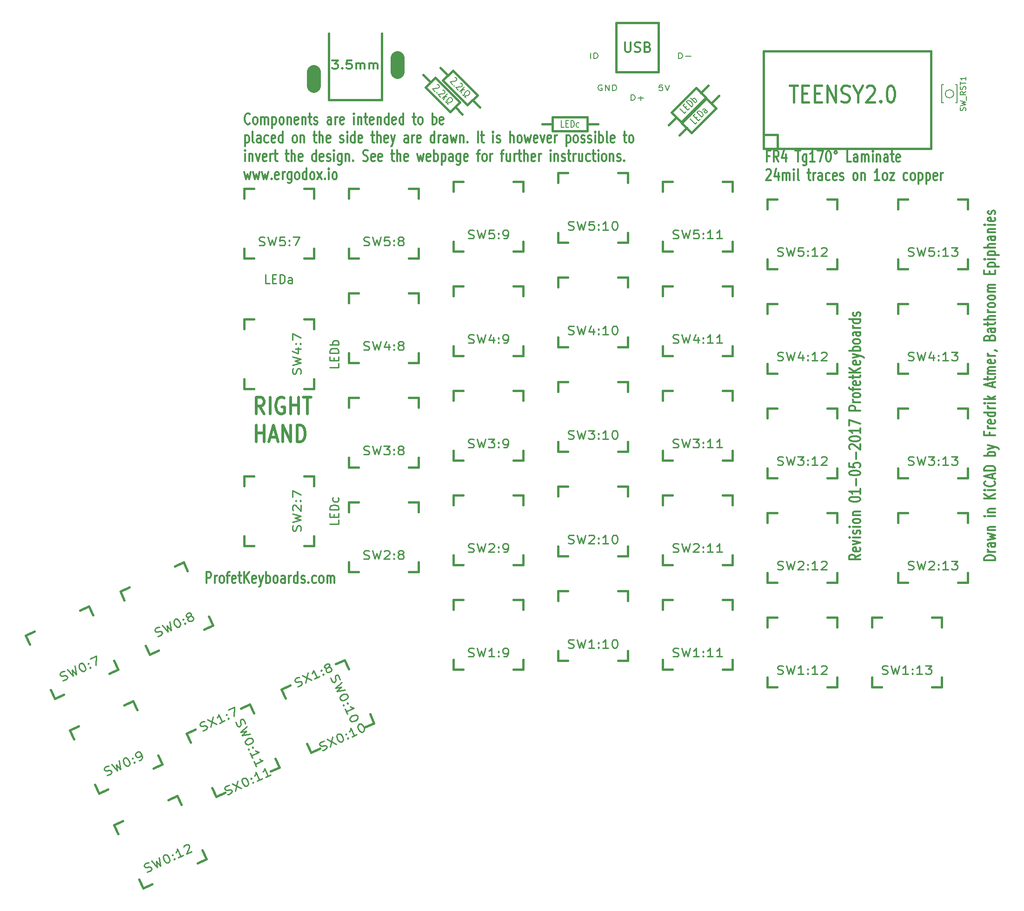
<source format=gto>
G04 #@! TF.GenerationSoftware,KiCad,Pcbnew,(2016-12-22 revision d365dc5)-makepkg*
G04 #@! TF.CreationDate,2017-01-06T12:14:16-05:00*
G04 #@! TF.ProjectId,ErgoDOX,4572676F444F582E6B696361645F7063,rev?*
G04 #@! TF.FileFunction,Legend,Top*
G04 #@! TF.FilePolarity,Positive*
%FSLAX46Y46*%
G04 Gerber Fmt 4.6, Leading zero omitted, Abs format (unit mm)*
G04 Created by KiCad (PCBNEW (2016-12-22 revision d365dc5)-makepkg) date 01/06/17 12:14:16*
%MOMM*%
%LPD*%
G01*
G04 APERTURE LIST*
%ADD10C,0.150000*%
%ADD11C,0.304800*%
%ADD12C,0.203200*%
%ADD13C,0.508000*%
%ADD14C,0.381000*%
%ADD15C,2.540000*%
%ADD16C,0.457200*%
%ADD17C,0.254000*%
G04 APERTURE END LIST*
D10*
D11*
X59212285Y-130619238D02*
X59212285Y-128587238D01*
X59792857Y-128587238D01*
X59937999Y-128684000D01*
X60010571Y-128780761D01*
X60083142Y-128974285D01*
X60083142Y-129264571D01*
X60010571Y-129458095D01*
X59937999Y-129554857D01*
X59792857Y-129651619D01*
X59212285Y-129651619D01*
X60736285Y-130619238D02*
X60736285Y-129264571D01*
X60736285Y-129651619D02*
X60808857Y-129458095D01*
X60881428Y-129361333D01*
X61026571Y-129264571D01*
X61171714Y-129264571D01*
X61897428Y-130619238D02*
X61752285Y-130522476D01*
X61679714Y-130425714D01*
X61607142Y-130232190D01*
X61607142Y-129651619D01*
X61679714Y-129458095D01*
X61752285Y-129361333D01*
X61897428Y-129264571D01*
X62115142Y-129264571D01*
X62260285Y-129361333D01*
X62332857Y-129458095D01*
X62405428Y-129651619D01*
X62405428Y-130232190D01*
X62332857Y-130425714D01*
X62260285Y-130522476D01*
X62115142Y-130619238D01*
X61897428Y-130619238D01*
X62840857Y-129264571D02*
X63421428Y-129264571D01*
X63058571Y-130619238D02*
X63058571Y-128877523D01*
X63131142Y-128684000D01*
X63276285Y-128587238D01*
X63421428Y-128587238D01*
X64510000Y-130522476D02*
X64364857Y-130619238D01*
X64074571Y-130619238D01*
X63929428Y-130522476D01*
X63856857Y-130328952D01*
X63856857Y-129554857D01*
X63929428Y-129361333D01*
X64074571Y-129264571D01*
X64364857Y-129264571D01*
X64510000Y-129361333D01*
X64582571Y-129554857D01*
X64582571Y-129748380D01*
X63856857Y-129941904D01*
X65018000Y-129264571D02*
X65598571Y-129264571D01*
X65235714Y-128587238D02*
X65235714Y-130328952D01*
X65308285Y-130522476D01*
X65453428Y-130619238D01*
X65598571Y-130619238D01*
X66106571Y-130619238D02*
X66106571Y-128587238D01*
X66977428Y-130619238D02*
X66324285Y-129458095D01*
X66977428Y-128587238D02*
X66106571Y-129748380D01*
X68211142Y-130522476D02*
X68066000Y-130619238D01*
X67775714Y-130619238D01*
X67630571Y-130522476D01*
X67558000Y-130328952D01*
X67558000Y-129554857D01*
X67630571Y-129361333D01*
X67775714Y-129264571D01*
X68066000Y-129264571D01*
X68211142Y-129361333D01*
X68283714Y-129554857D01*
X68283714Y-129748380D01*
X67558000Y-129941904D01*
X68791714Y-129264571D02*
X69154571Y-130619238D01*
X69517428Y-129264571D02*
X69154571Y-130619238D01*
X69009428Y-131103047D01*
X68936857Y-131199809D01*
X68791714Y-131296571D01*
X70098000Y-130619238D02*
X70098000Y-128587238D01*
X70098000Y-129361333D02*
X70243142Y-129264571D01*
X70533428Y-129264571D01*
X70678571Y-129361333D01*
X70751142Y-129458095D01*
X70823714Y-129651619D01*
X70823714Y-130232190D01*
X70751142Y-130425714D01*
X70678571Y-130522476D01*
X70533428Y-130619238D01*
X70243142Y-130619238D01*
X70098000Y-130522476D01*
X71694571Y-130619238D02*
X71549428Y-130522476D01*
X71476857Y-130425714D01*
X71404285Y-130232190D01*
X71404285Y-129651619D01*
X71476857Y-129458095D01*
X71549428Y-129361333D01*
X71694571Y-129264571D01*
X71912285Y-129264571D01*
X72057428Y-129361333D01*
X72130000Y-129458095D01*
X72202571Y-129651619D01*
X72202571Y-130232190D01*
X72130000Y-130425714D01*
X72057428Y-130522476D01*
X71912285Y-130619238D01*
X71694571Y-130619238D01*
X73508857Y-130619238D02*
X73508857Y-129554857D01*
X73436285Y-129361333D01*
X73291142Y-129264571D01*
X73000857Y-129264571D01*
X72855714Y-129361333D01*
X73508857Y-130522476D02*
X73363714Y-130619238D01*
X73000857Y-130619238D01*
X72855714Y-130522476D01*
X72783142Y-130328952D01*
X72783142Y-130135428D01*
X72855714Y-129941904D01*
X73000857Y-129845142D01*
X73363714Y-129845142D01*
X73508857Y-129748380D01*
X74234571Y-130619238D02*
X74234571Y-129264571D01*
X74234571Y-129651619D02*
X74307142Y-129458095D01*
X74379714Y-129361333D01*
X74524857Y-129264571D01*
X74670000Y-129264571D01*
X75831142Y-130619238D02*
X75831142Y-128587238D01*
X75831142Y-130522476D02*
X75686000Y-130619238D01*
X75395714Y-130619238D01*
X75250571Y-130522476D01*
X75178000Y-130425714D01*
X75105428Y-130232190D01*
X75105428Y-129651619D01*
X75178000Y-129458095D01*
X75250571Y-129361333D01*
X75395714Y-129264571D01*
X75686000Y-129264571D01*
X75831142Y-129361333D01*
X76484285Y-130522476D02*
X76629428Y-130619238D01*
X76919714Y-130619238D01*
X77064857Y-130522476D01*
X77137428Y-130328952D01*
X77137428Y-130232190D01*
X77064857Y-130038666D01*
X76919714Y-129941904D01*
X76702000Y-129941904D01*
X76556857Y-129845142D01*
X76484285Y-129651619D01*
X76484285Y-129554857D01*
X76556857Y-129361333D01*
X76702000Y-129264571D01*
X76919714Y-129264571D01*
X77064857Y-129361333D01*
X77790571Y-130425714D02*
X77863142Y-130522476D01*
X77790571Y-130619238D01*
X77718000Y-130522476D01*
X77790571Y-130425714D01*
X77790571Y-130619238D01*
X79169428Y-130522476D02*
X79024285Y-130619238D01*
X78734000Y-130619238D01*
X78588857Y-130522476D01*
X78516285Y-130425714D01*
X78443714Y-130232190D01*
X78443714Y-129651619D01*
X78516285Y-129458095D01*
X78588857Y-129361333D01*
X78734000Y-129264571D01*
X79024285Y-129264571D01*
X79169428Y-129361333D01*
X80040285Y-130619238D02*
X79895142Y-130522476D01*
X79822571Y-130425714D01*
X79750000Y-130232190D01*
X79750000Y-129651619D01*
X79822571Y-129458095D01*
X79895142Y-129361333D01*
X80040285Y-129264571D01*
X80258000Y-129264571D01*
X80403142Y-129361333D01*
X80475714Y-129458095D01*
X80548285Y-129651619D01*
X80548285Y-130232190D01*
X80475714Y-130425714D01*
X80403142Y-130522476D01*
X80258000Y-130619238D01*
X80040285Y-130619238D01*
X81201428Y-130619238D02*
X81201428Y-129264571D01*
X81201428Y-129458095D02*
X81274000Y-129361333D01*
X81419142Y-129264571D01*
X81636857Y-129264571D01*
X81782000Y-129361333D01*
X81854571Y-129554857D01*
X81854571Y-130619238D01*
X81854571Y-129554857D02*
X81927142Y-129361333D01*
X82072285Y-129264571D01*
X82290000Y-129264571D01*
X82435142Y-129361333D01*
X82507714Y-129554857D01*
X82507714Y-130619238D01*
X178279238Y-125428165D02*
X177311619Y-125936165D01*
X178279238Y-126299022D02*
X176247238Y-126299022D01*
X176247238Y-125718451D01*
X176344000Y-125573308D01*
X176440761Y-125500737D01*
X176634285Y-125428165D01*
X176924571Y-125428165D01*
X177118095Y-125500737D01*
X177214857Y-125573308D01*
X177311619Y-125718451D01*
X177311619Y-126299022D01*
X178182476Y-124194451D02*
X178279238Y-124339594D01*
X178279238Y-124629880D01*
X178182476Y-124775022D01*
X177988952Y-124847594D01*
X177214857Y-124847594D01*
X177021333Y-124775022D01*
X176924571Y-124629880D01*
X176924571Y-124339594D01*
X177021333Y-124194451D01*
X177214857Y-124121880D01*
X177408380Y-124121880D01*
X177601904Y-124847594D01*
X176924571Y-123613880D02*
X178279238Y-123251022D01*
X176924571Y-122888165D01*
X178279238Y-122307594D02*
X176924571Y-122307594D01*
X176247238Y-122307594D02*
X176344000Y-122380165D01*
X176440761Y-122307594D01*
X176344000Y-122235022D01*
X176247238Y-122307594D01*
X176440761Y-122307594D01*
X178182476Y-121654451D02*
X178279238Y-121509308D01*
X178279238Y-121219022D01*
X178182476Y-121073880D01*
X177988952Y-121001308D01*
X177892190Y-121001308D01*
X177698666Y-121073880D01*
X177601904Y-121219022D01*
X177601904Y-121436737D01*
X177505142Y-121581880D01*
X177311619Y-121654451D01*
X177214857Y-121654451D01*
X177021333Y-121581880D01*
X176924571Y-121436737D01*
X176924571Y-121219022D01*
X177021333Y-121073880D01*
X178279238Y-120348165D02*
X176924571Y-120348165D01*
X176247238Y-120348165D02*
X176344000Y-120420737D01*
X176440761Y-120348165D01*
X176344000Y-120275594D01*
X176247238Y-120348165D01*
X176440761Y-120348165D01*
X178279238Y-119404737D02*
X178182476Y-119549880D01*
X178085714Y-119622451D01*
X177892190Y-119695022D01*
X177311619Y-119695022D01*
X177118095Y-119622451D01*
X177021333Y-119549880D01*
X176924571Y-119404737D01*
X176924571Y-119187022D01*
X177021333Y-119041880D01*
X177118095Y-118969308D01*
X177311619Y-118896737D01*
X177892190Y-118896737D01*
X178085714Y-118969308D01*
X178182476Y-119041880D01*
X178279238Y-119187022D01*
X178279238Y-119404737D01*
X176924571Y-118243594D02*
X178279238Y-118243594D01*
X177118095Y-118243594D02*
X177021333Y-118171022D01*
X176924571Y-118025880D01*
X176924571Y-117808165D01*
X177021333Y-117663022D01*
X177214857Y-117590451D01*
X178279238Y-117590451D01*
X176247238Y-115413308D02*
X176247238Y-115268165D01*
X176344000Y-115123022D01*
X176440761Y-115050451D01*
X176634285Y-114977880D01*
X177021333Y-114905308D01*
X177505142Y-114905308D01*
X177892190Y-114977880D01*
X178085714Y-115050451D01*
X178182476Y-115123022D01*
X178279238Y-115268165D01*
X178279238Y-115413308D01*
X178182476Y-115558451D01*
X178085714Y-115631022D01*
X177892190Y-115703594D01*
X177505142Y-115776165D01*
X177021333Y-115776165D01*
X176634285Y-115703594D01*
X176440761Y-115631022D01*
X176344000Y-115558451D01*
X176247238Y-115413308D01*
X178279238Y-113453880D02*
X178279238Y-114324737D01*
X178279238Y-113889308D02*
X176247238Y-113889308D01*
X176537523Y-114034451D01*
X176731047Y-114179594D01*
X176827809Y-114324737D01*
X177505142Y-112800737D02*
X177505142Y-111639594D01*
X176247238Y-110623594D02*
X176247238Y-110478451D01*
X176344000Y-110333308D01*
X176440761Y-110260737D01*
X176634285Y-110188165D01*
X177021333Y-110115594D01*
X177505142Y-110115594D01*
X177892190Y-110188165D01*
X178085714Y-110260737D01*
X178182476Y-110333308D01*
X178279238Y-110478451D01*
X178279238Y-110623594D01*
X178182476Y-110768737D01*
X178085714Y-110841308D01*
X177892190Y-110913880D01*
X177505142Y-110986451D01*
X177021333Y-110986451D01*
X176634285Y-110913880D01*
X176440761Y-110841308D01*
X176344000Y-110768737D01*
X176247238Y-110623594D01*
X176247238Y-108736737D02*
X176247238Y-109462451D01*
X177214857Y-109535022D01*
X177118095Y-109462451D01*
X177021333Y-109317308D01*
X177021333Y-108954451D01*
X177118095Y-108809308D01*
X177214857Y-108736737D01*
X177408380Y-108664165D01*
X177892190Y-108664165D01*
X178085714Y-108736737D01*
X178182476Y-108809308D01*
X178279238Y-108954451D01*
X178279238Y-109317308D01*
X178182476Y-109462451D01*
X178085714Y-109535022D01*
X177505142Y-108011022D02*
X177505142Y-106849880D01*
X176440761Y-106196737D02*
X176344000Y-106124165D01*
X176247238Y-105979022D01*
X176247238Y-105616165D01*
X176344000Y-105471022D01*
X176440761Y-105398451D01*
X176634285Y-105325880D01*
X176827809Y-105325880D01*
X177118095Y-105398451D01*
X178279238Y-106269308D01*
X178279238Y-105325880D01*
X176247238Y-104382451D02*
X176247238Y-104237308D01*
X176344000Y-104092165D01*
X176440761Y-104019594D01*
X176634285Y-103947022D01*
X177021333Y-103874451D01*
X177505142Y-103874451D01*
X177892190Y-103947022D01*
X178085714Y-104019594D01*
X178182476Y-104092165D01*
X178279238Y-104237308D01*
X178279238Y-104382451D01*
X178182476Y-104527594D01*
X178085714Y-104600165D01*
X177892190Y-104672737D01*
X177505142Y-104745308D01*
X177021333Y-104745308D01*
X176634285Y-104672737D01*
X176440761Y-104600165D01*
X176344000Y-104527594D01*
X176247238Y-104382451D01*
X178279238Y-102423022D02*
X178279238Y-103293880D01*
X178279238Y-102858451D02*
X176247238Y-102858451D01*
X176537523Y-103003594D01*
X176731047Y-103148737D01*
X176827809Y-103293880D01*
X176247238Y-101915022D02*
X176247238Y-100899022D01*
X178279238Y-101552165D01*
X178279238Y-99157308D02*
X176247238Y-99157308D01*
X176247238Y-98576737D01*
X176344000Y-98431594D01*
X176440761Y-98359022D01*
X176634285Y-98286451D01*
X176924571Y-98286451D01*
X177118095Y-98359022D01*
X177214857Y-98431594D01*
X177311619Y-98576737D01*
X177311619Y-99157308D01*
X178279238Y-97633308D02*
X176924571Y-97633308D01*
X177311619Y-97633308D02*
X177118095Y-97560737D01*
X177021333Y-97488165D01*
X176924571Y-97343022D01*
X176924571Y-97197880D01*
X178279238Y-96472165D02*
X178182476Y-96617308D01*
X178085714Y-96689880D01*
X177892190Y-96762451D01*
X177311619Y-96762451D01*
X177118095Y-96689880D01*
X177021333Y-96617308D01*
X176924571Y-96472165D01*
X176924571Y-96254451D01*
X177021333Y-96109308D01*
X177118095Y-96036737D01*
X177311619Y-95964165D01*
X177892190Y-95964165D01*
X178085714Y-96036737D01*
X178182476Y-96109308D01*
X178279238Y-96254451D01*
X178279238Y-96472165D01*
X176924571Y-95528737D02*
X176924571Y-94948165D01*
X178279238Y-95311022D02*
X176537523Y-95311022D01*
X176344000Y-95238451D01*
X176247238Y-95093308D01*
X176247238Y-94948165D01*
X178182476Y-93859594D02*
X178279238Y-94004737D01*
X178279238Y-94295022D01*
X178182476Y-94440165D01*
X177988952Y-94512737D01*
X177214857Y-94512737D01*
X177021333Y-94440165D01*
X176924571Y-94295022D01*
X176924571Y-94004737D01*
X177021333Y-93859594D01*
X177214857Y-93787022D01*
X177408380Y-93787022D01*
X177601904Y-94512737D01*
X176924571Y-93351594D02*
X176924571Y-92771022D01*
X176247238Y-93133880D02*
X177988952Y-93133880D01*
X178182476Y-93061308D01*
X178279238Y-92916165D01*
X178279238Y-92771022D01*
X178279238Y-92263022D02*
X176247238Y-92263022D01*
X178279238Y-91392165D02*
X177118095Y-92045308D01*
X176247238Y-91392165D02*
X177408380Y-92263022D01*
X178182476Y-90158451D02*
X178279238Y-90303594D01*
X178279238Y-90593880D01*
X178182476Y-90739022D01*
X177988952Y-90811594D01*
X177214857Y-90811594D01*
X177021333Y-90739022D01*
X176924571Y-90593880D01*
X176924571Y-90303594D01*
X177021333Y-90158451D01*
X177214857Y-90085880D01*
X177408380Y-90085880D01*
X177601904Y-90811594D01*
X176924571Y-89577880D02*
X178279238Y-89215022D01*
X176924571Y-88852165D02*
X178279238Y-89215022D01*
X178763047Y-89360165D01*
X178859809Y-89432737D01*
X178956571Y-89577880D01*
X178279238Y-88271594D02*
X176247238Y-88271594D01*
X177021333Y-88271594D02*
X176924571Y-88126451D01*
X176924571Y-87836165D01*
X177021333Y-87691022D01*
X177118095Y-87618451D01*
X177311619Y-87545880D01*
X177892190Y-87545880D01*
X178085714Y-87618451D01*
X178182476Y-87691022D01*
X178279238Y-87836165D01*
X178279238Y-88126451D01*
X178182476Y-88271594D01*
X178279238Y-86675022D02*
X178182476Y-86820165D01*
X178085714Y-86892737D01*
X177892190Y-86965308D01*
X177311619Y-86965308D01*
X177118095Y-86892737D01*
X177021333Y-86820165D01*
X176924571Y-86675022D01*
X176924571Y-86457308D01*
X177021333Y-86312165D01*
X177118095Y-86239594D01*
X177311619Y-86167022D01*
X177892190Y-86167022D01*
X178085714Y-86239594D01*
X178182476Y-86312165D01*
X178279238Y-86457308D01*
X178279238Y-86675022D01*
X178279238Y-84860737D02*
X177214857Y-84860737D01*
X177021333Y-84933308D01*
X176924571Y-85078451D01*
X176924571Y-85368737D01*
X177021333Y-85513880D01*
X178182476Y-84860737D02*
X178279238Y-85005880D01*
X178279238Y-85368737D01*
X178182476Y-85513880D01*
X177988952Y-85586451D01*
X177795428Y-85586451D01*
X177601904Y-85513880D01*
X177505142Y-85368737D01*
X177505142Y-85005880D01*
X177408380Y-84860737D01*
X178279238Y-84135022D02*
X176924571Y-84135022D01*
X177311619Y-84135022D02*
X177118095Y-84062451D01*
X177021333Y-83989880D01*
X176924571Y-83844737D01*
X176924571Y-83699594D01*
X178279238Y-82538451D02*
X176247238Y-82538451D01*
X178182476Y-82538451D02*
X178279238Y-82683594D01*
X178279238Y-82973880D01*
X178182476Y-83119022D01*
X178085714Y-83191594D01*
X177892190Y-83264165D01*
X177311619Y-83264165D01*
X177118095Y-83191594D01*
X177021333Y-83119022D01*
X176924571Y-82973880D01*
X176924571Y-82683594D01*
X177021333Y-82538451D01*
X178182476Y-81885308D02*
X178279238Y-81740165D01*
X178279238Y-81449880D01*
X178182476Y-81304737D01*
X177988952Y-81232165D01*
X177892190Y-81232165D01*
X177698666Y-81304737D01*
X177601904Y-81449880D01*
X177601904Y-81667594D01*
X177505142Y-81812737D01*
X177311619Y-81885308D01*
X177214857Y-81885308D01*
X177021333Y-81812737D01*
X176924571Y-81667594D01*
X176924571Y-81449880D01*
X177021333Y-81304737D01*
D12*
X129159000Y-35003619D02*
X129159000Y-33987619D01*
X129763761Y-35003619D02*
X129763761Y-33987619D01*
X130066142Y-33987619D01*
X130247571Y-34036000D01*
X130368523Y-34132761D01*
X130429000Y-34229523D01*
X130489476Y-34423047D01*
X130489476Y-34568190D01*
X130429000Y-34761714D01*
X130368523Y-34858476D01*
X130247571Y-34955238D01*
X130066142Y-35003619D01*
X129763761Y-35003619D01*
X136549190Y-42623619D02*
X136549190Y-41607619D01*
X136851571Y-41607619D01*
X137033000Y-41656000D01*
X137153952Y-41752761D01*
X137214428Y-41849523D01*
X137274904Y-42043047D01*
X137274904Y-42188190D01*
X137214428Y-42381714D01*
X137153952Y-42478476D01*
X137033000Y-42575238D01*
X136851571Y-42623619D01*
X136549190Y-42623619D01*
X137819190Y-42236571D02*
X138786809Y-42236571D01*
X138303000Y-42623619D02*
X138303000Y-41849523D01*
X131239380Y-39878000D02*
X131118428Y-39829619D01*
X130937000Y-39829619D01*
X130755571Y-39878000D01*
X130634619Y-39974761D01*
X130574142Y-40071523D01*
X130513666Y-40265047D01*
X130513666Y-40410190D01*
X130574142Y-40603714D01*
X130634619Y-40700476D01*
X130755571Y-40797238D01*
X130937000Y-40845619D01*
X131057952Y-40845619D01*
X131239380Y-40797238D01*
X131299857Y-40748857D01*
X131299857Y-40410190D01*
X131057952Y-40410190D01*
X131844142Y-40845619D02*
X131844142Y-39829619D01*
X132569857Y-40845619D01*
X132569857Y-39829619D01*
X133174619Y-40845619D02*
X133174619Y-39829619D01*
X133477000Y-39829619D01*
X133658428Y-39878000D01*
X133779380Y-39974761D01*
X133839857Y-40071523D01*
X133900333Y-40265047D01*
X133900333Y-40410190D01*
X133839857Y-40603714D01*
X133779380Y-40700476D01*
X133658428Y-40797238D01*
X133477000Y-40845619D01*
X133174619Y-40845619D01*
X142252095Y-39829619D02*
X141647333Y-39829619D01*
X141586857Y-40313428D01*
X141647333Y-40265047D01*
X141768285Y-40216666D01*
X142070666Y-40216666D01*
X142191619Y-40265047D01*
X142252095Y-40313428D01*
X142312571Y-40410190D01*
X142312571Y-40652095D01*
X142252095Y-40748857D01*
X142191619Y-40797238D01*
X142070666Y-40845619D01*
X141768285Y-40845619D01*
X141647333Y-40797238D01*
X141586857Y-40748857D01*
X142675428Y-39829619D02*
X143098761Y-40845619D01*
X143522095Y-39829619D01*
X145182650Y-35003619D02*
X145182650Y-33987619D01*
X145485031Y-33987619D01*
X145666460Y-34036000D01*
X145787412Y-34132761D01*
X145847888Y-34229523D01*
X145908364Y-34423047D01*
X145908364Y-34568190D01*
X145847888Y-34761714D01*
X145787412Y-34858476D01*
X145666460Y-34955238D01*
X145485031Y-35003619D01*
X145182650Y-35003619D01*
X146452650Y-34616571D02*
X147420269Y-34616571D01*
D11*
X67131834Y-46816514D02*
X67059262Y-46913276D01*
X66841548Y-47010038D01*
X66696405Y-47010038D01*
X66478691Y-46913276D01*
X66333548Y-46719752D01*
X66260977Y-46526228D01*
X66188405Y-46139180D01*
X66188405Y-45848895D01*
X66260977Y-45461847D01*
X66333548Y-45268323D01*
X66478691Y-45074800D01*
X66696405Y-44978038D01*
X66841548Y-44978038D01*
X67059262Y-45074800D01*
X67131834Y-45171561D01*
X68002691Y-47010038D02*
X67857548Y-46913276D01*
X67784977Y-46816514D01*
X67712405Y-46622990D01*
X67712405Y-46042419D01*
X67784977Y-45848895D01*
X67857548Y-45752133D01*
X68002691Y-45655371D01*
X68220405Y-45655371D01*
X68365548Y-45752133D01*
X68438120Y-45848895D01*
X68510691Y-46042419D01*
X68510691Y-46622990D01*
X68438120Y-46816514D01*
X68365548Y-46913276D01*
X68220405Y-47010038D01*
X68002691Y-47010038D01*
X69163834Y-47010038D02*
X69163834Y-45655371D01*
X69163834Y-45848895D02*
X69236405Y-45752133D01*
X69381548Y-45655371D01*
X69599262Y-45655371D01*
X69744405Y-45752133D01*
X69816977Y-45945657D01*
X69816977Y-47010038D01*
X69816977Y-45945657D02*
X69889548Y-45752133D01*
X70034691Y-45655371D01*
X70252405Y-45655371D01*
X70397548Y-45752133D01*
X70470120Y-45945657D01*
X70470120Y-47010038D01*
X71195834Y-45655371D02*
X71195834Y-47687371D01*
X71195834Y-45752133D02*
X71340977Y-45655371D01*
X71631262Y-45655371D01*
X71776405Y-45752133D01*
X71848977Y-45848895D01*
X71921548Y-46042419D01*
X71921548Y-46622990D01*
X71848977Y-46816514D01*
X71776405Y-46913276D01*
X71631262Y-47010038D01*
X71340977Y-47010038D01*
X71195834Y-46913276D01*
X72792405Y-47010038D02*
X72647262Y-46913276D01*
X72574691Y-46816514D01*
X72502120Y-46622990D01*
X72502120Y-46042419D01*
X72574691Y-45848895D01*
X72647262Y-45752133D01*
X72792405Y-45655371D01*
X73010120Y-45655371D01*
X73155262Y-45752133D01*
X73227834Y-45848895D01*
X73300405Y-46042419D01*
X73300405Y-46622990D01*
X73227834Y-46816514D01*
X73155262Y-46913276D01*
X73010120Y-47010038D01*
X72792405Y-47010038D01*
X73953548Y-45655371D02*
X73953548Y-47010038D01*
X73953548Y-45848895D02*
X74026120Y-45752133D01*
X74171262Y-45655371D01*
X74388977Y-45655371D01*
X74534120Y-45752133D01*
X74606691Y-45945657D01*
X74606691Y-47010038D01*
X75912977Y-46913276D02*
X75767834Y-47010038D01*
X75477548Y-47010038D01*
X75332405Y-46913276D01*
X75259834Y-46719752D01*
X75259834Y-45945657D01*
X75332405Y-45752133D01*
X75477548Y-45655371D01*
X75767834Y-45655371D01*
X75912977Y-45752133D01*
X75985548Y-45945657D01*
X75985548Y-46139180D01*
X75259834Y-46332704D01*
X76638691Y-45655371D02*
X76638691Y-47010038D01*
X76638691Y-45848895D02*
X76711262Y-45752133D01*
X76856405Y-45655371D01*
X77074120Y-45655371D01*
X77219262Y-45752133D01*
X77291834Y-45945657D01*
X77291834Y-47010038D01*
X77799834Y-45655371D02*
X78380405Y-45655371D01*
X78017548Y-44978038D02*
X78017548Y-46719752D01*
X78090120Y-46913276D01*
X78235262Y-47010038D01*
X78380405Y-47010038D01*
X78815834Y-46913276D02*
X78960977Y-47010038D01*
X79251262Y-47010038D01*
X79396405Y-46913276D01*
X79468977Y-46719752D01*
X79468977Y-46622990D01*
X79396405Y-46429466D01*
X79251262Y-46332704D01*
X79033548Y-46332704D01*
X78888405Y-46235942D01*
X78815834Y-46042419D01*
X78815834Y-45945657D01*
X78888405Y-45752133D01*
X79033548Y-45655371D01*
X79251262Y-45655371D01*
X79396405Y-45752133D01*
X81936405Y-47010038D02*
X81936405Y-45945657D01*
X81863834Y-45752133D01*
X81718691Y-45655371D01*
X81428405Y-45655371D01*
X81283262Y-45752133D01*
X81936405Y-46913276D02*
X81791262Y-47010038D01*
X81428405Y-47010038D01*
X81283262Y-46913276D01*
X81210691Y-46719752D01*
X81210691Y-46526228D01*
X81283262Y-46332704D01*
X81428405Y-46235942D01*
X81791262Y-46235942D01*
X81936405Y-46139180D01*
X82662120Y-47010038D02*
X82662120Y-45655371D01*
X82662120Y-46042419D02*
X82734691Y-45848895D01*
X82807262Y-45752133D01*
X82952405Y-45655371D01*
X83097548Y-45655371D01*
X84186120Y-46913276D02*
X84040977Y-47010038D01*
X83750691Y-47010038D01*
X83605548Y-46913276D01*
X83532977Y-46719752D01*
X83532977Y-45945657D01*
X83605548Y-45752133D01*
X83750691Y-45655371D01*
X84040977Y-45655371D01*
X84186120Y-45752133D01*
X84258691Y-45945657D01*
X84258691Y-46139180D01*
X83532977Y-46332704D01*
X86072977Y-47010038D02*
X86072977Y-45655371D01*
X86072977Y-44978038D02*
X86000405Y-45074800D01*
X86072977Y-45171561D01*
X86145548Y-45074800D01*
X86072977Y-44978038D01*
X86072977Y-45171561D01*
X86798691Y-45655371D02*
X86798691Y-47010038D01*
X86798691Y-45848895D02*
X86871262Y-45752133D01*
X87016405Y-45655371D01*
X87234120Y-45655371D01*
X87379262Y-45752133D01*
X87451834Y-45945657D01*
X87451834Y-47010038D01*
X87959834Y-45655371D02*
X88540405Y-45655371D01*
X88177548Y-44978038D02*
X88177548Y-46719752D01*
X88250120Y-46913276D01*
X88395262Y-47010038D01*
X88540405Y-47010038D01*
X89628977Y-46913276D02*
X89483834Y-47010038D01*
X89193548Y-47010038D01*
X89048405Y-46913276D01*
X88975834Y-46719752D01*
X88975834Y-45945657D01*
X89048405Y-45752133D01*
X89193548Y-45655371D01*
X89483834Y-45655371D01*
X89628977Y-45752133D01*
X89701548Y-45945657D01*
X89701548Y-46139180D01*
X88975834Y-46332704D01*
X90354691Y-45655371D02*
X90354691Y-47010038D01*
X90354691Y-45848895D02*
X90427262Y-45752133D01*
X90572405Y-45655371D01*
X90790120Y-45655371D01*
X90935262Y-45752133D01*
X91007834Y-45945657D01*
X91007834Y-47010038D01*
X92386691Y-47010038D02*
X92386691Y-44978038D01*
X92386691Y-46913276D02*
X92241548Y-47010038D01*
X91951262Y-47010038D01*
X91806120Y-46913276D01*
X91733548Y-46816514D01*
X91660977Y-46622990D01*
X91660977Y-46042419D01*
X91733548Y-45848895D01*
X91806120Y-45752133D01*
X91951262Y-45655371D01*
X92241548Y-45655371D01*
X92386691Y-45752133D01*
X93692977Y-46913276D02*
X93547834Y-47010038D01*
X93257548Y-47010038D01*
X93112405Y-46913276D01*
X93039834Y-46719752D01*
X93039834Y-45945657D01*
X93112405Y-45752133D01*
X93257548Y-45655371D01*
X93547834Y-45655371D01*
X93692977Y-45752133D01*
X93765548Y-45945657D01*
X93765548Y-46139180D01*
X93039834Y-46332704D01*
X95071834Y-47010038D02*
X95071834Y-44978038D01*
X95071834Y-46913276D02*
X94926691Y-47010038D01*
X94636405Y-47010038D01*
X94491262Y-46913276D01*
X94418691Y-46816514D01*
X94346119Y-46622990D01*
X94346119Y-46042419D01*
X94418691Y-45848895D01*
X94491262Y-45752133D01*
X94636405Y-45655371D01*
X94926691Y-45655371D01*
X95071834Y-45752133D01*
X96740977Y-45655371D02*
X97321548Y-45655371D01*
X96958691Y-44978038D02*
X96958691Y-46719752D01*
X97031262Y-46913276D01*
X97176405Y-47010038D01*
X97321548Y-47010038D01*
X98047262Y-47010038D02*
X97902119Y-46913276D01*
X97829548Y-46816514D01*
X97756977Y-46622990D01*
X97756977Y-46042419D01*
X97829548Y-45848895D01*
X97902119Y-45752133D01*
X98047262Y-45655371D01*
X98264977Y-45655371D01*
X98410119Y-45752133D01*
X98482691Y-45848895D01*
X98555262Y-46042419D01*
X98555262Y-46622990D01*
X98482691Y-46816514D01*
X98410119Y-46913276D01*
X98264977Y-47010038D01*
X98047262Y-47010038D01*
X100369548Y-47010038D02*
X100369548Y-44978038D01*
X100369548Y-45752133D02*
X100514691Y-45655371D01*
X100804977Y-45655371D01*
X100950120Y-45752133D01*
X101022691Y-45848895D01*
X101095262Y-46042419D01*
X101095262Y-46622990D01*
X101022691Y-46816514D01*
X100950120Y-46913276D01*
X100804977Y-47010038D01*
X100514691Y-47010038D01*
X100369548Y-46913276D01*
X102328977Y-46913276D02*
X102183834Y-47010038D01*
X101893548Y-47010038D01*
X101748405Y-46913276D01*
X101675834Y-46719752D01*
X101675834Y-45945657D01*
X101748405Y-45752133D01*
X101893548Y-45655371D01*
X102183834Y-45655371D01*
X102328977Y-45752133D01*
X102401548Y-45945657D01*
X102401548Y-46139180D01*
X101675834Y-46332704D01*
X66260977Y-49008171D02*
X66260977Y-51040171D01*
X66260977Y-49104933D02*
X66406120Y-49008171D01*
X66696405Y-49008171D01*
X66841548Y-49104933D01*
X66914120Y-49201695D01*
X66986691Y-49395219D01*
X66986691Y-49975790D01*
X66914120Y-50169314D01*
X66841548Y-50266076D01*
X66696405Y-50362838D01*
X66406120Y-50362838D01*
X66260977Y-50266076D01*
X67857548Y-50362838D02*
X67712405Y-50266076D01*
X67639834Y-50072552D01*
X67639834Y-48330838D01*
X69091262Y-50362838D02*
X69091262Y-49298457D01*
X69018691Y-49104933D01*
X68873548Y-49008171D01*
X68583262Y-49008171D01*
X68438120Y-49104933D01*
X69091262Y-50266076D02*
X68946120Y-50362838D01*
X68583262Y-50362838D01*
X68438120Y-50266076D01*
X68365548Y-50072552D01*
X68365548Y-49879028D01*
X68438120Y-49685504D01*
X68583262Y-49588742D01*
X68946120Y-49588742D01*
X69091262Y-49491980D01*
X70470120Y-50266076D02*
X70324977Y-50362838D01*
X70034691Y-50362838D01*
X69889548Y-50266076D01*
X69816977Y-50169314D01*
X69744405Y-49975790D01*
X69744405Y-49395219D01*
X69816977Y-49201695D01*
X69889548Y-49104933D01*
X70034691Y-49008171D01*
X70324977Y-49008171D01*
X70470120Y-49104933D01*
X71703834Y-50266076D02*
X71558691Y-50362838D01*
X71268405Y-50362838D01*
X71123262Y-50266076D01*
X71050691Y-50072552D01*
X71050691Y-49298457D01*
X71123262Y-49104933D01*
X71268405Y-49008171D01*
X71558691Y-49008171D01*
X71703834Y-49104933D01*
X71776405Y-49298457D01*
X71776405Y-49491980D01*
X71050691Y-49685504D01*
X73082691Y-50362838D02*
X73082691Y-48330838D01*
X73082691Y-50266076D02*
X72937548Y-50362838D01*
X72647262Y-50362838D01*
X72502120Y-50266076D01*
X72429548Y-50169314D01*
X72356977Y-49975790D01*
X72356977Y-49395219D01*
X72429548Y-49201695D01*
X72502120Y-49104933D01*
X72647262Y-49008171D01*
X72937548Y-49008171D01*
X73082691Y-49104933D01*
X75187262Y-50362838D02*
X75042120Y-50266076D01*
X74969548Y-50169314D01*
X74896977Y-49975790D01*
X74896977Y-49395219D01*
X74969548Y-49201695D01*
X75042120Y-49104933D01*
X75187262Y-49008171D01*
X75404977Y-49008171D01*
X75550120Y-49104933D01*
X75622691Y-49201695D01*
X75695262Y-49395219D01*
X75695262Y-49975790D01*
X75622691Y-50169314D01*
X75550120Y-50266076D01*
X75404977Y-50362838D01*
X75187262Y-50362838D01*
X76348405Y-49008171D02*
X76348405Y-50362838D01*
X76348405Y-49201695D02*
X76420977Y-49104933D01*
X76566120Y-49008171D01*
X76783834Y-49008171D01*
X76928977Y-49104933D01*
X77001548Y-49298457D01*
X77001548Y-50362838D01*
X78670691Y-49008171D02*
X79251262Y-49008171D01*
X78888405Y-48330838D02*
X78888405Y-50072552D01*
X78960977Y-50266076D01*
X79106120Y-50362838D01*
X79251262Y-50362838D01*
X79759262Y-50362838D02*
X79759262Y-48330838D01*
X80412405Y-50362838D02*
X80412405Y-49298457D01*
X80339834Y-49104933D01*
X80194691Y-49008171D01*
X79976977Y-49008171D01*
X79831834Y-49104933D01*
X79759262Y-49201695D01*
X81718691Y-50266076D02*
X81573548Y-50362838D01*
X81283262Y-50362838D01*
X81138120Y-50266076D01*
X81065548Y-50072552D01*
X81065548Y-49298457D01*
X81138120Y-49104933D01*
X81283262Y-49008171D01*
X81573548Y-49008171D01*
X81718691Y-49104933D01*
X81791262Y-49298457D01*
X81791262Y-49491980D01*
X81065548Y-49685504D01*
X83532977Y-50266076D02*
X83678120Y-50362838D01*
X83968405Y-50362838D01*
X84113548Y-50266076D01*
X84186120Y-50072552D01*
X84186120Y-49975790D01*
X84113548Y-49782266D01*
X83968405Y-49685504D01*
X83750691Y-49685504D01*
X83605548Y-49588742D01*
X83532977Y-49395219D01*
X83532977Y-49298457D01*
X83605548Y-49104933D01*
X83750691Y-49008171D01*
X83968405Y-49008171D01*
X84113548Y-49104933D01*
X84839262Y-50362838D02*
X84839262Y-49008171D01*
X84839262Y-48330838D02*
X84766691Y-48427600D01*
X84839262Y-48524361D01*
X84911834Y-48427600D01*
X84839262Y-48330838D01*
X84839262Y-48524361D01*
X86218120Y-50362838D02*
X86218120Y-48330838D01*
X86218120Y-50266076D02*
X86072977Y-50362838D01*
X85782691Y-50362838D01*
X85637548Y-50266076D01*
X85564977Y-50169314D01*
X85492405Y-49975790D01*
X85492405Y-49395219D01*
X85564977Y-49201695D01*
X85637548Y-49104933D01*
X85782691Y-49008171D01*
X86072977Y-49008171D01*
X86218120Y-49104933D01*
X87524405Y-50266076D02*
X87379262Y-50362838D01*
X87088977Y-50362838D01*
X86943834Y-50266076D01*
X86871262Y-50072552D01*
X86871262Y-49298457D01*
X86943834Y-49104933D01*
X87088977Y-49008171D01*
X87379262Y-49008171D01*
X87524405Y-49104933D01*
X87596977Y-49298457D01*
X87596977Y-49491980D01*
X86871262Y-49685504D01*
X89193548Y-49008171D02*
X89774120Y-49008171D01*
X89411262Y-48330838D02*
X89411262Y-50072552D01*
X89483834Y-50266076D01*
X89628977Y-50362838D01*
X89774120Y-50362838D01*
X90282120Y-50362838D02*
X90282120Y-48330838D01*
X90935262Y-50362838D02*
X90935262Y-49298457D01*
X90862691Y-49104933D01*
X90717548Y-49008171D01*
X90499834Y-49008171D01*
X90354691Y-49104933D01*
X90282120Y-49201695D01*
X92241548Y-50266076D02*
X92096405Y-50362838D01*
X91806120Y-50362838D01*
X91660977Y-50266076D01*
X91588405Y-50072552D01*
X91588405Y-49298457D01*
X91660977Y-49104933D01*
X91806120Y-49008171D01*
X92096405Y-49008171D01*
X92241548Y-49104933D01*
X92314120Y-49298457D01*
X92314120Y-49491980D01*
X91588405Y-49685504D01*
X92822120Y-49008171D02*
X93184977Y-50362838D01*
X93547834Y-49008171D02*
X93184977Y-50362838D01*
X93039834Y-50846647D01*
X92967262Y-50943409D01*
X92822120Y-51040171D01*
X95942691Y-50362838D02*
X95942691Y-49298457D01*
X95870120Y-49104933D01*
X95724977Y-49008171D01*
X95434691Y-49008171D01*
X95289548Y-49104933D01*
X95942691Y-50266076D02*
X95797548Y-50362838D01*
X95434691Y-50362838D01*
X95289548Y-50266076D01*
X95216977Y-50072552D01*
X95216977Y-49879028D01*
X95289548Y-49685504D01*
X95434691Y-49588742D01*
X95797548Y-49588742D01*
X95942691Y-49491980D01*
X96668405Y-50362838D02*
X96668405Y-49008171D01*
X96668405Y-49395219D02*
X96740977Y-49201695D01*
X96813548Y-49104933D01*
X96958691Y-49008171D01*
X97103834Y-49008171D01*
X98192405Y-50266076D02*
X98047262Y-50362838D01*
X97756977Y-50362838D01*
X97611834Y-50266076D01*
X97539262Y-50072552D01*
X97539262Y-49298457D01*
X97611834Y-49104933D01*
X97756977Y-49008171D01*
X98047262Y-49008171D01*
X98192405Y-49104933D01*
X98264977Y-49298457D01*
X98264977Y-49491980D01*
X97539262Y-49685504D01*
X100732405Y-50362838D02*
X100732405Y-48330838D01*
X100732405Y-50266076D02*
X100587262Y-50362838D01*
X100296977Y-50362838D01*
X100151834Y-50266076D01*
X100079262Y-50169314D01*
X100006691Y-49975790D01*
X100006691Y-49395219D01*
X100079262Y-49201695D01*
X100151834Y-49104933D01*
X100296977Y-49008171D01*
X100587262Y-49008171D01*
X100732405Y-49104933D01*
X101458120Y-50362838D02*
X101458120Y-49008171D01*
X101458120Y-49395219D02*
X101530691Y-49201695D01*
X101603262Y-49104933D01*
X101748405Y-49008171D01*
X101893548Y-49008171D01*
X103054691Y-50362838D02*
X103054691Y-49298457D01*
X102982120Y-49104933D01*
X102836977Y-49008171D01*
X102546691Y-49008171D01*
X102401548Y-49104933D01*
X103054691Y-50266076D02*
X102909548Y-50362838D01*
X102546691Y-50362838D01*
X102401548Y-50266076D01*
X102328977Y-50072552D01*
X102328977Y-49879028D01*
X102401548Y-49685504D01*
X102546691Y-49588742D01*
X102909548Y-49588742D01*
X103054691Y-49491980D01*
X103635262Y-49008171D02*
X103925548Y-50362838D01*
X104215834Y-49395219D01*
X104506120Y-50362838D01*
X104796405Y-49008171D01*
X105376977Y-49008171D02*
X105376977Y-50362838D01*
X105376977Y-49201695D02*
X105449548Y-49104933D01*
X105594691Y-49008171D01*
X105812405Y-49008171D01*
X105957548Y-49104933D01*
X106030120Y-49298457D01*
X106030120Y-50362838D01*
X106755834Y-50169314D02*
X106828405Y-50266076D01*
X106755834Y-50362838D01*
X106683262Y-50266076D01*
X106755834Y-50169314D01*
X106755834Y-50362838D01*
X108642691Y-50362838D02*
X108642691Y-48330838D01*
X109150691Y-49008171D02*
X109731262Y-49008171D01*
X109368405Y-48330838D02*
X109368405Y-50072552D01*
X109440977Y-50266076D01*
X109586119Y-50362838D01*
X109731262Y-50362838D01*
X111400405Y-50362838D02*
X111400405Y-49008171D01*
X111400405Y-48330838D02*
X111327834Y-48427600D01*
X111400405Y-48524361D01*
X111472977Y-48427600D01*
X111400405Y-48330838D01*
X111400405Y-48524361D01*
X112053548Y-50266076D02*
X112198691Y-50362838D01*
X112488977Y-50362838D01*
X112634119Y-50266076D01*
X112706691Y-50072552D01*
X112706691Y-49975790D01*
X112634119Y-49782266D01*
X112488977Y-49685504D01*
X112271262Y-49685504D01*
X112126119Y-49588742D01*
X112053548Y-49395219D01*
X112053548Y-49298457D01*
X112126119Y-49104933D01*
X112271262Y-49008171D01*
X112488977Y-49008171D01*
X112634119Y-49104933D01*
X114520977Y-50362838D02*
X114520977Y-48330838D01*
X115174119Y-50362838D02*
X115174119Y-49298457D01*
X115101548Y-49104933D01*
X114956405Y-49008171D01*
X114738691Y-49008171D01*
X114593548Y-49104933D01*
X114520977Y-49201695D01*
X116117548Y-50362838D02*
X115972405Y-50266076D01*
X115899834Y-50169314D01*
X115827262Y-49975790D01*
X115827262Y-49395219D01*
X115899834Y-49201695D01*
X115972405Y-49104933D01*
X116117548Y-49008171D01*
X116335262Y-49008171D01*
X116480405Y-49104933D01*
X116552977Y-49201695D01*
X116625548Y-49395219D01*
X116625548Y-49975790D01*
X116552977Y-50169314D01*
X116480405Y-50266076D01*
X116335262Y-50362838D01*
X116117548Y-50362838D01*
X117133548Y-49008171D02*
X117423834Y-50362838D01*
X117714119Y-49395219D01*
X118004405Y-50362838D01*
X118294691Y-49008171D01*
X119455834Y-50266076D02*
X119310691Y-50362838D01*
X119020405Y-50362838D01*
X118875262Y-50266076D01*
X118802691Y-50072552D01*
X118802691Y-49298457D01*
X118875262Y-49104933D01*
X119020405Y-49008171D01*
X119310691Y-49008171D01*
X119455834Y-49104933D01*
X119528405Y-49298457D01*
X119528405Y-49491980D01*
X118802691Y-49685504D01*
X120036405Y-49008171D02*
X120399262Y-50362838D01*
X120762119Y-49008171D01*
X121923262Y-50266076D02*
X121778119Y-50362838D01*
X121487834Y-50362838D01*
X121342691Y-50266076D01*
X121270119Y-50072552D01*
X121270119Y-49298457D01*
X121342691Y-49104933D01*
X121487834Y-49008171D01*
X121778119Y-49008171D01*
X121923262Y-49104933D01*
X121995834Y-49298457D01*
X121995834Y-49491980D01*
X121270119Y-49685504D01*
X122648977Y-50362838D02*
X122648977Y-49008171D01*
X122648977Y-49395219D02*
X122721548Y-49201695D01*
X122794119Y-49104933D01*
X122939262Y-49008171D01*
X123084405Y-49008171D01*
X124753548Y-49008171D02*
X124753548Y-51040171D01*
X124753548Y-49104933D02*
X124898691Y-49008171D01*
X125188977Y-49008171D01*
X125334120Y-49104933D01*
X125406691Y-49201695D01*
X125479262Y-49395219D01*
X125479262Y-49975790D01*
X125406691Y-50169314D01*
X125334120Y-50266076D01*
X125188977Y-50362838D01*
X124898691Y-50362838D01*
X124753548Y-50266076D01*
X126350119Y-50362838D02*
X126204977Y-50266076D01*
X126132405Y-50169314D01*
X126059834Y-49975790D01*
X126059834Y-49395219D01*
X126132405Y-49201695D01*
X126204977Y-49104933D01*
X126350119Y-49008171D01*
X126567834Y-49008171D01*
X126712977Y-49104933D01*
X126785548Y-49201695D01*
X126858119Y-49395219D01*
X126858119Y-49975790D01*
X126785548Y-50169314D01*
X126712977Y-50266076D01*
X126567834Y-50362838D01*
X126350119Y-50362838D01*
X127438691Y-50266076D02*
X127583834Y-50362838D01*
X127874119Y-50362838D01*
X128019262Y-50266076D01*
X128091834Y-50072552D01*
X128091834Y-49975790D01*
X128019262Y-49782266D01*
X127874119Y-49685504D01*
X127656405Y-49685504D01*
X127511262Y-49588742D01*
X127438691Y-49395219D01*
X127438691Y-49298457D01*
X127511262Y-49104933D01*
X127656405Y-49008171D01*
X127874119Y-49008171D01*
X128019262Y-49104933D01*
X128672405Y-50266076D02*
X128817548Y-50362838D01*
X129107834Y-50362838D01*
X129252977Y-50266076D01*
X129325548Y-50072552D01*
X129325548Y-49975790D01*
X129252977Y-49782266D01*
X129107834Y-49685504D01*
X128890119Y-49685504D01*
X128744977Y-49588742D01*
X128672405Y-49395219D01*
X128672405Y-49298457D01*
X128744977Y-49104933D01*
X128890119Y-49008171D01*
X129107834Y-49008171D01*
X129252977Y-49104933D01*
X129978691Y-50362838D02*
X129978691Y-49008171D01*
X129978691Y-48330838D02*
X129906119Y-48427600D01*
X129978691Y-48524361D01*
X130051262Y-48427600D01*
X129978691Y-48330838D01*
X129978691Y-48524361D01*
X130704405Y-50362838D02*
X130704405Y-48330838D01*
X130704405Y-49104933D02*
X130849548Y-49008171D01*
X131139834Y-49008171D01*
X131284977Y-49104933D01*
X131357548Y-49201695D01*
X131430119Y-49395219D01*
X131430119Y-49975790D01*
X131357548Y-50169314D01*
X131284977Y-50266076D01*
X131139834Y-50362838D01*
X130849548Y-50362838D01*
X130704405Y-50266076D01*
X132300977Y-50362838D02*
X132155834Y-50266076D01*
X132083262Y-50072552D01*
X132083262Y-48330838D01*
X133462119Y-50266076D02*
X133316977Y-50362838D01*
X133026691Y-50362838D01*
X132881548Y-50266076D01*
X132808977Y-50072552D01*
X132808977Y-49298457D01*
X132881548Y-49104933D01*
X133026691Y-49008171D01*
X133316977Y-49008171D01*
X133462119Y-49104933D01*
X133534691Y-49298457D01*
X133534691Y-49491980D01*
X132808977Y-49685504D01*
X135131262Y-49008171D02*
X135711834Y-49008171D01*
X135348977Y-48330838D02*
X135348977Y-50072552D01*
X135421548Y-50266076D01*
X135566691Y-50362838D01*
X135711834Y-50362838D01*
X136437548Y-50362838D02*
X136292405Y-50266076D01*
X136219834Y-50169314D01*
X136147262Y-49975790D01*
X136147262Y-49395219D01*
X136219834Y-49201695D01*
X136292405Y-49104933D01*
X136437548Y-49008171D01*
X136655262Y-49008171D01*
X136800405Y-49104933D01*
X136872977Y-49201695D01*
X136945548Y-49395219D01*
X136945548Y-49975790D01*
X136872977Y-50169314D01*
X136800405Y-50266076D01*
X136655262Y-50362838D01*
X136437548Y-50362838D01*
X66260977Y-53715638D02*
X66260977Y-52360971D01*
X66260977Y-51683638D02*
X66188405Y-51780400D01*
X66260977Y-51877161D01*
X66333548Y-51780400D01*
X66260977Y-51683638D01*
X66260977Y-51877161D01*
X66986691Y-52360971D02*
X66986691Y-53715638D01*
X66986691Y-52554495D02*
X67059262Y-52457733D01*
X67204405Y-52360971D01*
X67422120Y-52360971D01*
X67567262Y-52457733D01*
X67639834Y-52651257D01*
X67639834Y-53715638D01*
X68220405Y-52360971D02*
X68583262Y-53715638D01*
X68946120Y-52360971D01*
X70107262Y-53618876D02*
X69962120Y-53715638D01*
X69671834Y-53715638D01*
X69526691Y-53618876D01*
X69454120Y-53425352D01*
X69454120Y-52651257D01*
X69526691Y-52457733D01*
X69671834Y-52360971D01*
X69962120Y-52360971D01*
X70107262Y-52457733D01*
X70179834Y-52651257D01*
X70179834Y-52844780D01*
X69454120Y-53038304D01*
X70832977Y-53715638D02*
X70832977Y-52360971D01*
X70832977Y-52748019D02*
X70905548Y-52554495D01*
X70978120Y-52457733D01*
X71123262Y-52360971D01*
X71268405Y-52360971D01*
X71558691Y-52360971D02*
X72139262Y-52360971D01*
X71776405Y-51683638D02*
X71776405Y-53425352D01*
X71848977Y-53618876D01*
X71994120Y-53715638D01*
X72139262Y-53715638D01*
X73590691Y-52360971D02*
X74171262Y-52360971D01*
X73808405Y-51683638D02*
X73808405Y-53425352D01*
X73880977Y-53618876D01*
X74026120Y-53715638D01*
X74171262Y-53715638D01*
X74679262Y-53715638D02*
X74679262Y-51683638D01*
X75332405Y-53715638D02*
X75332405Y-52651257D01*
X75259834Y-52457733D01*
X75114691Y-52360971D01*
X74896977Y-52360971D01*
X74751834Y-52457733D01*
X74679262Y-52554495D01*
X76638691Y-53618876D02*
X76493548Y-53715638D01*
X76203262Y-53715638D01*
X76058120Y-53618876D01*
X75985548Y-53425352D01*
X75985548Y-52651257D01*
X76058120Y-52457733D01*
X76203262Y-52360971D01*
X76493548Y-52360971D01*
X76638691Y-52457733D01*
X76711262Y-52651257D01*
X76711262Y-52844780D01*
X75985548Y-53038304D01*
X79178691Y-53715638D02*
X79178691Y-51683638D01*
X79178691Y-53618876D02*
X79033548Y-53715638D01*
X78743262Y-53715638D01*
X78598120Y-53618876D01*
X78525548Y-53522114D01*
X78452977Y-53328590D01*
X78452977Y-52748019D01*
X78525548Y-52554495D01*
X78598120Y-52457733D01*
X78743262Y-52360971D01*
X79033548Y-52360971D01*
X79178691Y-52457733D01*
X80484977Y-53618876D02*
X80339834Y-53715638D01*
X80049548Y-53715638D01*
X79904405Y-53618876D01*
X79831834Y-53425352D01*
X79831834Y-52651257D01*
X79904405Y-52457733D01*
X80049548Y-52360971D01*
X80339834Y-52360971D01*
X80484977Y-52457733D01*
X80557548Y-52651257D01*
X80557548Y-52844780D01*
X79831834Y-53038304D01*
X81138120Y-53618876D02*
X81283262Y-53715638D01*
X81573548Y-53715638D01*
X81718691Y-53618876D01*
X81791262Y-53425352D01*
X81791262Y-53328590D01*
X81718691Y-53135066D01*
X81573548Y-53038304D01*
X81355834Y-53038304D01*
X81210691Y-52941542D01*
X81138120Y-52748019D01*
X81138120Y-52651257D01*
X81210691Y-52457733D01*
X81355834Y-52360971D01*
X81573548Y-52360971D01*
X81718691Y-52457733D01*
X82444405Y-53715638D02*
X82444405Y-52360971D01*
X82444405Y-51683638D02*
X82371834Y-51780400D01*
X82444405Y-51877161D01*
X82516977Y-51780400D01*
X82444405Y-51683638D01*
X82444405Y-51877161D01*
X83823262Y-52360971D02*
X83823262Y-54005923D01*
X83750691Y-54199447D01*
X83678120Y-54296209D01*
X83532977Y-54392971D01*
X83315262Y-54392971D01*
X83170120Y-54296209D01*
X83823262Y-53618876D02*
X83678120Y-53715638D01*
X83387834Y-53715638D01*
X83242691Y-53618876D01*
X83170120Y-53522114D01*
X83097548Y-53328590D01*
X83097548Y-52748019D01*
X83170120Y-52554495D01*
X83242691Y-52457733D01*
X83387834Y-52360971D01*
X83678120Y-52360971D01*
X83823262Y-52457733D01*
X84548977Y-52360971D02*
X84548977Y-53715638D01*
X84548977Y-52554495D02*
X84621548Y-52457733D01*
X84766691Y-52360971D01*
X84984405Y-52360971D01*
X85129548Y-52457733D01*
X85202120Y-52651257D01*
X85202120Y-53715638D01*
X85927834Y-53522114D02*
X86000405Y-53618876D01*
X85927834Y-53715638D01*
X85855262Y-53618876D01*
X85927834Y-53522114D01*
X85927834Y-53715638D01*
X87742120Y-53618876D02*
X87959834Y-53715638D01*
X88322691Y-53715638D01*
X88467834Y-53618876D01*
X88540405Y-53522114D01*
X88612977Y-53328590D01*
X88612977Y-53135066D01*
X88540405Y-52941542D01*
X88467834Y-52844780D01*
X88322691Y-52748019D01*
X88032405Y-52651257D01*
X87887262Y-52554495D01*
X87814691Y-52457733D01*
X87742120Y-52264209D01*
X87742120Y-52070685D01*
X87814691Y-51877161D01*
X87887262Y-51780400D01*
X88032405Y-51683638D01*
X88395262Y-51683638D01*
X88612977Y-51780400D01*
X89846691Y-53618876D02*
X89701548Y-53715638D01*
X89411262Y-53715638D01*
X89266120Y-53618876D01*
X89193548Y-53425352D01*
X89193548Y-52651257D01*
X89266120Y-52457733D01*
X89411262Y-52360971D01*
X89701548Y-52360971D01*
X89846691Y-52457733D01*
X89919262Y-52651257D01*
X89919262Y-52844780D01*
X89193548Y-53038304D01*
X91152977Y-53618876D02*
X91007834Y-53715638D01*
X90717548Y-53715638D01*
X90572405Y-53618876D01*
X90499834Y-53425352D01*
X90499834Y-52651257D01*
X90572405Y-52457733D01*
X90717548Y-52360971D01*
X91007834Y-52360971D01*
X91152977Y-52457733D01*
X91225548Y-52651257D01*
X91225548Y-52844780D01*
X90499834Y-53038304D01*
X92822120Y-52360971D02*
X93402691Y-52360971D01*
X93039834Y-51683638D02*
X93039834Y-53425352D01*
X93112405Y-53618876D01*
X93257548Y-53715638D01*
X93402691Y-53715638D01*
X93910691Y-53715638D02*
X93910691Y-51683638D01*
X94563834Y-53715638D02*
X94563834Y-52651257D01*
X94491262Y-52457733D01*
X94346120Y-52360971D01*
X94128405Y-52360971D01*
X93983262Y-52457733D01*
X93910691Y-52554495D01*
X95870120Y-53618876D02*
X95724977Y-53715638D01*
X95434691Y-53715638D01*
X95289548Y-53618876D01*
X95216977Y-53425352D01*
X95216977Y-52651257D01*
X95289548Y-52457733D01*
X95434691Y-52360971D01*
X95724977Y-52360971D01*
X95870120Y-52457733D01*
X95942691Y-52651257D01*
X95942691Y-52844780D01*
X95216977Y-53038304D01*
X97611834Y-52360971D02*
X97902120Y-53715638D01*
X98192405Y-52748019D01*
X98482691Y-53715638D01*
X98772977Y-52360971D01*
X99934120Y-53618876D02*
X99788977Y-53715638D01*
X99498691Y-53715638D01*
X99353548Y-53618876D01*
X99280977Y-53425352D01*
X99280977Y-52651257D01*
X99353548Y-52457733D01*
X99498691Y-52360971D01*
X99788977Y-52360971D01*
X99934120Y-52457733D01*
X100006691Y-52651257D01*
X100006691Y-52844780D01*
X99280977Y-53038304D01*
X100659834Y-53715638D02*
X100659834Y-51683638D01*
X100659834Y-52457733D02*
X100804977Y-52360971D01*
X101095262Y-52360971D01*
X101240405Y-52457733D01*
X101312977Y-52554495D01*
X101385548Y-52748019D01*
X101385548Y-53328590D01*
X101312977Y-53522114D01*
X101240405Y-53618876D01*
X101095262Y-53715638D01*
X100804977Y-53715638D01*
X100659834Y-53618876D01*
X102038691Y-52360971D02*
X102038691Y-54392971D01*
X102038691Y-52457733D02*
X102183834Y-52360971D01*
X102474120Y-52360971D01*
X102619262Y-52457733D01*
X102691834Y-52554495D01*
X102764405Y-52748019D01*
X102764405Y-53328590D01*
X102691834Y-53522114D01*
X102619262Y-53618876D01*
X102474120Y-53715638D01*
X102183834Y-53715638D01*
X102038691Y-53618876D01*
X104070691Y-53715638D02*
X104070691Y-52651257D01*
X103998120Y-52457733D01*
X103852977Y-52360971D01*
X103562691Y-52360971D01*
X103417548Y-52457733D01*
X104070691Y-53618876D02*
X103925548Y-53715638D01*
X103562691Y-53715638D01*
X103417548Y-53618876D01*
X103344977Y-53425352D01*
X103344977Y-53231828D01*
X103417548Y-53038304D01*
X103562691Y-52941542D01*
X103925548Y-52941542D01*
X104070691Y-52844780D01*
X105449548Y-52360971D02*
X105449548Y-54005923D01*
X105376977Y-54199447D01*
X105304405Y-54296209D01*
X105159262Y-54392971D01*
X104941548Y-54392971D01*
X104796405Y-54296209D01*
X105449548Y-53618876D02*
X105304405Y-53715638D01*
X105014119Y-53715638D01*
X104868977Y-53618876D01*
X104796405Y-53522114D01*
X104723834Y-53328590D01*
X104723834Y-52748019D01*
X104796405Y-52554495D01*
X104868977Y-52457733D01*
X105014119Y-52360971D01*
X105304405Y-52360971D01*
X105449548Y-52457733D01*
X106755834Y-53618876D02*
X106610691Y-53715638D01*
X106320405Y-53715638D01*
X106175262Y-53618876D01*
X106102691Y-53425352D01*
X106102691Y-52651257D01*
X106175262Y-52457733D01*
X106320405Y-52360971D01*
X106610691Y-52360971D01*
X106755834Y-52457733D01*
X106828405Y-52651257D01*
X106828405Y-52844780D01*
X106102691Y-53038304D01*
X108424977Y-52360971D02*
X109005548Y-52360971D01*
X108642691Y-53715638D02*
X108642691Y-51973923D01*
X108715262Y-51780400D01*
X108860405Y-51683638D01*
X109005548Y-51683638D01*
X109731262Y-53715638D02*
X109586120Y-53618876D01*
X109513548Y-53522114D01*
X109440977Y-53328590D01*
X109440977Y-52748019D01*
X109513548Y-52554495D01*
X109586120Y-52457733D01*
X109731262Y-52360971D01*
X109948977Y-52360971D01*
X110094120Y-52457733D01*
X110166691Y-52554495D01*
X110239262Y-52748019D01*
X110239262Y-53328590D01*
X110166691Y-53522114D01*
X110094120Y-53618876D01*
X109948977Y-53715638D01*
X109731262Y-53715638D01*
X110892405Y-53715638D02*
X110892405Y-52360971D01*
X110892405Y-52748019D02*
X110964977Y-52554495D01*
X111037548Y-52457733D01*
X111182691Y-52360971D01*
X111327834Y-52360971D01*
X112779262Y-52360971D02*
X113359834Y-52360971D01*
X112996977Y-53715638D02*
X112996977Y-51973923D01*
X113069548Y-51780400D01*
X113214691Y-51683638D01*
X113359834Y-51683638D01*
X114520977Y-52360971D02*
X114520977Y-53715638D01*
X113867834Y-52360971D02*
X113867834Y-53425352D01*
X113940405Y-53618876D01*
X114085548Y-53715638D01*
X114303262Y-53715638D01*
X114448405Y-53618876D01*
X114520977Y-53522114D01*
X115246691Y-53715638D02*
X115246691Y-52360971D01*
X115246691Y-52748019D02*
X115319262Y-52554495D01*
X115391834Y-52457733D01*
X115536977Y-52360971D01*
X115682120Y-52360971D01*
X115972405Y-52360971D02*
X116552977Y-52360971D01*
X116190120Y-51683638D02*
X116190120Y-53425352D01*
X116262691Y-53618876D01*
X116407834Y-53715638D01*
X116552977Y-53715638D01*
X117060977Y-53715638D02*
X117060977Y-51683638D01*
X117714120Y-53715638D02*
X117714120Y-52651257D01*
X117641548Y-52457733D01*
X117496405Y-52360971D01*
X117278691Y-52360971D01*
X117133548Y-52457733D01*
X117060977Y-52554495D01*
X119020405Y-53618876D02*
X118875262Y-53715638D01*
X118584977Y-53715638D01*
X118439834Y-53618876D01*
X118367262Y-53425352D01*
X118367262Y-52651257D01*
X118439834Y-52457733D01*
X118584977Y-52360971D01*
X118875262Y-52360971D01*
X119020405Y-52457733D01*
X119092977Y-52651257D01*
X119092977Y-52844780D01*
X118367262Y-53038304D01*
X119746120Y-53715638D02*
X119746120Y-52360971D01*
X119746120Y-52748019D02*
X119818691Y-52554495D01*
X119891262Y-52457733D01*
X120036405Y-52360971D01*
X120181548Y-52360971D01*
X121850691Y-53715638D02*
X121850691Y-52360971D01*
X121850691Y-51683638D02*
X121778120Y-51780400D01*
X121850691Y-51877161D01*
X121923262Y-51780400D01*
X121850691Y-51683638D01*
X121850691Y-51877161D01*
X122576405Y-52360971D02*
X122576405Y-53715638D01*
X122576405Y-52554495D02*
X122648977Y-52457733D01*
X122794120Y-52360971D01*
X123011834Y-52360971D01*
X123156977Y-52457733D01*
X123229548Y-52651257D01*
X123229548Y-53715638D01*
X123882691Y-53618876D02*
X124027834Y-53715638D01*
X124318120Y-53715638D01*
X124463262Y-53618876D01*
X124535834Y-53425352D01*
X124535834Y-53328590D01*
X124463262Y-53135066D01*
X124318120Y-53038304D01*
X124100405Y-53038304D01*
X123955262Y-52941542D01*
X123882691Y-52748019D01*
X123882691Y-52651257D01*
X123955262Y-52457733D01*
X124100405Y-52360971D01*
X124318120Y-52360971D01*
X124463262Y-52457733D01*
X124971262Y-52360971D02*
X125551834Y-52360971D01*
X125188977Y-51683638D02*
X125188977Y-53425352D01*
X125261548Y-53618876D01*
X125406691Y-53715638D01*
X125551834Y-53715638D01*
X126059834Y-53715638D02*
X126059834Y-52360971D01*
X126059834Y-52748019D02*
X126132405Y-52554495D01*
X126204977Y-52457733D01*
X126350120Y-52360971D01*
X126495262Y-52360971D01*
X127656405Y-52360971D02*
X127656405Y-53715638D01*
X127003262Y-52360971D02*
X127003262Y-53425352D01*
X127075834Y-53618876D01*
X127220977Y-53715638D01*
X127438691Y-53715638D01*
X127583834Y-53618876D01*
X127656405Y-53522114D01*
X129035262Y-53618876D02*
X128890120Y-53715638D01*
X128599834Y-53715638D01*
X128454691Y-53618876D01*
X128382120Y-53522114D01*
X128309548Y-53328590D01*
X128309548Y-52748019D01*
X128382120Y-52554495D01*
X128454691Y-52457733D01*
X128599834Y-52360971D01*
X128890120Y-52360971D01*
X129035262Y-52457733D01*
X129470691Y-52360971D02*
X130051262Y-52360971D01*
X129688405Y-51683638D02*
X129688405Y-53425352D01*
X129760977Y-53618876D01*
X129906120Y-53715638D01*
X130051262Y-53715638D01*
X130559262Y-53715638D02*
X130559262Y-52360971D01*
X130559262Y-51683638D02*
X130486691Y-51780400D01*
X130559262Y-51877161D01*
X130631834Y-51780400D01*
X130559262Y-51683638D01*
X130559262Y-51877161D01*
X131502691Y-53715638D02*
X131357548Y-53618876D01*
X131284977Y-53522114D01*
X131212405Y-53328590D01*
X131212405Y-52748019D01*
X131284977Y-52554495D01*
X131357548Y-52457733D01*
X131502691Y-52360971D01*
X131720405Y-52360971D01*
X131865548Y-52457733D01*
X131938120Y-52554495D01*
X132010691Y-52748019D01*
X132010691Y-53328590D01*
X131938120Y-53522114D01*
X131865548Y-53618876D01*
X131720405Y-53715638D01*
X131502691Y-53715638D01*
X132663834Y-52360971D02*
X132663834Y-53715638D01*
X132663834Y-52554495D02*
X132736405Y-52457733D01*
X132881548Y-52360971D01*
X133099262Y-52360971D01*
X133244405Y-52457733D01*
X133316977Y-52651257D01*
X133316977Y-53715638D01*
X133970120Y-53618876D02*
X134115262Y-53715638D01*
X134405548Y-53715638D01*
X134550691Y-53618876D01*
X134623262Y-53425352D01*
X134623262Y-53328590D01*
X134550691Y-53135066D01*
X134405548Y-53038304D01*
X134187834Y-53038304D01*
X134042691Y-52941542D01*
X133970120Y-52748019D01*
X133970120Y-52651257D01*
X134042691Y-52457733D01*
X134187834Y-52360971D01*
X134405548Y-52360971D01*
X134550691Y-52457733D01*
X135276405Y-53522114D02*
X135348977Y-53618876D01*
X135276405Y-53715638D01*
X135203834Y-53618876D01*
X135276405Y-53522114D01*
X135276405Y-53715638D01*
X66115834Y-55713771D02*
X66406120Y-57068438D01*
X66696405Y-56100819D01*
X66986691Y-57068438D01*
X67276977Y-55713771D01*
X67712405Y-55713771D02*
X68002691Y-57068438D01*
X68292977Y-56100819D01*
X68583262Y-57068438D01*
X68873548Y-55713771D01*
X69308977Y-55713771D02*
X69599262Y-57068438D01*
X69889548Y-56100819D01*
X70179834Y-57068438D01*
X70470120Y-55713771D01*
X71050691Y-56874914D02*
X71123262Y-56971676D01*
X71050691Y-57068438D01*
X70978120Y-56971676D01*
X71050691Y-56874914D01*
X71050691Y-57068438D01*
X72356977Y-56971676D02*
X72211834Y-57068438D01*
X71921548Y-57068438D01*
X71776405Y-56971676D01*
X71703834Y-56778152D01*
X71703834Y-56004057D01*
X71776405Y-55810533D01*
X71921548Y-55713771D01*
X72211834Y-55713771D01*
X72356977Y-55810533D01*
X72429548Y-56004057D01*
X72429548Y-56197580D01*
X71703834Y-56391104D01*
X73082691Y-57068438D02*
X73082691Y-55713771D01*
X73082691Y-56100819D02*
X73155262Y-55907295D01*
X73227834Y-55810533D01*
X73372977Y-55713771D01*
X73518120Y-55713771D01*
X74679262Y-55713771D02*
X74679262Y-57358723D01*
X74606691Y-57552247D01*
X74534120Y-57649009D01*
X74388977Y-57745771D01*
X74171262Y-57745771D01*
X74026120Y-57649009D01*
X74679262Y-56971676D02*
X74534120Y-57068438D01*
X74243834Y-57068438D01*
X74098691Y-56971676D01*
X74026120Y-56874914D01*
X73953548Y-56681390D01*
X73953548Y-56100819D01*
X74026120Y-55907295D01*
X74098691Y-55810533D01*
X74243834Y-55713771D01*
X74534120Y-55713771D01*
X74679262Y-55810533D01*
X75622691Y-57068438D02*
X75477548Y-56971676D01*
X75404977Y-56874914D01*
X75332405Y-56681390D01*
X75332405Y-56100819D01*
X75404977Y-55907295D01*
X75477548Y-55810533D01*
X75622691Y-55713771D01*
X75840405Y-55713771D01*
X75985548Y-55810533D01*
X76058120Y-55907295D01*
X76130691Y-56100819D01*
X76130691Y-56681390D01*
X76058120Y-56874914D01*
X75985548Y-56971676D01*
X75840405Y-57068438D01*
X75622691Y-57068438D01*
X77436977Y-57068438D02*
X77436977Y-55036438D01*
X77436977Y-56971676D02*
X77291834Y-57068438D01*
X77001548Y-57068438D01*
X76856405Y-56971676D01*
X76783834Y-56874914D01*
X76711262Y-56681390D01*
X76711262Y-56100819D01*
X76783834Y-55907295D01*
X76856405Y-55810533D01*
X77001548Y-55713771D01*
X77291834Y-55713771D01*
X77436977Y-55810533D01*
X78380405Y-57068438D02*
X78235262Y-56971676D01*
X78162691Y-56874914D01*
X78090120Y-56681390D01*
X78090120Y-56100819D01*
X78162691Y-55907295D01*
X78235262Y-55810533D01*
X78380405Y-55713771D01*
X78598120Y-55713771D01*
X78743262Y-55810533D01*
X78815834Y-55907295D01*
X78888405Y-56100819D01*
X78888405Y-56681390D01*
X78815834Y-56874914D01*
X78743262Y-56971676D01*
X78598120Y-57068438D01*
X78380405Y-57068438D01*
X79396405Y-57068438D02*
X80194691Y-55713771D01*
X79396405Y-55713771D02*
X80194691Y-57068438D01*
X80775262Y-56874914D02*
X80847834Y-56971676D01*
X80775262Y-57068438D01*
X80702691Y-56971676D01*
X80775262Y-56874914D01*
X80775262Y-57068438D01*
X81500977Y-57068438D02*
X81500977Y-55713771D01*
X81500977Y-55036438D02*
X81428405Y-55133200D01*
X81500977Y-55229961D01*
X81573548Y-55133200D01*
X81500977Y-55036438D01*
X81500977Y-55229961D01*
X82444405Y-57068438D02*
X82299262Y-56971676D01*
X82226691Y-56874914D01*
X82154120Y-56681390D01*
X82154120Y-56100819D01*
X82226691Y-55907295D01*
X82299262Y-55810533D01*
X82444405Y-55713771D01*
X82662120Y-55713771D01*
X82807262Y-55810533D01*
X82879834Y-55907295D01*
X82952405Y-56100819D01*
X82952405Y-56681390D01*
X82879834Y-56874914D01*
X82807262Y-56971676D01*
X82662120Y-57068438D01*
X82444405Y-57068438D01*
D13*
X69696390Y-99803857D02*
X68849723Y-98352428D01*
X68244961Y-99803857D02*
X68244961Y-96755857D01*
X69212580Y-96755857D01*
X69454485Y-96901000D01*
X69575438Y-97046142D01*
X69696390Y-97336428D01*
X69696390Y-97771857D01*
X69575438Y-98062142D01*
X69454485Y-98207285D01*
X69212580Y-98352428D01*
X68244961Y-98352428D01*
X70784961Y-99803857D02*
X70784961Y-96755857D01*
X73324961Y-96901000D02*
X73083057Y-96755857D01*
X72720200Y-96755857D01*
X72357342Y-96901000D01*
X72115438Y-97191285D01*
X71994485Y-97481571D01*
X71873533Y-98062142D01*
X71873533Y-98497571D01*
X71994485Y-99078142D01*
X72115438Y-99368428D01*
X72357342Y-99658714D01*
X72720200Y-99803857D01*
X72962104Y-99803857D01*
X73324961Y-99658714D01*
X73445914Y-99513571D01*
X73445914Y-98497571D01*
X72962104Y-98497571D01*
X74534485Y-99803857D02*
X74534485Y-96755857D01*
X74534485Y-98207285D02*
X75985914Y-98207285D01*
X75985914Y-99803857D02*
X75985914Y-96755857D01*
X76832580Y-96755857D02*
X78284009Y-96755857D01*
X77558295Y-99803857D02*
X77558295Y-96755857D01*
X68244961Y-104883857D02*
X68244961Y-101835857D01*
X68244961Y-103287285D02*
X69696390Y-103287285D01*
X69696390Y-104883857D02*
X69696390Y-101835857D01*
X70784961Y-104013000D02*
X71994485Y-104013000D01*
X70543057Y-104883857D02*
X71389723Y-101835857D01*
X72236390Y-104883857D01*
X73083057Y-104883857D02*
X73083057Y-101835857D01*
X74534485Y-104883857D01*
X74534485Y-101835857D01*
X75744009Y-104883857D02*
X75744009Y-101835857D01*
X76348771Y-101835857D01*
X76711628Y-101981000D01*
X76953533Y-102271285D01*
X77074485Y-102561571D01*
X77195438Y-103142142D01*
X77195438Y-103577571D01*
X77074485Y-104158142D01*
X76953533Y-104448428D01*
X76711628Y-104738714D01*
X76348771Y-104883857D01*
X75744009Y-104883857D01*
D11*
X161723977Y-52788457D02*
X161215977Y-52788457D01*
X161215977Y-53852838D02*
X161215977Y-51820838D01*
X161941691Y-51820838D01*
X163393120Y-53852838D02*
X162885120Y-52885219D01*
X162522262Y-53852838D02*
X162522262Y-51820838D01*
X163102834Y-51820838D01*
X163247977Y-51917600D01*
X163320548Y-52014361D01*
X163393120Y-52207885D01*
X163393120Y-52498171D01*
X163320548Y-52691695D01*
X163247977Y-52788457D01*
X163102834Y-52885219D01*
X162522262Y-52885219D01*
X164699405Y-52498171D02*
X164699405Y-53852838D01*
X164336548Y-51724076D02*
X163973691Y-53175504D01*
X164917120Y-53175504D01*
X166441120Y-51820838D02*
X167311977Y-51820838D01*
X166876548Y-53852838D02*
X166876548Y-51820838D01*
X168473120Y-52498171D02*
X168473120Y-54143123D01*
X168400548Y-54336647D01*
X168327977Y-54433409D01*
X168182834Y-54530171D01*
X167965120Y-54530171D01*
X167819977Y-54433409D01*
X168473120Y-53756076D02*
X168327977Y-53852838D01*
X168037691Y-53852838D01*
X167892548Y-53756076D01*
X167819977Y-53659314D01*
X167747405Y-53465790D01*
X167747405Y-52885219D01*
X167819977Y-52691695D01*
X167892548Y-52594933D01*
X168037691Y-52498171D01*
X168327977Y-52498171D01*
X168473120Y-52594933D01*
X169997120Y-53852838D02*
X169126262Y-53852838D01*
X169561691Y-53852838D02*
X169561691Y-51820838D01*
X169416548Y-52111123D01*
X169271405Y-52304647D01*
X169126262Y-52401409D01*
X170505120Y-51820838D02*
X171521120Y-51820838D01*
X170867977Y-53852838D01*
X172391977Y-51820838D02*
X172537120Y-51820838D01*
X172682262Y-51917600D01*
X172754834Y-52014361D01*
X172827405Y-52207885D01*
X172899977Y-52594933D01*
X172899977Y-53078742D01*
X172827405Y-53465790D01*
X172754834Y-53659314D01*
X172682262Y-53756076D01*
X172537120Y-53852838D01*
X172391977Y-53852838D01*
X172246834Y-53756076D01*
X172174262Y-53659314D01*
X172101691Y-53465790D01*
X172029120Y-53078742D01*
X172029120Y-52594933D01*
X172101691Y-52207885D01*
X172174262Y-52014361D01*
X172246834Y-51917600D01*
X172391977Y-51820838D01*
X173770834Y-51820838D02*
X173625691Y-51917600D01*
X173553120Y-52111123D01*
X173625691Y-52304647D01*
X173770834Y-52401409D01*
X173915977Y-52304647D01*
X173988548Y-52111123D01*
X173915977Y-51917600D01*
X173770834Y-51820838D01*
X176601120Y-53852838D02*
X175875405Y-53852838D01*
X175875405Y-51820838D01*
X177762262Y-53852838D02*
X177762262Y-52788457D01*
X177689691Y-52594933D01*
X177544548Y-52498171D01*
X177254262Y-52498171D01*
X177109120Y-52594933D01*
X177762262Y-53756076D02*
X177617120Y-53852838D01*
X177254262Y-53852838D01*
X177109120Y-53756076D01*
X177036548Y-53562552D01*
X177036548Y-53369028D01*
X177109120Y-53175504D01*
X177254262Y-53078742D01*
X177617120Y-53078742D01*
X177762262Y-52981980D01*
X178487977Y-53852838D02*
X178487977Y-52498171D01*
X178487977Y-52691695D02*
X178560548Y-52594933D01*
X178705691Y-52498171D01*
X178923405Y-52498171D01*
X179068548Y-52594933D01*
X179141120Y-52788457D01*
X179141120Y-53852838D01*
X179141120Y-52788457D02*
X179213691Y-52594933D01*
X179358834Y-52498171D01*
X179576548Y-52498171D01*
X179721691Y-52594933D01*
X179794262Y-52788457D01*
X179794262Y-53852838D01*
X180519977Y-53852838D02*
X180519977Y-52498171D01*
X180519977Y-51820838D02*
X180447405Y-51917600D01*
X180519977Y-52014361D01*
X180592548Y-51917600D01*
X180519977Y-51820838D01*
X180519977Y-52014361D01*
X181245691Y-52498171D02*
X181245691Y-53852838D01*
X181245691Y-52691695D02*
X181318262Y-52594933D01*
X181463405Y-52498171D01*
X181681120Y-52498171D01*
X181826262Y-52594933D01*
X181898834Y-52788457D01*
X181898834Y-53852838D01*
X183277691Y-53852838D02*
X183277691Y-52788457D01*
X183205120Y-52594933D01*
X183059977Y-52498171D01*
X182769691Y-52498171D01*
X182624548Y-52594933D01*
X183277691Y-53756076D02*
X183132548Y-53852838D01*
X182769691Y-53852838D01*
X182624548Y-53756076D01*
X182551977Y-53562552D01*
X182551977Y-53369028D01*
X182624548Y-53175504D01*
X182769691Y-53078742D01*
X183132548Y-53078742D01*
X183277691Y-52981980D01*
X183785691Y-52498171D02*
X184366262Y-52498171D01*
X184003405Y-51820838D02*
X184003405Y-53562552D01*
X184075977Y-53756076D01*
X184221120Y-53852838D01*
X184366262Y-53852838D01*
X185454834Y-53756076D02*
X185309691Y-53852838D01*
X185019405Y-53852838D01*
X184874262Y-53756076D01*
X184801691Y-53562552D01*
X184801691Y-52788457D01*
X184874262Y-52594933D01*
X185019405Y-52498171D01*
X185309691Y-52498171D01*
X185454834Y-52594933D01*
X185527405Y-52788457D01*
X185527405Y-52981980D01*
X184801691Y-53175504D01*
X161143405Y-55367161D02*
X161215977Y-55270400D01*
X161361120Y-55173638D01*
X161723977Y-55173638D01*
X161869120Y-55270400D01*
X161941691Y-55367161D01*
X162014262Y-55560685D01*
X162014262Y-55754209D01*
X161941691Y-56044495D01*
X161070834Y-57205638D01*
X162014262Y-57205638D01*
X163320548Y-55850971D02*
X163320548Y-57205638D01*
X162957691Y-55076876D02*
X162594834Y-56528304D01*
X163538262Y-56528304D01*
X164118834Y-57205638D02*
X164118834Y-55850971D01*
X164118834Y-56044495D02*
X164191405Y-55947733D01*
X164336548Y-55850971D01*
X164554262Y-55850971D01*
X164699405Y-55947733D01*
X164771977Y-56141257D01*
X164771977Y-57205638D01*
X164771977Y-56141257D02*
X164844548Y-55947733D01*
X164989691Y-55850971D01*
X165207405Y-55850971D01*
X165352548Y-55947733D01*
X165425120Y-56141257D01*
X165425120Y-57205638D01*
X166150834Y-57205638D02*
X166150834Y-55850971D01*
X166150834Y-55173638D02*
X166078262Y-55270400D01*
X166150834Y-55367161D01*
X166223405Y-55270400D01*
X166150834Y-55173638D01*
X166150834Y-55367161D01*
X167094262Y-57205638D02*
X166949120Y-57108876D01*
X166876548Y-56915352D01*
X166876548Y-55173638D01*
X168618262Y-55850971D02*
X169198834Y-55850971D01*
X168835977Y-55173638D02*
X168835977Y-56915352D01*
X168908548Y-57108876D01*
X169053691Y-57205638D01*
X169198834Y-57205638D01*
X169706834Y-57205638D02*
X169706834Y-55850971D01*
X169706834Y-56238019D02*
X169779405Y-56044495D01*
X169851977Y-55947733D01*
X169997120Y-55850971D01*
X170142262Y-55850971D01*
X171303405Y-57205638D02*
X171303405Y-56141257D01*
X171230834Y-55947733D01*
X171085691Y-55850971D01*
X170795405Y-55850971D01*
X170650262Y-55947733D01*
X171303405Y-57108876D02*
X171158262Y-57205638D01*
X170795405Y-57205638D01*
X170650262Y-57108876D01*
X170577691Y-56915352D01*
X170577691Y-56721828D01*
X170650262Y-56528304D01*
X170795405Y-56431542D01*
X171158262Y-56431542D01*
X171303405Y-56334780D01*
X172682262Y-57108876D02*
X172537120Y-57205638D01*
X172246834Y-57205638D01*
X172101691Y-57108876D01*
X172029120Y-57012114D01*
X171956548Y-56818590D01*
X171956548Y-56238019D01*
X172029120Y-56044495D01*
X172101691Y-55947733D01*
X172246834Y-55850971D01*
X172537120Y-55850971D01*
X172682262Y-55947733D01*
X173915977Y-57108876D02*
X173770834Y-57205638D01*
X173480548Y-57205638D01*
X173335405Y-57108876D01*
X173262834Y-56915352D01*
X173262834Y-56141257D01*
X173335405Y-55947733D01*
X173480548Y-55850971D01*
X173770834Y-55850971D01*
X173915977Y-55947733D01*
X173988548Y-56141257D01*
X173988548Y-56334780D01*
X173262834Y-56528304D01*
X174569120Y-57108876D02*
X174714262Y-57205638D01*
X175004548Y-57205638D01*
X175149691Y-57108876D01*
X175222262Y-56915352D01*
X175222262Y-56818590D01*
X175149691Y-56625066D01*
X175004548Y-56528304D01*
X174786834Y-56528304D01*
X174641691Y-56431542D01*
X174569120Y-56238019D01*
X174569120Y-56141257D01*
X174641691Y-55947733D01*
X174786834Y-55850971D01*
X175004548Y-55850971D01*
X175149691Y-55947733D01*
X177254262Y-57205638D02*
X177109120Y-57108876D01*
X177036548Y-57012114D01*
X176963977Y-56818590D01*
X176963977Y-56238019D01*
X177036548Y-56044495D01*
X177109120Y-55947733D01*
X177254262Y-55850971D01*
X177471977Y-55850971D01*
X177617120Y-55947733D01*
X177689691Y-56044495D01*
X177762262Y-56238019D01*
X177762262Y-56818590D01*
X177689691Y-57012114D01*
X177617120Y-57108876D01*
X177471977Y-57205638D01*
X177254262Y-57205638D01*
X178415405Y-55850971D02*
X178415405Y-57205638D01*
X178415405Y-56044495D02*
X178487977Y-55947733D01*
X178633120Y-55850971D01*
X178850834Y-55850971D01*
X178995977Y-55947733D01*
X179068548Y-56141257D01*
X179068548Y-57205638D01*
X181753691Y-57205638D02*
X180882834Y-57205638D01*
X181318262Y-57205638D02*
X181318262Y-55173638D01*
X181173120Y-55463923D01*
X181027977Y-55657447D01*
X180882834Y-55754209D01*
X182624548Y-57205638D02*
X182479405Y-57108876D01*
X182406834Y-57012114D01*
X182334262Y-56818590D01*
X182334262Y-56238019D01*
X182406834Y-56044495D01*
X182479405Y-55947733D01*
X182624548Y-55850971D01*
X182842262Y-55850971D01*
X182987405Y-55947733D01*
X183059977Y-56044495D01*
X183132548Y-56238019D01*
X183132548Y-56818590D01*
X183059977Y-57012114D01*
X182987405Y-57108876D01*
X182842262Y-57205638D01*
X182624548Y-57205638D01*
X183640548Y-55850971D02*
X184438834Y-55850971D01*
X183640548Y-57205638D01*
X184438834Y-57205638D01*
X186833691Y-57108876D02*
X186688548Y-57205638D01*
X186398262Y-57205638D01*
X186253120Y-57108876D01*
X186180548Y-57012114D01*
X186107977Y-56818590D01*
X186107977Y-56238019D01*
X186180548Y-56044495D01*
X186253120Y-55947733D01*
X186398262Y-55850971D01*
X186688548Y-55850971D01*
X186833691Y-55947733D01*
X187704548Y-57205638D02*
X187559405Y-57108876D01*
X187486834Y-57012114D01*
X187414262Y-56818590D01*
X187414262Y-56238019D01*
X187486834Y-56044495D01*
X187559405Y-55947733D01*
X187704548Y-55850971D01*
X187922262Y-55850971D01*
X188067405Y-55947733D01*
X188139977Y-56044495D01*
X188212548Y-56238019D01*
X188212548Y-56818590D01*
X188139977Y-57012114D01*
X188067405Y-57108876D01*
X187922262Y-57205638D01*
X187704548Y-57205638D01*
X188865691Y-55850971D02*
X188865691Y-57882971D01*
X188865691Y-55947733D02*
X189010834Y-55850971D01*
X189301120Y-55850971D01*
X189446262Y-55947733D01*
X189518834Y-56044495D01*
X189591405Y-56238019D01*
X189591405Y-56818590D01*
X189518834Y-57012114D01*
X189446262Y-57108876D01*
X189301120Y-57205638D01*
X189010834Y-57205638D01*
X188865691Y-57108876D01*
X190244548Y-55850971D02*
X190244548Y-57882971D01*
X190244548Y-55947733D02*
X190389691Y-55850971D01*
X190679977Y-55850971D01*
X190825120Y-55947733D01*
X190897691Y-56044495D01*
X190970262Y-56238019D01*
X190970262Y-56818590D01*
X190897691Y-57012114D01*
X190825120Y-57108876D01*
X190679977Y-57205638D01*
X190389691Y-57205638D01*
X190244548Y-57108876D01*
X192203977Y-57108876D02*
X192058834Y-57205638D01*
X191768548Y-57205638D01*
X191623405Y-57108876D01*
X191550834Y-56915352D01*
X191550834Y-56141257D01*
X191623405Y-55947733D01*
X191768548Y-55850971D01*
X192058834Y-55850971D01*
X192203977Y-55947733D01*
X192276548Y-56141257D01*
X192276548Y-56334780D01*
X191550834Y-56528304D01*
X192929691Y-57205638D02*
X192929691Y-55850971D01*
X192929691Y-56238019D02*
X193002262Y-56044495D01*
X193074834Y-55947733D01*
X193219977Y-55850971D01*
X193365120Y-55850971D01*
X202849238Y-126439022D02*
X200817238Y-126439022D01*
X200817238Y-126076165D01*
X200914000Y-125858451D01*
X201107523Y-125713308D01*
X201301047Y-125640737D01*
X201688095Y-125568165D01*
X201978380Y-125568165D01*
X202365428Y-125640737D01*
X202558952Y-125713308D01*
X202752476Y-125858451D01*
X202849238Y-126076165D01*
X202849238Y-126439022D01*
X202849238Y-124915022D02*
X201494571Y-124915022D01*
X201881619Y-124915022D02*
X201688095Y-124842451D01*
X201591333Y-124769880D01*
X201494571Y-124624737D01*
X201494571Y-124479594D01*
X202849238Y-123318451D02*
X201784857Y-123318451D01*
X201591333Y-123391022D01*
X201494571Y-123536165D01*
X201494571Y-123826451D01*
X201591333Y-123971594D01*
X202752476Y-123318451D02*
X202849238Y-123463594D01*
X202849238Y-123826451D01*
X202752476Y-123971594D01*
X202558952Y-124044165D01*
X202365428Y-124044165D01*
X202171904Y-123971594D01*
X202075142Y-123826451D01*
X202075142Y-123463594D01*
X201978380Y-123318451D01*
X201494571Y-122737880D02*
X202849238Y-122447594D01*
X201881619Y-122157308D01*
X202849238Y-121867022D01*
X201494571Y-121576737D01*
X201494571Y-120996165D02*
X202849238Y-120996165D01*
X201688095Y-120996165D02*
X201591333Y-120923594D01*
X201494571Y-120778451D01*
X201494571Y-120560737D01*
X201591333Y-120415594D01*
X201784857Y-120343022D01*
X202849238Y-120343022D01*
X202849238Y-118456165D02*
X201494571Y-118456165D01*
X200817238Y-118456165D02*
X200914000Y-118528737D01*
X201010761Y-118456165D01*
X200914000Y-118383594D01*
X200817238Y-118456165D01*
X201010761Y-118456165D01*
X201494571Y-117730451D02*
X202849238Y-117730451D01*
X201688095Y-117730451D02*
X201591333Y-117657880D01*
X201494571Y-117512737D01*
X201494571Y-117295022D01*
X201591333Y-117149880D01*
X201784857Y-117077308D01*
X202849238Y-117077308D01*
X202849238Y-115190451D02*
X200817238Y-115190451D01*
X202849238Y-114319594D02*
X201688095Y-114972737D01*
X200817238Y-114319594D02*
X201978380Y-115190451D01*
X202849238Y-113666451D02*
X201494571Y-113666451D01*
X200817238Y-113666451D02*
X200914000Y-113739022D01*
X201010761Y-113666451D01*
X200914000Y-113593880D01*
X200817238Y-113666451D01*
X201010761Y-113666451D01*
X202655714Y-112069880D02*
X202752476Y-112142451D01*
X202849238Y-112360165D01*
X202849238Y-112505308D01*
X202752476Y-112723022D01*
X202558952Y-112868165D01*
X202365428Y-112940737D01*
X201978380Y-113013308D01*
X201688095Y-113013308D01*
X201301047Y-112940737D01*
X201107523Y-112868165D01*
X200914000Y-112723022D01*
X200817238Y-112505308D01*
X200817238Y-112360165D01*
X200914000Y-112142451D01*
X201010761Y-112069880D01*
X202268666Y-111489308D02*
X202268666Y-110763594D01*
X202849238Y-111634451D02*
X200817238Y-111126451D01*
X202849238Y-110618451D01*
X202849238Y-110110451D02*
X200817238Y-110110451D01*
X200817238Y-109747594D01*
X200914000Y-109529880D01*
X201107523Y-109384737D01*
X201301047Y-109312165D01*
X201688095Y-109239594D01*
X201978380Y-109239594D01*
X202365428Y-109312165D01*
X202558952Y-109384737D01*
X202752476Y-109529880D01*
X202849238Y-109747594D01*
X202849238Y-110110451D01*
X202849238Y-107425308D02*
X200817238Y-107425308D01*
X201591333Y-107425308D02*
X201494571Y-107280165D01*
X201494571Y-106989880D01*
X201591333Y-106844737D01*
X201688095Y-106772165D01*
X201881619Y-106699594D01*
X202462190Y-106699594D01*
X202655714Y-106772165D01*
X202752476Y-106844737D01*
X202849238Y-106989880D01*
X202849238Y-107280165D01*
X202752476Y-107425308D01*
X201494571Y-106191594D02*
X202849238Y-105828737D01*
X201494571Y-105465880D02*
X202849238Y-105828737D01*
X203333047Y-105973880D01*
X203429809Y-106046451D01*
X203526571Y-106191594D01*
X201784857Y-103216165D02*
X201784857Y-103724165D01*
X202849238Y-103724165D02*
X200817238Y-103724165D01*
X200817238Y-102998451D01*
X202849238Y-102417880D02*
X201494571Y-102417880D01*
X201881619Y-102417880D02*
X201688095Y-102345308D01*
X201591333Y-102272737D01*
X201494571Y-102127594D01*
X201494571Y-101982451D01*
X202752476Y-100893880D02*
X202849238Y-101039022D01*
X202849238Y-101329308D01*
X202752476Y-101474451D01*
X202558952Y-101547022D01*
X201784857Y-101547022D01*
X201591333Y-101474451D01*
X201494571Y-101329308D01*
X201494571Y-101039022D01*
X201591333Y-100893880D01*
X201784857Y-100821308D01*
X201978380Y-100821308D01*
X202171904Y-101547022D01*
X202849238Y-99515022D02*
X200817238Y-99515022D01*
X202752476Y-99515022D02*
X202849238Y-99660165D01*
X202849238Y-99950451D01*
X202752476Y-100095594D01*
X202655714Y-100168165D01*
X202462190Y-100240737D01*
X201881619Y-100240737D01*
X201688095Y-100168165D01*
X201591333Y-100095594D01*
X201494571Y-99950451D01*
X201494571Y-99660165D01*
X201591333Y-99515022D01*
X202849238Y-98789308D02*
X201494571Y-98789308D01*
X201881619Y-98789308D02*
X201688095Y-98716737D01*
X201591333Y-98644165D01*
X201494571Y-98499022D01*
X201494571Y-98353880D01*
X202849238Y-97845880D02*
X201494571Y-97845880D01*
X200817238Y-97845880D02*
X200914000Y-97918451D01*
X201010761Y-97845880D01*
X200914000Y-97773308D01*
X200817238Y-97845880D01*
X201010761Y-97845880D01*
X202849238Y-97120165D02*
X200817238Y-97120165D01*
X202075142Y-96975022D02*
X202849238Y-96539594D01*
X201494571Y-96539594D02*
X202268666Y-97120165D01*
X202268666Y-94797880D02*
X202268666Y-94072165D01*
X202849238Y-94943022D02*
X200817238Y-94435022D01*
X202849238Y-93927022D01*
X201494571Y-93636737D02*
X201494571Y-93056165D01*
X200817238Y-93419022D02*
X202558952Y-93419022D01*
X202752476Y-93346451D01*
X202849238Y-93201308D01*
X202849238Y-93056165D01*
X202849238Y-92548165D02*
X201494571Y-92548165D01*
X201688095Y-92548165D02*
X201591333Y-92475594D01*
X201494571Y-92330451D01*
X201494571Y-92112737D01*
X201591333Y-91967594D01*
X201784857Y-91895022D01*
X202849238Y-91895022D01*
X201784857Y-91895022D02*
X201591333Y-91822451D01*
X201494571Y-91677308D01*
X201494571Y-91459594D01*
X201591333Y-91314451D01*
X201784857Y-91241880D01*
X202849238Y-91241880D01*
X202752476Y-89935594D02*
X202849238Y-90080737D01*
X202849238Y-90371022D01*
X202752476Y-90516165D01*
X202558952Y-90588737D01*
X201784857Y-90588737D01*
X201591333Y-90516165D01*
X201494571Y-90371022D01*
X201494571Y-90080737D01*
X201591333Y-89935594D01*
X201784857Y-89863022D01*
X201978380Y-89863022D01*
X202171904Y-90588737D01*
X202849238Y-89209880D02*
X201494571Y-89209880D01*
X201881619Y-89209880D02*
X201688095Y-89137308D01*
X201591333Y-89064737D01*
X201494571Y-88919594D01*
X201494571Y-88774451D01*
X202752476Y-88193880D02*
X202849238Y-88193880D01*
X203042761Y-88266451D01*
X203139523Y-88339022D01*
X201784857Y-85871594D02*
X201881619Y-85653880D01*
X201978380Y-85581308D01*
X202171904Y-85508737D01*
X202462190Y-85508737D01*
X202655714Y-85581308D01*
X202752476Y-85653880D01*
X202849238Y-85799022D01*
X202849238Y-86379594D01*
X200817238Y-86379594D01*
X200817238Y-85871594D01*
X200914000Y-85726451D01*
X201010761Y-85653880D01*
X201204285Y-85581308D01*
X201397809Y-85581308D01*
X201591333Y-85653880D01*
X201688095Y-85726451D01*
X201784857Y-85871594D01*
X201784857Y-86379594D01*
X202849238Y-84202451D02*
X201784857Y-84202451D01*
X201591333Y-84275022D01*
X201494571Y-84420165D01*
X201494571Y-84710451D01*
X201591333Y-84855594D01*
X202752476Y-84202451D02*
X202849238Y-84347594D01*
X202849238Y-84710451D01*
X202752476Y-84855594D01*
X202558952Y-84928165D01*
X202365428Y-84928165D01*
X202171904Y-84855594D01*
X202075142Y-84710451D01*
X202075142Y-84347594D01*
X201978380Y-84202451D01*
X201494571Y-83694451D02*
X201494571Y-83113880D01*
X200817238Y-83476737D02*
X202558952Y-83476737D01*
X202752476Y-83404165D01*
X202849238Y-83259022D01*
X202849238Y-83113880D01*
X202849238Y-82605880D02*
X200817238Y-82605880D01*
X202849238Y-81952737D02*
X201784857Y-81952737D01*
X201591333Y-82025308D01*
X201494571Y-82170451D01*
X201494571Y-82388165D01*
X201591333Y-82533308D01*
X201688095Y-82605880D01*
X202849238Y-81227022D02*
X201494571Y-81227022D01*
X201881619Y-81227022D02*
X201688095Y-81154451D01*
X201591333Y-81081880D01*
X201494571Y-80936737D01*
X201494571Y-80791594D01*
X202849238Y-80065880D02*
X202752476Y-80211022D01*
X202655714Y-80283594D01*
X202462190Y-80356165D01*
X201881619Y-80356165D01*
X201688095Y-80283594D01*
X201591333Y-80211022D01*
X201494571Y-80065880D01*
X201494571Y-79848165D01*
X201591333Y-79703022D01*
X201688095Y-79630451D01*
X201881619Y-79557880D01*
X202462190Y-79557880D01*
X202655714Y-79630451D01*
X202752476Y-79703022D01*
X202849238Y-79848165D01*
X202849238Y-80065880D01*
X202849238Y-78687022D02*
X202752476Y-78832165D01*
X202655714Y-78904737D01*
X202462190Y-78977308D01*
X201881619Y-78977308D01*
X201688095Y-78904737D01*
X201591333Y-78832165D01*
X201494571Y-78687022D01*
X201494571Y-78469308D01*
X201591333Y-78324165D01*
X201688095Y-78251594D01*
X201881619Y-78179022D01*
X202462190Y-78179022D01*
X202655714Y-78251594D01*
X202752476Y-78324165D01*
X202849238Y-78469308D01*
X202849238Y-78687022D01*
X202849238Y-77525880D02*
X201494571Y-77525880D01*
X201688095Y-77525880D02*
X201591333Y-77453308D01*
X201494571Y-77308165D01*
X201494571Y-77090451D01*
X201591333Y-76945308D01*
X201784857Y-76872737D01*
X202849238Y-76872737D01*
X201784857Y-76872737D02*
X201591333Y-76800165D01*
X201494571Y-76655022D01*
X201494571Y-76437308D01*
X201591333Y-76292165D01*
X201784857Y-76219594D01*
X202849238Y-76219594D01*
X201784857Y-74332737D02*
X201784857Y-73824737D01*
X202849238Y-73607022D02*
X202849238Y-74332737D01*
X200817238Y-74332737D01*
X200817238Y-73607022D01*
X201494571Y-72953880D02*
X203526571Y-72953880D01*
X201591333Y-72953880D02*
X201494571Y-72808737D01*
X201494571Y-72518451D01*
X201591333Y-72373308D01*
X201688095Y-72300737D01*
X201881619Y-72228165D01*
X202462190Y-72228165D01*
X202655714Y-72300737D01*
X202752476Y-72373308D01*
X202849238Y-72518451D01*
X202849238Y-72808737D01*
X202752476Y-72953880D01*
X202849238Y-71575022D02*
X201494571Y-71575022D01*
X200817238Y-71575022D02*
X200914000Y-71647594D01*
X201010761Y-71575022D01*
X200914000Y-71502451D01*
X200817238Y-71575022D01*
X201010761Y-71575022D01*
X201494571Y-70849308D02*
X203526571Y-70849308D01*
X201591333Y-70849308D02*
X201494571Y-70704165D01*
X201494571Y-70413880D01*
X201591333Y-70268737D01*
X201688095Y-70196165D01*
X201881619Y-70123594D01*
X202462190Y-70123594D01*
X202655714Y-70196165D01*
X202752476Y-70268737D01*
X202849238Y-70413880D01*
X202849238Y-70704165D01*
X202752476Y-70849308D01*
X202849238Y-69470451D02*
X200817238Y-69470451D01*
X202849238Y-68817308D02*
X201784857Y-68817308D01*
X201591333Y-68889880D01*
X201494571Y-69035022D01*
X201494571Y-69252737D01*
X201591333Y-69397880D01*
X201688095Y-69470451D01*
X202849238Y-67438451D02*
X201784857Y-67438451D01*
X201591333Y-67511022D01*
X201494571Y-67656165D01*
X201494571Y-67946451D01*
X201591333Y-68091594D01*
X202752476Y-67438451D02*
X202849238Y-67583594D01*
X202849238Y-67946451D01*
X202752476Y-68091594D01*
X202558952Y-68164165D01*
X202365428Y-68164165D01*
X202171904Y-68091594D01*
X202075142Y-67946451D01*
X202075142Y-67583594D01*
X201978380Y-67438451D01*
X201494571Y-66712737D02*
X202849238Y-66712737D01*
X201688095Y-66712737D02*
X201591333Y-66640165D01*
X201494571Y-66495022D01*
X201494571Y-66277308D01*
X201591333Y-66132165D01*
X201784857Y-66059594D01*
X202849238Y-66059594D01*
X202849238Y-65333880D02*
X201494571Y-65333880D01*
X200817238Y-65333880D02*
X200914000Y-65406451D01*
X201010761Y-65333880D01*
X200914000Y-65261308D01*
X200817238Y-65333880D01*
X201010761Y-65333880D01*
X202752476Y-64027594D02*
X202849238Y-64172737D01*
X202849238Y-64463022D01*
X202752476Y-64608165D01*
X202558952Y-64680737D01*
X201784857Y-64680737D01*
X201591333Y-64608165D01*
X201494571Y-64463022D01*
X201494571Y-64172737D01*
X201591333Y-64027594D01*
X201784857Y-63955022D01*
X201978380Y-63955022D01*
X202171904Y-64680737D01*
X202752476Y-63374451D02*
X202849238Y-63229308D01*
X202849238Y-62939022D01*
X202752476Y-62793880D01*
X202558952Y-62721308D01*
X202462190Y-62721308D01*
X202268666Y-62793880D01*
X202171904Y-62939022D01*
X202171904Y-63156737D01*
X202075142Y-63301880D01*
X201881619Y-63374451D01*
X201784857Y-63374451D01*
X201591333Y-63301880D01*
X201494571Y-63156737D01*
X201494571Y-62939022D01*
X201591333Y-62793880D01*
D14*
X141493240Y-28481020D02*
X141493240Y-37480240D01*
X141493240Y-37480240D02*
X133791960Y-37480240D01*
X133791960Y-37480240D02*
X133791960Y-28481020D01*
X133791960Y-28481020D02*
X141493240Y-28481020D01*
X163195000Y-48895000D02*
X163195000Y-51435000D01*
X160655000Y-48895000D02*
X163195000Y-48895000D01*
X191135000Y-33655000D02*
X160655000Y-33655000D01*
X191135000Y-51435000D02*
X191135000Y-33655000D01*
X160655000Y-51435000D02*
X191135000Y-51435000D01*
X160655000Y-33655000D02*
X160655000Y-51435000D01*
X152050590Y-44055462D02*
X147560462Y-48545590D01*
X147560462Y-48545590D02*
X145764410Y-46749538D01*
X145764410Y-46749538D02*
X150254538Y-42259410D01*
X150254538Y-42259410D02*
X152050590Y-44055462D01*
X145315398Y-48994602D02*
X146662436Y-47647564D01*
X152499602Y-41810398D02*
X151152564Y-43157436D01*
X150145590Y-42150462D02*
X145655462Y-46640590D01*
X145655462Y-46640590D02*
X143859410Y-44844538D01*
X143859410Y-44844538D02*
X148349538Y-40354410D01*
X148349538Y-40354410D02*
X150145590Y-42150462D01*
X143410398Y-47089602D02*
X144757436Y-45742564D01*
X150594602Y-39905398D02*
X149247564Y-41252436D01*
X128587500Y-48260000D02*
X122237500Y-48260000D01*
X122237500Y-48260000D02*
X122237500Y-45720000D01*
X122237500Y-45720000D02*
X128587500Y-45720000D01*
X128587500Y-45720000D02*
X128587500Y-48260000D01*
X120332500Y-46990000D02*
X122237500Y-46990000D01*
X130492500Y-46990000D02*
X128587500Y-46990000D01*
X104062962Y-37179410D02*
X108553090Y-41669538D01*
X108553090Y-41669538D02*
X106757038Y-43465590D01*
X106757038Y-43465590D02*
X102266910Y-38975462D01*
X102266910Y-38975462D02*
X104062962Y-37179410D01*
X109002102Y-43914602D02*
X107655064Y-42567564D01*
X101817898Y-36730398D02*
X103164936Y-38077436D01*
X100887962Y-38449410D02*
X105378090Y-42939538D01*
X105378090Y-42939538D02*
X103582038Y-44735590D01*
X103582038Y-44735590D02*
X99091910Y-40245462D01*
X99091910Y-40245462D02*
X100887962Y-38449410D01*
X105827102Y-45184602D02*
X104480064Y-43837564D01*
X98642898Y-38000398D02*
X99989936Y-39347436D01*
D15*
X78740000Y-40005000D02*
X78740000Y-37465000D01*
X93980000Y-37465000D02*
X93980000Y-34925000D01*
D14*
X91109800Y-30480000D02*
X91109800Y-42545000D01*
X91109800Y-42545000D02*
X81508600Y-42545000D01*
X81508600Y-42545000D02*
X81508600Y-30480000D01*
X185102500Y-79702660D02*
X186880500Y-79702660D01*
X196024500Y-79702660D02*
X197802500Y-79702660D01*
X197802500Y-79702660D02*
X197802500Y-81480660D01*
X197802500Y-90624660D02*
X197802500Y-92402660D01*
X197802500Y-92402660D02*
X196024500Y-92402660D01*
X186880500Y-92402660D02*
X185102500Y-92402660D01*
X185102500Y-92402660D02*
X185102500Y-90624660D01*
X185102500Y-81480660D02*
X185102500Y-79702660D01*
X185102500Y-117802660D02*
X186880500Y-117802660D01*
X196024500Y-117802660D02*
X197802500Y-117802660D01*
X197802500Y-117802660D02*
X197802500Y-119580660D01*
X197802500Y-128724660D02*
X197802500Y-130502660D01*
X197802500Y-130502660D02*
X196024500Y-130502660D01*
X186880500Y-130502660D02*
X185102500Y-130502660D01*
X185102500Y-130502660D02*
X185102500Y-128724660D01*
X185102500Y-119580660D02*
X185102500Y-117802660D01*
X185102500Y-60655200D02*
X186880500Y-60655200D01*
X196024500Y-60655200D02*
X197802500Y-60655200D01*
X197802500Y-60655200D02*
X197802500Y-62433200D01*
X197802500Y-71577200D02*
X197802500Y-73355200D01*
X197802500Y-73355200D02*
X196024500Y-73355200D01*
X186880500Y-73355200D02*
X185102500Y-73355200D01*
X185102500Y-73355200D02*
X185102500Y-71577200D01*
X185102500Y-62433200D02*
X185102500Y-60655200D01*
X185102500Y-98752660D02*
X186880500Y-98752660D01*
X196024500Y-98752660D02*
X197802500Y-98752660D01*
X197802500Y-98752660D02*
X197802500Y-100530660D01*
X197802500Y-109674660D02*
X197802500Y-111452660D01*
X197802500Y-111452660D02*
X196024500Y-111452660D01*
X186880500Y-111452660D02*
X185102500Y-111452660D01*
X185102500Y-111452660D02*
X185102500Y-109674660D01*
X185102500Y-100530660D02*
X185102500Y-98752660D01*
X85090000Y-58750200D02*
X86868000Y-58750200D01*
X96012000Y-58750200D02*
X97790000Y-58750200D01*
X97790000Y-58750200D02*
X97790000Y-60528200D01*
X97790000Y-69672200D02*
X97790000Y-71450200D01*
X97790000Y-71450200D02*
X96012000Y-71450200D01*
X86868000Y-71450200D02*
X85090000Y-71450200D01*
X85090000Y-71450200D02*
X85090000Y-69672200D01*
X85090000Y-60528200D02*
X85090000Y-58750200D01*
X142240000Y-76527660D02*
X144018000Y-76527660D01*
X153162000Y-76527660D02*
X154940000Y-76527660D01*
X154940000Y-76527660D02*
X154940000Y-78305660D01*
X154940000Y-87449660D02*
X154940000Y-89227660D01*
X154940000Y-89227660D02*
X153162000Y-89227660D01*
X144018000Y-89227660D02*
X142240000Y-89227660D01*
X142240000Y-89227660D02*
X142240000Y-87449660D01*
X142240000Y-78305660D02*
X142240000Y-76527660D01*
X60967052Y-169555960D02*
X60215636Y-167944545D01*
X56351215Y-159657267D02*
X55599800Y-158045852D01*
X55599800Y-158045852D02*
X57211215Y-157294436D01*
X65498493Y-153430015D02*
X67109908Y-152678600D01*
X67109908Y-152678600D02*
X67861324Y-154290015D01*
X71725745Y-162577293D02*
X72477160Y-164188708D01*
X72477160Y-164188708D02*
X70865745Y-164940124D01*
X62578467Y-168804545D02*
X60967052Y-169555960D01*
X78231432Y-161504160D02*
X77480016Y-159892745D01*
X73615595Y-151605467D02*
X72864180Y-149994052D01*
X72864180Y-149994052D02*
X74475595Y-149242636D01*
X82762873Y-145378215D02*
X84374288Y-144626800D01*
X84374288Y-144626800D02*
X85125704Y-146238215D01*
X88990125Y-154525493D02*
X89741540Y-156136908D01*
X89741540Y-156136908D02*
X88130125Y-156888324D01*
X79842847Y-160752745D02*
X78231432Y-161504160D01*
X104140000Y-133677660D02*
X105918000Y-133677660D01*
X115062000Y-133677660D02*
X116840000Y-133677660D01*
X116840000Y-133677660D02*
X116840000Y-135455660D01*
X116840000Y-144599660D02*
X116840000Y-146377660D01*
X116840000Y-146377660D02*
X115062000Y-146377660D01*
X105918000Y-146377660D02*
X104140000Y-146377660D01*
X104140000Y-146377660D02*
X104140000Y-144599660D01*
X104140000Y-135455660D02*
X104140000Y-133677660D01*
X123190000Y-132080000D02*
X124968000Y-132080000D01*
X134112000Y-132080000D02*
X135890000Y-132080000D01*
X135890000Y-132080000D02*
X135890000Y-133858000D01*
X135890000Y-143002000D02*
X135890000Y-144780000D01*
X135890000Y-144780000D02*
X134112000Y-144780000D01*
X124968000Y-144780000D02*
X123190000Y-144780000D01*
X123190000Y-144780000D02*
X123190000Y-143002000D01*
X123190000Y-133858000D02*
X123190000Y-132080000D01*
X161290000Y-136852660D02*
X163068000Y-136852660D01*
X172212000Y-136852660D02*
X173990000Y-136852660D01*
X173990000Y-136852660D02*
X173990000Y-138630660D01*
X173990000Y-147774660D02*
X173990000Y-149552660D01*
X173990000Y-149552660D02*
X172212000Y-149552660D01*
X163068000Y-149552660D02*
X161290000Y-149552660D01*
X161290000Y-149552660D02*
X161290000Y-147774660D01*
X161290000Y-138630660D02*
X161290000Y-136852660D01*
X85090000Y-115897660D02*
X86868000Y-115897660D01*
X96012000Y-115897660D02*
X97790000Y-115897660D01*
X97790000Y-115897660D02*
X97790000Y-117675660D01*
X97790000Y-126819660D02*
X97790000Y-128597660D01*
X97790000Y-128597660D02*
X96012000Y-128597660D01*
X86868000Y-128597660D02*
X85090000Y-128597660D01*
X85090000Y-128597660D02*
X85090000Y-126819660D01*
X85090000Y-117675660D02*
X85090000Y-115897660D01*
X104140000Y-114627660D02*
X105918000Y-114627660D01*
X115062000Y-114627660D02*
X116840000Y-114627660D01*
X116840000Y-114627660D02*
X116840000Y-116405660D01*
X116840000Y-125549660D02*
X116840000Y-127327660D01*
X116840000Y-127327660D02*
X115062000Y-127327660D01*
X105918000Y-127327660D02*
X104140000Y-127327660D01*
X104140000Y-127327660D02*
X104140000Y-125549660D01*
X104140000Y-116405660D02*
X104140000Y-114627660D01*
X123190000Y-113030000D02*
X124968000Y-113030000D01*
X134112000Y-113030000D02*
X135890000Y-113030000D01*
X135890000Y-113030000D02*
X135890000Y-114808000D01*
X135890000Y-123952000D02*
X135890000Y-125730000D01*
X135890000Y-125730000D02*
X134112000Y-125730000D01*
X124968000Y-125730000D02*
X123190000Y-125730000D01*
X123190000Y-125730000D02*
X123190000Y-123952000D01*
X123190000Y-114808000D02*
X123190000Y-113030000D01*
X142240000Y-114627660D02*
X144018000Y-114627660D01*
X153162000Y-114627660D02*
X154940000Y-114627660D01*
X154940000Y-114627660D02*
X154940000Y-116405660D01*
X154940000Y-125549660D02*
X154940000Y-127327660D01*
X154940000Y-127327660D02*
X153162000Y-127327660D01*
X144018000Y-127327660D02*
X142240000Y-127327660D01*
X142240000Y-127327660D02*
X142240000Y-125549660D01*
X142240000Y-116405660D02*
X142240000Y-114627660D01*
X161290000Y-117802660D02*
X163068000Y-117802660D01*
X172212000Y-117802660D02*
X173990000Y-117802660D01*
X173990000Y-117802660D02*
X173990000Y-119580660D01*
X173990000Y-128724660D02*
X173990000Y-130502660D01*
X173990000Y-130502660D02*
X172212000Y-130502660D01*
X163068000Y-130502660D02*
X161290000Y-130502660D01*
X161290000Y-130502660D02*
X161290000Y-128724660D01*
X161290000Y-119580660D02*
X161290000Y-117802660D01*
X85090000Y-96847660D02*
X86868000Y-96847660D01*
X96012000Y-96847660D02*
X97790000Y-96847660D01*
X97790000Y-96847660D02*
X97790000Y-98625660D01*
X97790000Y-107769660D02*
X97790000Y-109547660D01*
X97790000Y-109547660D02*
X96012000Y-109547660D01*
X86868000Y-109547660D02*
X85090000Y-109547660D01*
X85090000Y-109547660D02*
X85090000Y-107769660D01*
X85090000Y-98625660D02*
X85090000Y-96847660D01*
X104140000Y-95577660D02*
X105918000Y-95577660D01*
X115062000Y-95577660D02*
X116840000Y-95577660D01*
X116840000Y-95577660D02*
X116840000Y-97355660D01*
X116840000Y-106499660D02*
X116840000Y-108277660D01*
X116840000Y-108277660D02*
X115062000Y-108277660D01*
X105918000Y-108277660D02*
X104140000Y-108277660D01*
X104140000Y-108277660D02*
X104140000Y-106499660D01*
X104140000Y-97355660D02*
X104140000Y-95577660D01*
X123190000Y-93980000D02*
X124968000Y-93980000D01*
X134112000Y-93980000D02*
X135890000Y-93980000D01*
X135890000Y-93980000D02*
X135890000Y-95758000D01*
X135890000Y-104902000D02*
X135890000Y-106680000D01*
X135890000Y-106680000D02*
X134112000Y-106680000D01*
X124968000Y-106680000D02*
X123190000Y-106680000D01*
X123190000Y-106680000D02*
X123190000Y-104902000D01*
X123190000Y-95758000D02*
X123190000Y-93980000D01*
X142240000Y-95577660D02*
X144018000Y-95577660D01*
X153162000Y-95577660D02*
X154940000Y-95577660D01*
X154940000Y-95577660D02*
X154940000Y-97355660D01*
X154940000Y-106499660D02*
X154940000Y-108277660D01*
X154940000Y-108277660D02*
X153162000Y-108277660D01*
X144018000Y-108277660D02*
X142240000Y-108277660D01*
X142240000Y-108277660D02*
X142240000Y-106499660D01*
X142240000Y-97355660D02*
X142240000Y-95577660D01*
X104140000Y-76527660D02*
X105918000Y-76527660D01*
X115062000Y-76527660D02*
X116840000Y-76527660D01*
X116840000Y-76527660D02*
X116840000Y-78305660D01*
X116840000Y-87449660D02*
X116840000Y-89227660D01*
X116840000Y-89227660D02*
X115062000Y-89227660D01*
X105918000Y-89227660D02*
X104140000Y-89227660D01*
X104140000Y-89227660D02*
X104140000Y-87449660D01*
X104140000Y-78305660D02*
X104140000Y-76527660D01*
X123190000Y-74930000D02*
X124968000Y-74930000D01*
X134112000Y-74930000D02*
X135890000Y-74930000D01*
X135890000Y-74930000D02*
X135890000Y-76708000D01*
X135890000Y-85852000D02*
X135890000Y-87630000D01*
X135890000Y-87630000D02*
X134112000Y-87630000D01*
X124968000Y-87630000D02*
X123190000Y-87630000D01*
X123190000Y-87630000D02*
X123190000Y-85852000D01*
X123190000Y-76708000D02*
X123190000Y-74930000D01*
X161290000Y-79702660D02*
X163068000Y-79702660D01*
X172212000Y-79702660D02*
X173990000Y-79702660D01*
X173990000Y-79702660D02*
X173990000Y-81480660D01*
X173990000Y-90624660D02*
X173990000Y-92402660D01*
X173990000Y-92402660D02*
X172212000Y-92402660D01*
X163068000Y-92402660D02*
X161290000Y-92402660D01*
X161290000Y-92402660D02*
X161290000Y-90624660D01*
X161290000Y-81480660D02*
X161290000Y-79702660D01*
X142240000Y-133677660D02*
X144018000Y-133677660D01*
X153162000Y-133677660D02*
X154940000Y-133677660D01*
X154940000Y-133677660D02*
X154940000Y-135455660D01*
X154940000Y-144599660D02*
X154940000Y-146377660D01*
X154940000Y-146377660D02*
X153162000Y-146377660D01*
X144018000Y-146377660D02*
X142240000Y-146377660D01*
X142240000Y-146377660D02*
X142240000Y-144599660D01*
X142240000Y-135455660D02*
X142240000Y-133677660D01*
X104140000Y-57477660D02*
X105918000Y-57477660D01*
X115062000Y-57477660D02*
X116840000Y-57477660D01*
X116840000Y-57477660D02*
X116840000Y-59255660D01*
X116840000Y-68399660D02*
X116840000Y-70177660D01*
X116840000Y-70177660D02*
X115062000Y-70177660D01*
X105918000Y-70177660D02*
X104140000Y-70177660D01*
X104140000Y-70177660D02*
X104140000Y-68399660D01*
X104140000Y-59255660D02*
X104140000Y-57477660D01*
X123190000Y-55880000D02*
X124968000Y-55880000D01*
X134112000Y-55880000D02*
X135890000Y-55880000D01*
X135890000Y-55880000D02*
X135890000Y-57658000D01*
X135890000Y-66802000D02*
X135890000Y-68580000D01*
X135890000Y-68580000D02*
X134112000Y-68580000D01*
X124968000Y-68580000D02*
X123190000Y-68580000D01*
X123190000Y-68580000D02*
X123190000Y-66802000D01*
X123190000Y-57658000D02*
X123190000Y-55880000D01*
X142240000Y-57477660D02*
X144018000Y-57477660D01*
X153162000Y-57477660D02*
X154940000Y-57477660D01*
X154940000Y-57477660D02*
X154940000Y-59255660D01*
X154940000Y-68399660D02*
X154940000Y-70177660D01*
X154940000Y-70177660D02*
X153162000Y-70177660D01*
X144018000Y-70177660D02*
X142240000Y-70177660D01*
X142240000Y-70177660D02*
X142240000Y-68399660D01*
X142240000Y-59255660D02*
X142240000Y-57477660D01*
X161290000Y-60655200D02*
X163068000Y-60655200D01*
X172212000Y-60655200D02*
X173990000Y-60655200D01*
X173990000Y-60655200D02*
X173990000Y-62433200D01*
X173990000Y-71577200D02*
X173990000Y-73355200D01*
X173990000Y-73355200D02*
X172212000Y-73355200D01*
X163068000Y-73355200D02*
X161290000Y-73355200D01*
X161290000Y-73355200D02*
X161290000Y-71577200D01*
X161290000Y-62433200D02*
X161290000Y-60655200D01*
X43524640Y-132148012D02*
X45136055Y-131396596D01*
X53423333Y-127532175D02*
X55034748Y-126780760D01*
X55034748Y-126780760D02*
X55786164Y-128392175D01*
X59650585Y-136679453D02*
X60402000Y-138290868D01*
X60402000Y-138290868D02*
X58790585Y-139042284D01*
X50503307Y-142906705D02*
X48891892Y-143658120D01*
X48891892Y-143658120D02*
X48140476Y-142046705D01*
X44276055Y-133759427D02*
X43524640Y-132148012D01*
X26260260Y-140197272D02*
X27871675Y-139445856D01*
X36158953Y-135581435D02*
X37770368Y-134830020D01*
X37770368Y-134830020D02*
X38521784Y-136441435D01*
X42386205Y-144728713D02*
X43137620Y-146340128D01*
X43137620Y-146340128D02*
X41526205Y-147091544D01*
X33238927Y-150955965D02*
X31627512Y-151707380D01*
X31627512Y-151707380D02*
X30876096Y-150095965D01*
X27011675Y-141808687D02*
X26260260Y-140197272D01*
X42361320Y-174728572D02*
X43972735Y-173977156D01*
X52260013Y-170112735D02*
X53871428Y-169361320D01*
X53871428Y-169361320D02*
X54622844Y-170972735D01*
X58487265Y-179260013D02*
X59238680Y-180871428D01*
X59238680Y-180871428D02*
X57627265Y-181622844D01*
X49339987Y-185487265D02*
X47728572Y-186238680D01*
X47728572Y-186238680D02*
X46977156Y-184627265D01*
X43112735Y-176339987D02*
X42361320Y-174728572D01*
X34309520Y-157461652D02*
X35920935Y-156710236D01*
X44208213Y-152845815D02*
X45819628Y-152094400D01*
X45819628Y-152094400D02*
X46571044Y-153705815D01*
X50435465Y-161993093D02*
X51186880Y-163604508D01*
X51186880Y-163604508D02*
X49575465Y-164355924D01*
X41288187Y-168220345D02*
X39676772Y-168971760D01*
X39676772Y-168971760D02*
X38925356Y-167360345D01*
X35060935Y-159073067D02*
X34309520Y-157461652D01*
X85090000Y-77797660D02*
X86868000Y-77797660D01*
X96012000Y-77797660D02*
X97790000Y-77797660D01*
X97790000Y-77797660D02*
X97790000Y-79575660D01*
X97790000Y-88719660D02*
X97790000Y-90497660D01*
X97790000Y-90497660D02*
X96012000Y-90497660D01*
X86868000Y-90497660D02*
X85090000Y-90497660D01*
X85090000Y-90497660D02*
X85090000Y-88719660D01*
X85090000Y-79575660D02*
X85090000Y-77797660D01*
X180340000Y-136852660D02*
X182118000Y-136852660D01*
X191262000Y-136852660D02*
X193040000Y-136852660D01*
X193040000Y-136852660D02*
X193040000Y-138630660D01*
X193040000Y-147774660D02*
X193040000Y-149552660D01*
X193040000Y-149552660D02*
X191262000Y-149552660D01*
X182118000Y-149552660D02*
X180340000Y-149552660D01*
X180340000Y-149552660D02*
X180340000Y-147774660D01*
X180340000Y-138630660D02*
X180340000Y-136852660D01*
X66040000Y-123835160D02*
X66040000Y-122057160D01*
X66040000Y-112913160D02*
X66040000Y-111135160D01*
X66040000Y-111135160D02*
X67818000Y-111135160D01*
X76962000Y-111135160D02*
X78740000Y-111135160D01*
X78740000Y-111135160D02*
X78740000Y-112913160D01*
X78740000Y-122057160D02*
X78740000Y-123835160D01*
X78740000Y-123835160D02*
X76962000Y-123835160D01*
X67818000Y-123835160D02*
X66040000Y-123835160D01*
X66040000Y-95260160D02*
X66040000Y-93482160D01*
X66040000Y-84338160D02*
X66040000Y-82560160D01*
X66040000Y-82560160D02*
X67818000Y-82560160D01*
X76962000Y-82560160D02*
X78740000Y-82560160D01*
X78740000Y-82560160D02*
X78740000Y-84338160D01*
X78740000Y-93482160D02*
X78740000Y-95260160D01*
X78740000Y-95260160D02*
X76962000Y-95260160D01*
X67818000Y-95260160D02*
X66040000Y-95260160D01*
X66040000Y-58750200D02*
X67818000Y-58750200D01*
X76962000Y-58750200D02*
X78740000Y-58750200D01*
X78740000Y-58750200D02*
X78740000Y-60528200D01*
X78740000Y-69672200D02*
X78740000Y-71450200D01*
X78740000Y-71450200D02*
X76962000Y-71450200D01*
X67818000Y-71450200D02*
X66040000Y-71450200D01*
X66040000Y-71450200D02*
X66040000Y-69672200D01*
X66040000Y-60528200D02*
X66040000Y-58750200D01*
X161290000Y-98752660D02*
X163068000Y-98752660D01*
X172212000Y-98752660D02*
X173990000Y-98752660D01*
X173990000Y-98752660D02*
X173990000Y-100530660D01*
X173990000Y-109674660D02*
X173990000Y-111452660D01*
X173990000Y-111452660D02*
X172212000Y-111452660D01*
X163068000Y-111452660D02*
X161290000Y-111452660D01*
X161290000Y-111452660D02*
X161290000Y-109674660D01*
X161290000Y-100530660D02*
X161290000Y-98752660D01*
D10*
X195900000Y-43100000D02*
X195600000Y-43100000D01*
X195900000Y-39800000D02*
X195900000Y-43100000D01*
X195600000Y-39800000D02*
X195900000Y-39800000D01*
X193100000Y-43100000D02*
X193400000Y-43100000D01*
X193100000Y-39800000D02*
X193100000Y-43100000D01*
X193400000Y-39800000D02*
X193100000Y-39800000D01*
X195250000Y-41450000D02*
G75*
G03X195250000Y-41450000I-750000J0D01*
G01*
D11*
X135398933Y-32046333D02*
X135398933Y-33485666D01*
X135483600Y-33655000D01*
X135568266Y-33739666D01*
X135737600Y-33824333D01*
X136076266Y-33824333D01*
X136245600Y-33739666D01*
X136330266Y-33655000D01*
X136414933Y-33485666D01*
X136414933Y-32046333D01*
X137176933Y-33739666D02*
X137430933Y-33824333D01*
X137854266Y-33824333D01*
X138023600Y-33739666D01*
X138108266Y-33655000D01*
X138192933Y-33485666D01*
X138192933Y-33316333D01*
X138108266Y-33147000D01*
X138023600Y-33062333D01*
X137854266Y-32977666D01*
X137515600Y-32893000D01*
X137346266Y-32808333D01*
X137261600Y-32723666D01*
X137176933Y-32554333D01*
X137176933Y-32385000D01*
X137261600Y-32215666D01*
X137346266Y-32131000D01*
X137515600Y-32046333D01*
X137938933Y-32046333D01*
X138192933Y-32131000D01*
X139547600Y-32893000D02*
X139801600Y-32977666D01*
X139886266Y-33062333D01*
X139970933Y-33231666D01*
X139970933Y-33485666D01*
X139886266Y-33655000D01*
X139801600Y-33739666D01*
X139632266Y-33824333D01*
X138954933Y-33824333D01*
X138954933Y-32046333D01*
X139547600Y-32046333D01*
X139716933Y-32131000D01*
X139801600Y-32215666D01*
X139886266Y-32385000D01*
X139886266Y-32554333D01*
X139801600Y-32723666D01*
X139716933Y-32808333D01*
X139547600Y-32893000D01*
X138954933Y-32893000D01*
D16*
X165393809Y-39940857D02*
X166845238Y-39940857D01*
X166119523Y-42988857D02*
X166119523Y-39940857D01*
X167691904Y-41392285D02*
X168538571Y-41392285D01*
X168901428Y-42988857D02*
X167691904Y-42988857D01*
X167691904Y-39940857D01*
X168901428Y-39940857D01*
X169990000Y-41392285D02*
X170836666Y-41392285D01*
X171199523Y-42988857D02*
X169990000Y-42988857D01*
X169990000Y-39940857D01*
X171199523Y-39940857D01*
X172288095Y-42988857D02*
X172288095Y-39940857D01*
X173739523Y-42988857D01*
X173739523Y-39940857D01*
X174828095Y-42843714D02*
X175190952Y-42988857D01*
X175795714Y-42988857D01*
X176037619Y-42843714D01*
X176158571Y-42698571D01*
X176279523Y-42408285D01*
X176279523Y-42118000D01*
X176158571Y-41827714D01*
X176037619Y-41682571D01*
X175795714Y-41537428D01*
X175311904Y-41392285D01*
X175070000Y-41247142D01*
X174949047Y-41102000D01*
X174828095Y-40811714D01*
X174828095Y-40521428D01*
X174949047Y-40231142D01*
X175070000Y-40086000D01*
X175311904Y-39940857D01*
X175916666Y-39940857D01*
X176279523Y-40086000D01*
X177851904Y-41537428D02*
X177851904Y-42988857D01*
X177005238Y-39940857D02*
X177851904Y-41537428D01*
X178698571Y-39940857D01*
X179424285Y-40231142D02*
X179545238Y-40086000D01*
X179787142Y-39940857D01*
X180391904Y-39940857D01*
X180633809Y-40086000D01*
X180754761Y-40231142D01*
X180875714Y-40521428D01*
X180875714Y-40811714D01*
X180754761Y-41247142D01*
X179303333Y-42988857D01*
X180875714Y-42988857D01*
X181964285Y-42698571D02*
X182085238Y-42843714D01*
X181964285Y-42988857D01*
X181843333Y-42843714D01*
X181964285Y-42698571D01*
X181964285Y-42988857D01*
X183657619Y-39940857D02*
X183899523Y-39940857D01*
X184141428Y-40086000D01*
X184262380Y-40231142D01*
X184383333Y-40521428D01*
X184504285Y-41102000D01*
X184504285Y-41827714D01*
X184383333Y-42408285D01*
X184262380Y-42698571D01*
X184141428Y-42843714D01*
X183899523Y-42988857D01*
X183657619Y-42988857D01*
X183415714Y-42843714D01*
X183294761Y-42698571D01*
X183173809Y-42408285D01*
X183052857Y-41827714D01*
X183052857Y-41102000D01*
X183173809Y-40521428D01*
X183294761Y-40231142D01*
X183415714Y-40086000D01*
X183657619Y-39940857D01*
D17*
X83296880Y-119118017D02*
X83296880Y-119843731D01*
X81645880Y-119843731D01*
X82432071Y-118610017D02*
X82432071Y-118102017D01*
X83296880Y-117884302D02*
X83296880Y-118610017D01*
X81645880Y-118610017D01*
X81645880Y-117884302D01*
X83296880Y-117231160D02*
X81645880Y-117231160D01*
X81645880Y-116868302D01*
X81724500Y-116650588D01*
X81881738Y-116505445D01*
X82038976Y-116432874D01*
X82353452Y-116360302D01*
X82589309Y-116360302D01*
X82903785Y-116432874D01*
X83061023Y-116505445D01*
X83218261Y-116650588D01*
X83296880Y-116868302D01*
X83296880Y-117231160D01*
X83218261Y-115054017D02*
X83296880Y-115199160D01*
X83296880Y-115489445D01*
X83218261Y-115634588D01*
X83139642Y-115707160D01*
X82982404Y-115779731D01*
X82510690Y-115779731D01*
X82353452Y-115707160D01*
X82274833Y-115634588D01*
X82196214Y-115489445D01*
X82196214Y-115199160D01*
X82274833Y-115054017D01*
X83296880Y-90579302D02*
X83296880Y-91305017D01*
X81645880Y-91305017D01*
X82432071Y-90071302D02*
X82432071Y-89563302D01*
X83296880Y-89345588D02*
X83296880Y-90071302D01*
X81645880Y-90071302D01*
X81645880Y-89345588D01*
X83296880Y-88692445D02*
X81645880Y-88692445D01*
X81645880Y-88329588D01*
X81724500Y-88111874D01*
X81881738Y-87966731D01*
X82038976Y-87894160D01*
X82353452Y-87821588D01*
X82589309Y-87821588D01*
X82903785Y-87894160D01*
X83061023Y-87966731D01*
X83218261Y-88111874D01*
X83296880Y-88329588D01*
X83296880Y-88692445D01*
X83296880Y-87168445D02*
X81645880Y-87168445D01*
X82274833Y-87168445D02*
X82196214Y-87023302D01*
X82196214Y-86733017D01*
X82274833Y-86587874D01*
X82353452Y-86515302D01*
X82510690Y-86442731D01*
X82982404Y-86442731D01*
X83139642Y-86515302D01*
X83218261Y-86587874D01*
X83296880Y-86733017D01*
X83296880Y-87023302D01*
X83218261Y-87168445D01*
X70720857Y-76007080D02*
X69995142Y-76007080D01*
X69995142Y-74356080D01*
X71228857Y-75142271D02*
X71736857Y-75142271D01*
X71954571Y-76007080D02*
X71228857Y-76007080D01*
X71228857Y-74356080D01*
X71954571Y-74356080D01*
X72607714Y-76007080D02*
X72607714Y-74356080D01*
X72970571Y-74356080D01*
X73188285Y-74434700D01*
X73333428Y-74591938D01*
X73406000Y-74749176D01*
X73478571Y-75063652D01*
X73478571Y-75299509D01*
X73406000Y-75613985D01*
X73333428Y-75771223D01*
X73188285Y-75928461D01*
X72970571Y-76007080D01*
X72607714Y-76007080D01*
X74784857Y-76007080D02*
X74784857Y-75142271D01*
X74712285Y-74985033D01*
X74567142Y-74906414D01*
X74276857Y-74906414D01*
X74131714Y-74985033D01*
X74784857Y-75928461D02*
X74639714Y-76007080D01*
X74276857Y-76007080D01*
X74131714Y-75928461D01*
X74059142Y-75771223D01*
X74059142Y-75613985D01*
X74131714Y-75456747D01*
X74276857Y-75378128D01*
X74639714Y-75378128D01*
X74784857Y-75299509D01*
X75789584Y-149450759D02*
X76050456Y-149409186D01*
X76434127Y-149230277D01*
X76556925Y-149092942D01*
X76602989Y-148991388D01*
X76618383Y-148824062D01*
X76557043Y-148692518D01*
X76418969Y-148596756D01*
X76311565Y-148566766D01*
X76127427Y-148572557D01*
X75789820Y-148649912D01*
X75605682Y-148655703D01*
X75498278Y-148625713D01*
X75360204Y-148529950D01*
X75298864Y-148398406D01*
X75314258Y-148231080D01*
X75360322Y-148129526D01*
X75483120Y-147992191D01*
X75866790Y-147813283D01*
X76127663Y-147771710D01*
X76634131Y-147455466D02*
X78352478Y-148335735D01*
X77708408Y-146954522D02*
X77278201Y-148836679D01*
X79810425Y-147655884D02*
X78889617Y-148085264D01*
X79350021Y-147870574D02*
X78705951Y-146489361D01*
X78644493Y-146758240D01*
X78552364Y-146961347D01*
X78429566Y-147098683D01*
X80439692Y-147202304D02*
X80547096Y-147232295D01*
X80501032Y-147333848D01*
X80393628Y-147303858D01*
X80439692Y-147202304D01*
X80501032Y-147333848D01*
X80102322Y-146478812D02*
X80209726Y-146508802D01*
X80163662Y-146610356D01*
X80056258Y-146580365D01*
X80102322Y-146478812D01*
X80163662Y-146610356D01*
X81130534Y-146079422D02*
X80946396Y-146085213D01*
X80838992Y-146055223D01*
X80700918Y-145959460D01*
X80670248Y-145893688D01*
X80685642Y-145726363D01*
X80731706Y-145624809D01*
X80854504Y-145487473D01*
X81161441Y-145344347D01*
X81345579Y-145338555D01*
X81452983Y-145368546D01*
X81591057Y-145464308D01*
X81621727Y-145530080D01*
X81606333Y-145697406D01*
X81560269Y-145798960D01*
X81437471Y-145936295D01*
X81130534Y-146079422D01*
X81007736Y-146216757D01*
X80961672Y-146318311D01*
X80946278Y-146485637D01*
X81068958Y-146748725D01*
X81207032Y-146844487D01*
X81314436Y-146874478D01*
X81498575Y-146868687D01*
X81805511Y-146725560D01*
X81928309Y-146588224D01*
X81974373Y-146486671D01*
X81989767Y-146319345D01*
X81867087Y-146056257D01*
X81729013Y-145960494D01*
X81621609Y-145930504D01*
X81437471Y-145936295D01*
X58525204Y-157502559D02*
X58786076Y-157460986D01*
X59169747Y-157282077D01*
X59292545Y-157144742D01*
X59338609Y-157043188D01*
X59354003Y-156875862D01*
X59292663Y-156744318D01*
X59154589Y-156648556D01*
X59047185Y-156618566D01*
X58863047Y-156624357D01*
X58525440Y-156701712D01*
X58341302Y-156707503D01*
X58233898Y-156677513D01*
X58095824Y-156581750D01*
X58034484Y-156450206D01*
X58049878Y-156282880D01*
X58095942Y-156181326D01*
X58218740Y-156043991D01*
X58602410Y-155865083D01*
X58863283Y-155823510D01*
X59369751Y-155507266D02*
X61088098Y-156387535D01*
X60444028Y-155006322D02*
X60013821Y-156888479D01*
X62546045Y-155707684D02*
X61625237Y-156137064D01*
X62085641Y-155922374D02*
X61441571Y-154541161D01*
X61380113Y-154810040D01*
X61287984Y-155013147D01*
X61165186Y-155150483D01*
X63175312Y-155254104D02*
X63282716Y-155284095D01*
X63236652Y-155385648D01*
X63129248Y-155355658D01*
X63175312Y-155254104D01*
X63236652Y-155385648D01*
X62837942Y-154530612D02*
X62945346Y-154560602D01*
X62899282Y-154662156D01*
X62791878Y-154632165D01*
X62837942Y-154530612D01*
X62899282Y-154662156D01*
X63206454Y-153718182D02*
X64280731Y-153217238D01*
X64234195Y-154920487D01*
X80283072Y-161090240D02*
X80543944Y-161048667D01*
X80927614Y-160869758D01*
X81050412Y-160732423D01*
X81096476Y-160630869D01*
X81111870Y-160463543D01*
X81050530Y-160331999D01*
X80912456Y-160236237D01*
X80805052Y-160206246D01*
X80620914Y-160212038D01*
X80283308Y-160289392D01*
X80099170Y-160295184D01*
X79991765Y-160265193D01*
X79853691Y-160169431D01*
X79792351Y-160037887D01*
X79807745Y-159870561D01*
X79853809Y-159769007D01*
X79976608Y-159631672D01*
X80360278Y-159452763D01*
X80621150Y-159411190D01*
X81127618Y-159094947D02*
X82845966Y-159975216D01*
X82201895Y-158594003D02*
X81771689Y-160476160D01*
X83122704Y-158164623D02*
X83276172Y-158093060D01*
X83460310Y-158087268D01*
X83567714Y-158117259D01*
X83705788Y-158213021D01*
X83905203Y-158440328D01*
X84058553Y-158769188D01*
X84104499Y-159068058D01*
X84089105Y-159235384D01*
X84043040Y-159336937D01*
X83920242Y-159474273D01*
X83766774Y-159545836D01*
X83582636Y-159551627D01*
X83475232Y-159521637D01*
X83337158Y-159425875D01*
X83137744Y-159198568D01*
X82984394Y-158869708D01*
X82938448Y-158570838D01*
X82953842Y-158403512D01*
X82999906Y-158301958D01*
X83122704Y-158164623D01*
X84933179Y-158841785D02*
X85040583Y-158871775D01*
X84994519Y-158973329D01*
X84887115Y-158943339D01*
X84933179Y-158841785D01*
X84994519Y-158973329D01*
X84595809Y-158118293D02*
X84703213Y-158148283D01*
X84657149Y-158249837D01*
X84549745Y-158219846D01*
X84595809Y-158118293D01*
X84657149Y-158249837D01*
X86605934Y-158221914D02*
X85685126Y-158651294D01*
X86145530Y-158436604D02*
X85501460Y-157055391D01*
X85440002Y-157324270D01*
X85347874Y-157527378D01*
X85225076Y-157664713D01*
X86959407Y-156375539D02*
X87112875Y-156303976D01*
X87297013Y-156298184D01*
X87404417Y-156328175D01*
X87542491Y-156423937D01*
X87741905Y-156651244D01*
X87895256Y-156980104D01*
X87941202Y-157278974D01*
X87925807Y-157446300D01*
X87879743Y-157547853D01*
X87756945Y-157685189D01*
X87603477Y-157756752D01*
X87419339Y-157762543D01*
X87311935Y-157732553D01*
X87173861Y-157636791D01*
X86974447Y-157409484D01*
X86821097Y-157080624D01*
X86775151Y-156781754D01*
X86790545Y-156614428D01*
X86836609Y-156512874D01*
X86959407Y-156375539D01*
X63016152Y-169139500D02*
X63277024Y-169097927D01*
X63660694Y-168919018D01*
X63783492Y-168781683D01*
X63829556Y-168680129D01*
X63844950Y-168512803D01*
X63783610Y-168381259D01*
X63645536Y-168285497D01*
X63538132Y-168255506D01*
X63353994Y-168261298D01*
X63016388Y-168338652D01*
X62832250Y-168344444D01*
X62724845Y-168314453D01*
X62586771Y-168218691D01*
X62525431Y-168087147D01*
X62540825Y-167919821D01*
X62586889Y-167818267D01*
X62709688Y-167680932D01*
X63093358Y-167502023D01*
X63354230Y-167460450D01*
X63860698Y-167144207D02*
X65579046Y-168024476D01*
X64934975Y-166643263D02*
X64504769Y-168525420D01*
X65855784Y-166213883D02*
X66009252Y-166142320D01*
X66193390Y-166136528D01*
X66300794Y-166166519D01*
X66438868Y-166262281D01*
X66638283Y-166489588D01*
X66791633Y-166818448D01*
X66837579Y-167117318D01*
X66822185Y-167284644D01*
X66776120Y-167386197D01*
X66653322Y-167523533D01*
X66499854Y-167595096D01*
X66315716Y-167600887D01*
X66208312Y-167570897D01*
X66070238Y-167475135D01*
X65870824Y-167247828D01*
X65717474Y-166918968D01*
X65671528Y-166620098D01*
X65686922Y-166452772D01*
X65732986Y-166351218D01*
X65855784Y-166213883D01*
X67666259Y-166891045D02*
X67773663Y-166921035D01*
X67727599Y-167022589D01*
X67620195Y-166992599D01*
X67666259Y-166891045D01*
X67727599Y-167022589D01*
X67328889Y-166167553D02*
X67436293Y-166197543D01*
X67390229Y-166299097D01*
X67282825Y-166269106D01*
X67328889Y-166167553D01*
X67390229Y-166299097D01*
X69339014Y-166271174D02*
X68418206Y-166700554D01*
X68878610Y-166485864D02*
X68234540Y-165104651D01*
X68173082Y-165373530D01*
X68080954Y-165576638D01*
X67958156Y-165713973D01*
X70873696Y-165555540D02*
X69952887Y-165984920D01*
X70413291Y-165770230D02*
X69769221Y-164389017D01*
X69707763Y-164657897D01*
X69615635Y-164861004D01*
X69492837Y-164998340D01*
D12*
X148526908Y-46595591D02*
X148184803Y-46937696D01*
X147286777Y-46039670D01*
X148295987Y-45885723D02*
X148535460Y-45646249D01*
X149108486Y-46014012D02*
X148766381Y-46356117D01*
X147868356Y-45458092D01*
X148210461Y-45115987D01*
X149416381Y-45706118D02*
X148518355Y-44808092D01*
X148689408Y-44637040D01*
X148834802Y-44577171D01*
X148988749Y-44594276D01*
X149108486Y-44645592D01*
X149313749Y-44782434D01*
X149442039Y-44910724D01*
X149578881Y-45115987D01*
X149630196Y-45235723D01*
X149647302Y-45389671D01*
X149587433Y-45535065D01*
X149416381Y-45706118D01*
X150442696Y-44679803D02*
X149972301Y-44209408D01*
X149852565Y-44158093D01*
X149741380Y-44183750D01*
X149604538Y-44320592D01*
X149578881Y-44431777D01*
X150399933Y-44637040D02*
X150374275Y-44748224D01*
X150203222Y-44919276D01*
X150092038Y-44944934D01*
X149972301Y-44893618D01*
X149886775Y-44808092D01*
X149835459Y-44688355D01*
X149861117Y-44577171D01*
X150032170Y-44406119D01*
X150057828Y-44294935D01*
X146621908Y-44690591D02*
X146279803Y-45032696D01*
X145381777Y-44134670D01*
X146390987Y-43980723D02*
X146630460Y-43741249D01*
X147203486Y-44109012D02*
X146861381Y-44451117D01*
X145963356Y-43553092D01*
X146305461Y-43210987D01*
X147511381Y-43801118D02*
X146613355Y-42903092D01*
X146784408Y-42732040D01*
X146929802Y-42672171D01*
X147083749Y-42689276D01*
X147203486Y-42740592D01*
X147408749Y-42877434D01*
X147537039Y-43005724D01*
X147673881Y-43210987D01*
X147725196Y-43330723D01*
X147742302Y-43484671D01*
X147682433Y-43630065D01*
X147511381Y-43801118D01*
X148229801Y-43082697D02*
X147331776Y-42184672D01*
X147673881Y-42526777D02*
X147699538Y-42415592D01*
X147836380Y-42278750D01*
X147947565Y-42253093D01*
X148024538Y-42261645D01*
X148144275Y-42312961D01*
X148400854Y-42569540D01*
X148452169Y-42689276D01*
X148460722Y-42766250D01*
X148435064Y-42877434D01*
X148298222Y-43014276D01*
X148187038Y-43039934D01*
X124323928Y-47564523D02*
X123840119Y-47564523D01*
X123840119Y-46294523D01*
X124662595Y-46899285D02*
X125001261Y-46899285D01*
X125146404Y-47564523D02*
X124662595Y-47564523D01*
X124662595Y-46294523D01*
X125146404Y-46294523D01*
X125581833Y-47564523D02*
X125581833Y-46294523D01*
X125823738Y-46294523D01*
X125968880Y-46355000D01*
X126065642Y-46475952D01*
X126114023Y-46596904D01*
X126162404Y-46838809D01*
X126162404Y-47020238D01*
X126114023Y-47262142D01*
X126065642Y-47383095D01*
X125968880Y-47504047D01*
X125823738Y-47564523D01*
X125581833Y-47564523D01*
X127033261Y-47504047D02*
X126936500Y-47564523D01*
X126742976Y-47564523D01*
X126646214Y-47504047D01*
X126597833Y-47443571D01*
X126549452Y-47322619D01*
X126549452Y-46959761D01*
X126597833Y-46838809D01*
X126646214Y-46778333D01*
X126742976Y-46717857D01*
X126936500Y-46717857D01*
X127033261Y-46778333D01*
X104396513Y-38496514D02*
X104473487Y-38487961D01*
X104584671Y-38513619D01*
X104755724Y-38684672D01*
X104781382Y-38795856D01*
X104772829Y-38872830D01*
X104721513Y-38992566D01*
X104635987Y-39078093D01*
X104473487Y-39172171D01*
X103549804Y-39274803D01*
X103994540Y-39719539D01*
X104387961Y-39941908D02*
X104379408Y-40018881D01*
X104302435Y-40027434D01*
X104310987Y-39950460D01*
X104387961Y-39941908D01*
X104302435Y-40027434D01*
X105422828Y-39522829D02*
X105499802Y-39514276D01*
X105610986Y-39539934D01*
X105782039Y-39710987D01*
X105807697Y-39822171D01*
X105799144Y-39899145D01*
X105747828Y-40018881D01*
X105662302Y-40104408D01*
X105499802Y-40198486D01*
X104576119Y-40301118D01*
X105020855Y-40745854D01*
X105328750Y-41053749D02*
X106226775Y-40155723D01*
X105739276Y-40780065D02*
X105602434Y-41327433D01*
X106201117Y-40728749D02*
X105585328Y-40797170D01*
X105876118Y-41601117D02*
X106047170Y-41772169D01*
X106218223Y-41601117D01*
X106192565Y-41489933D01*
X106209670Y-41335986D01*
X106303749Y-41173486D01*
X106517564Y-40959670D01*
X106680064Y-40865591D01*
X106834012Y-40848486D01*
X106979406Y-40908354D01*
X107116248Y-41045196D01*
X107176117Y-41190591D01*
X107159011Y-41344538D01*
X107064932Y-41507038D01*
X106851117Y-41720854D01*
X106688617Y-41814933D01*
X106534670Y-41832038D01*
X106423486Y-41806380D01*
X106252433Y-41977432D01*
X106423486Y-42148485D01*
X101221513Y-39766514D02*
X101298487Y-39757961D01*
X101409671Y-39783619D01*
X101580724Y-39954672D01*
X101606382Y-40065856D01*
X101597829Y-40142830D01*
X101546513Y-40262566D01*
X101460987Y-40348093D01*
X101298487Y-40442171D01*
X100374804Y-40544803D01*
X100819540Y-40989539D01*
X101212961Y-41211908D02*
X101204408Y-41288881D01*
X101127435Y-41297434D01*
X101135987Y-41220460D01*
X101212961Y-41211908D01*
X101127435Y-41297434D01*
X102247828Y-40792829D02*
X102324802Y-40784276D01*
X102435986Y-40809934D01*
X102607039Y-40980987D01*
X102632697Y-41092171D01*
X102624144Y-41169145D01*
X102572828Y-41288881D01*
X102487302Y-41374408D01*
X102324802Y-41468486D01*
X101401119Y-41571118D01*
X101845855Y-42015854D01*
X102153750Y-42323749D02*
X103051775Y-41425723D01*
X102564276Y-42050065D02*
X102427434Y-42597433D01*
X103026117Y-41998749D02*
X102410328Y-42067170D01*
X102701118Y-42871117D02*
X102872170Y-43042169D01*
X103043223Y-42871117D01*
X103017565Y-42759933D01*
X103034670Y-42605986D01*
X103128749Y-42443486D01*
X103342564Y-42229670D01*
X103505064Y-42135591D01*
X103659012Y-42118486D01*
X103804406Y-42178354D01*
X103941248Y-42315196D01*
X104001117Y-42460591D01*
X103984011Y-42614538D01*
X103889932Y-42777038D01*
X103676117Y-42990854D01*
X103513617Y-43084933D01*
X103359670Y-43102038D01*
X103248486Y-43076380D01*
X103077433Y-43247432D01*
X103248486Y-43418485D01*
D11*
X82075866Y-35360428D02*
X83176533Y-35360428D01*
X82583866Y-35941000D01*
X82837866Y-35941000D01*
X83007200Y-36013571D01*
X83091866Y-36086142D01*
X83176533Y-36231285D01*
X83176533Y-36594142D01*
X83091866Y-36739285D01*
X83007200Y-36811857D01*
X82837866Y-36884428D01*
X82329866Y-36884428D01*
X82160533Y-36811857D01*
X82075866Y-36739285D01*
X83938533Y-36739285D02*
X84023200Y-36811857D01*
X83938533Y-36884428D01*
X83853866Y-36811857D01*
X83938533Y-36739285D01*
X83938533Y-36884428D01*
X85631866Y-35360428D02*
X84785200Y-35360428D01*
X84700533Y-36086142D01*
X84785200Y-36013571D01*
X84954533Y-35941000D01*
X85377866Y-35941000D01*
X85547200Y-36013571D01*
X85631866Y-36086142D01*
X85716533Y-36231285D01*
X85716533Y-36594142D01*
X85631866Y-36739285D01*
X85547200Y-36811857D01*
X85377866Y-36884428D01*
X84954533Y-36884428D01*
X84785200Y-36811857D01*
X84700533Y-36739285D01*
X86478533Y-36884428D02*
X86478533Y-35868428D01*
X86478533Y-36013571D02*
X86563200Y-35941000D01*
X86732533Y-35868428D01*
X86986533Y-35868428D01*
X87155866Y-35941000D01*
X87240533Y-36086142D01*
X87240533Y-36884428D01*
X87240533Y-36086142D02*
X87325200Y-35941000D01*
X87494533Y-35868428D01*
X87748533Y-35868428D01*
X87917866Y-35941000D01*
X88002533Y-36086142D01*
X88002533Y-36884428D01*
X88849200Y-36884428D02*
X88849200Y-35868428D01*
X88849200Y-36013571D02*
X88933866Y-35941000D01*
X89103200Y-35868428D01*
X89357200Y-35868428D01*
X89526533Y-35941000D01*
X89611200Y-36086142D01*
X89611200Y-36884428D01*
X89611200Y-36086142D02*
X89695866Y-35941000D01*
X89865200Y-35868428D01*
X90119200Y-35868428D01*
X90288533Y-35941000D01*
X90373200Y-36086142D01*
X90373200Y-36884428D01*
D17*
X186965166Y-89971517D02*
X187219166Y-90044088D01*
X187642500Y-90044088D01*
X187811833Y-89971517D01*
X187896500Y-89898945D01*
X187981166Y-89753802D01*
X187981166Y-89608660D01*
X187896500Y-89463517D01*
X187811833Y-89390945D01*
X187642500Y-89318374D01*
X187303833Y-89245802D01*
X187134500Y-89173231D01*
X187049833Y-89100660D01*
X186965166Y-88955517D01*
X186965166Y-88810374D01*
X187049833Y-88665231D01*
X187134500Y-88592660D01*
X187303833Y-88520088D01*
X187727166Y-88520088D01*
X187981166Y-88592660D01*
X188573833Y-88520088D02*
X188997166Y-90044088D01*
X189335833Y-88955517D01*
X189674500Y-90044088D01*
X190097833Y-88520088D01*
X191537166Y-89028088D02*
X191537166Y-90044088D01*
X191113833Y-88447517D02*
X190690500Y-89536088D01*
X191791166Y-89536088D01*
X192468500Y-89898945D02*
X192553166Y-89971517D01*
X192468500Y-90044088D01*
X192383833Y-89971517D01*
X192468500Y-89898945D01*
X192468500Y-90044088D01*
X192468500Y-89100660D02*
X192553166Y-89173231D01*
X192468500Y-89245802D01*
X192383833Y-89173231D01*
X192468500Y-89100660D01*
X192468500Y-89245802D01*
X194246500Y-90044088D02*
X193230500Y-90044088D01*
X193738500Y-90044088D02*
X193738500Y-88520088D01*
X193569166Y-88737802D01*
X193399833Y-88882945D01*
X193230500Y-88955517D01*
X194839166Y-88520088D02*
X195939833Y-88520088D01*
X195347166Y-89100660D01*
X195601166Y-89100660D01*
X195770500Y-89173231D01*
X195855166Y-89245802D01*
X195939833Y-89390945D01*
X195939833Y-89753802D01*
X195855166Y-89898945D01*
X195770500Y-89971517D01*
X195601166Y-90044088D01*
X195093166Y-90044088D01*
X194923833Y-89971517D01*
X194839166Y-89898945D01*
X186965166Y-128071517D02*
X187219166Y-128144088D01*
X187642500Y-128144088D01*
X187811833Y-128071517D01*
X187896500Y-127998945D01*
X187981166Y-127853802D01*
X187981166Y-127708660D01*
X187896500Y-127563517D01*
X187811833Y-127490945D01*
X187642500Y-127418374D01*
X187303833Y-127345802D01*
X187134500Y-127273231D01*
X187049833Y-127200660D01*
X186965166Y-127055517D01*
X186965166Y-126910374D01*
X187049833Y-126765231D01*
X187134500Y-126692660D01*
X187303833Y-126620088D01*
X187727166Y-126620088D01*
X187981166Y-126692660D01*
X188573833Y-126620088D02*
X188997166Y-128144088D01*
X189335833Y-127055517D01*
X189674500Y-128144088D01*
X190097833Y-126620088D01*
X190690500Y-126765231D02*
X190775166Y-126692660D01*
X190944500Y-126620088D01*
X191367833Y-126620088D01*
X191537166Y-126692660D01*
X191621833Y-126765231D01*
X191706500Y-126910374D01*
X191706500Y-127055517D01*
X191621833Y-127273231D01*
X190605833Y-128144088D01*
X191706500Y-128144088D01*
X192468500Y-127998945D02*
X192553166Y-128071517D01*
X192468500Y-128144088D01*
X192383833Y-128071517D01*
X192468500Y-127998945D01*
X192468500Y-128144088D01*
X192468500Y-127200660D02*
X192553166Y-127273231D01*
X192468500Y-127345802D01*
X192383833Y-127273231D01*
X192468500Y-127200660D01*
X192468500Y-127345802D01*
X194246500Y-128144088D02*
X193230500Y-128144088D01*
X193738500Y-128144088D02*
X193738500Y-126620088D01*
X193569166Y-126837802D01*
X193399833Y-126982945D01*
X193230500Y-127055517D01*
X194839166Y-126620088D02*
X195939833Y-126620088D01*
X195347166Y-127200660D01*
X195601166Y-127200660D01*
X195770500Y-127273231D01*
X195855166Y-127345802D01*
X195939833Y-127490945D01*
X195939833Y-127853802D01*
X195855166Y-127998945D01*
X195770500Y-128071517D01*
X195601166Y-128144088D01*
X195093166Y-128144088D01*
X194923833Y-128071517D01*
X194839166Y-127998945D01*
X186965166Y-70924057D02*
X187219166Y-70996628D01*
X187642500Y-70996628D01*
X187811833Y-70924057D01*
X187896500Y-70851485D01*
X187981166Y-70706342D01*
X187981166Y-70561200D01*
X187896500Y-70416057D01*
X187811833Y-70343485D01*
X187642500Y-70270914D01*
X187303833Y-70198342D01*
X187134500Y-70125771D01*
X187049833Y-70053200D01*
X186965166Y-69908057D01*
X186965166Y-69762914D01*
X187049833Y-69617771D01*
X187134500Y-69545200D01*
X187303833Y-69472628D01*
X187727166Y-69472628D01*
X187981166Y-69545200D01*
X188573833Y-69472628D02*
X188997166Y-70996628D01*
X189335833Y-69908057D01*
X189674500Y-70996628D01*
X190097833Y-69472628D01*
X191621833Y-69472628D02*
X190775166Y-69472628D01*
X190690500Y-70198342D01*
X190775166Y-70125771D01*
X190944500Y-70053200D01*
X191367833Y-70053200D01*
X191537166Y-70125771D01*
X191621833Y-70198342D01*
X191706500Y-70343485D01*
X191706500Y-70706342D01*
X191621833Y-70851485D01*
X191537166Y-70924057D01*
X191367833Y-70996628D01*
X190944500Y-70996628D01*
X190775166Y-70924057D01*
X190690500Y-70851485D01*
X192468500Y-70851485D02*
X192553166Y-70924057D01*
X192468500Y-70996628D01*
X192383833Y-70924057D01*
X192468500Y-70851485D01*
X192468500Y-70996628D01*
X192468500Y-70053200D02*
X192553166Y-70125771D01*
X192468500Y-70198342D01*
X192383833Y-70125771D01*
X192468500Y-70053200D01*
X192468500Y-70198342D01*
X194246500Y-70996628D02*
X193230500Y-70996628D01*
X193738500Y-70996628D02*
X193738500Y-69472628D01*
X193569166Y-69690342D01*
X193399833Y-69835485D01*
X193230500Y-69908057D01*
X194839166Y-69472628D02*
X195939833Y-69472628D01*
X195347166Y-70053200D01*
X195601166Y-70053200D01*
X195770500Y-70125771D01*
X195855166Y-70198342D01*
X195939833Y-70343485D01*
X195939833Y-70706342D01*
X195855166Y-70851485D01*
X195770500Y-70924057D01*
X195601166Y-70996628D01*
X195093166Y-70996628D01*
X194923833Y-70924057D01*
X194839166Y-70851485D01*
X186965166Y-109021517D02*
X187219166Y-109094088D01*
X187642500Y-109094088D01*
X187811833Y-109021517D01*
X187896500Y-108948945D01*
X187981166Y-108803802D01*
X187981166Y-108658660D01*
X187896500Y-108513517D01*
X187811833Y-108440945D01*
X187642500Y-108368374D01*
X187303833Y-108295802D01*
X187134500Y-108223231D01*
X187049833Y-108150660D01*
X186965166Y-108005517D01*
X186965166Y-107860374D01*
X187049833Y-107715231D01*
X187134500Y-107642660D01*
X187303833Y-107570088D01*
X187727166Y-107570088D01*
X187981166Y-107642660D01*
X188573833Y-107570088D02*
X188997166Y-109094088D01*
X189335833Y-108005517D01*
X189674500Y-109094088D01*
X190097833Y-107570088D01*
X190605833Y-107570088D02*
X191706500Y-107570088D01*
X191113833Y-108150660D01*
X191367833Y-108150660D01*
X191537166Y-108223231D01*
X191621833Y-108295802D01*
X191706500Y-108440945D01*
X191706500Y-108803802D01*
X191621833Y-108948945D01*
X191537166Y-109021517D01*
X191367833Y-109094088D01*
X190859833Y-109094088D01*
X190690500Y-109021517D01*
X190605833Y-108948945D01*
X192468500Y-108948945D02*
X192553166Y-109021517D01*
X192468500Y-109094088D01*
X192383833Y-109021517D01*
X192468500Y-108948945D01*
X192468500Y-109094088D01*
X192468500Y-108150660D02*
X192553166Y-108223231D01*
X192468500Y-108295802D01*
X192383833Y-108223231D01*
X192468500Y-108150660D01*
X192468500Y-108295802D01*
X194246500Y-109094088D02*
X193230500Y-109094088D01*
X193738500Y-109094088D02*
X193738500Y-107570088D01*
X193569166Y-107787802D01*
X193399833Y-107932945D01*
X193230500Y-108005517D01*
X194839166Y-107570088D02*
X195939833Y-107570088D01*
X195347166Y-108150660D01*
X195601166Y-108150660D01*
X195770500Y-108223231D01*
X195855166Y-108295802D01*
X195939833Y-108440945D01*
X195939833Y-108803802D01*
X195855166Y-108948945D01*
X195770500Y-109021517D01*
X195601166Y-109094088D01*
X195093166Y-109094088D01*
X194923833Y-109021517D01*
X194839166Y-108948945D01*
X87799333Y-69019057D02*
X88053333Y-69091628D01*
X88476666Y-69091628D01*
X88646000Y-69019057D01*
X88730666Y-68946485D01*
X88815333Y-68801342D01*
X88815333Y-68656200D01*
X88730666Y-68511057D01*
X88646000Y-68438485D01*
X88476666Y-68365914D01*
X88138000Y-68293342D01*
X87968666Y-68220771D01*
X87884000Y-68148200D01*
X87799333Y-68003057D01*
X87799333Y-67857914D01*
X87884000Y-67712771D01*
X87968666Y-67640200D01*
X88138000Y-67567628D01*
X88561333Y-67567628D01*
X88815333Y-67640200D01*
X89408000Y-67567628D02*
X89831333Y-69091628D01*
X90170000Y-68003057D01*
X90508666Y-69091628D01*
X90932000Y-67567628D01*
X92456000Y-67567628D02*
X91609333Y-67567628D01*
X91524666Y-68293342D01*
X91609333Y-68220771D01*
X91778666Y-68148200D01*
X92202000Y-68148200D01*
X92371333Y-68220771D01*
X92456000Y-68293342D01*
X92540666Y-68438485D01*
X92540666Y-68801342D01*
X92456000Y-68946485D01*
X92371333Y-69019057D01*
X92202000Y-69091628D01*
X91778666Y-69091628D01*
X91609333Y-69019057D01*
X91524666Y-68946485D01*
X93302666Y-68946485D02*
X93387333Y-69019057D01*
X93302666Y-69091628D01*
X93218000Y-69019057D01*
X93302666Y-68946485D01*
X93302666Y-69091628D01*
X93302666Y-68148200D02*
X93387333Y-68220771D01*
X93302666Y-68293342D01*
X93218000Y-68220771D01*
X93302666Y-68148200D01*
X93302666Y-68293342D01*
X94403333Y-68220771D02*
X94234000Y-68148200D01*
X94149333Y-68075628D01*
X94064666Y-67930485D01*
X94064666Y-67857914D01*
X94149333Y-67712771D01*
X94234000Y-67640200D01*
X94403333Y-67567628D01*
X94742000Y-67567628D01*
X94911333Y-67640200D01*
X94996000Y-67712771D01*
X95080666Y-67857914D01*
X95080666Y-67930485D01*
X94996000Y-68075628D01*
X94911333Y-68148200D01*
X94742000Y-68220771D01*
X94403333Y-68220771D01*
X94234000Y-68293342D01*
X94149333Y-68365914D01*
X94064666Y-68511057D01*
X94064666Y-68801342D01*
X94149333Y-68946485D01*
X94234000Y-69019057D01*
X94403333Y-69091628D01*
X94742000Y-69091628D01*
X94911333Y-69019057D01*
X94996000Y-68946485D01*
X95080666Y-68801342D01*
X95080666Y-68511057D01*
X94996000Y-68365914D01*
X94911333Y-68293342D01*
X94742000Y-68220771D01*
X144102666Y-86796517D02*
X144356666Y-86869088D01*
X144780000Y-86869088D01*
X144949333Y-86796517D01*
X145034000Y-86723945D01*
X145118666Y-86578802D01*
X145118666Y-86433660D01*
X145034000Y-86288517D01*
X144949333Y-86215945D01*
X144780000Y-86143374D01*
X144441333Y-86070802D01*
X144272000Y-85998231D01*
X144187333Y-85925660D01*
X144102666Y-85780517D01*
X144102666Y-85635374D01*
X144187333Y-85490231D01*
X144272000Y-85417660D01*
X144441333Y-85345088D01*
X144864666Y-85345088D01*
X145118666Y-85417660D01*
X145711333Y-85345088D02*
X146134666Y-86869088D01*
X146473333Y-85780517D01*
X146812000Y-86869088D01*
X147235333Y-85345088D01*
X148674666Y-85853088D02*
X148674666Y-86869088D01*
X148251333Y-85272517D02*
X147828000Y-86361088D01*
X148928666Y-86361088D01*
X149606000Y-86723945D02*
X149690666Y-86796517D01*
X149606000Y-86869088D01*
X149521333Y-86796517D01*
X149606000Y-86723945D01*
X149606000Y-86869088D01*
X149606000Y-85925660D02*
X149690666Y-85998231D01*
X149606000Y-86070802D01*
X149521333Y-85998231D01*
X149606000Y-85925660D01*
X149606000Y-86070802D01*
X151384000Y-86869088D02*
X150368000Y-86869088D01*
X150876000Y-86869088D02*
X150876000Y-85345088D01*
X150706666Y-85562802D01*
X150537333Y-85707945D01*
X150368000Y-85780517D01*
X153077333Y-86869088D02*
X152061333Y-86869088D01*
X152569333Y-86869088D02*
X152569333Y-85345088D01*
X152400000Y-85562802D01*
X152230666Y-85707945D01*
X152061333Y-85780517D01*
X64575616Y-155915583D02*
X64617189Y-156176456D01*
X64796097Y-156560126D01*
X64933433Y-156682924D01*
X65034987Y-156728988D01*
X65202312Y-156744382D01*
X65333856Y-156683042D01*
X65429619Y-156544968D01*
X65459609Y-156437564D01*
X65453818Y-156253426D01*
X65376463Y-155915820D01*
X65370672Y-155731681D01*
X65400662Y-155624277D01*
X65496425Y-155486203D01*
X65627969Y-155424863D01*
X65795295Y-155440257D01*
X65896848Y-155486321D01*
X66034184Y-155609119D01*
X66213092Y-155992790D01*
X66254665Y-156253662D01*
X66570909Y-156760130D02*
X65368604Y-157787871D01*
X66498312Y-157634757D01*
X65654858Y-158401743D01*
X67214979Y-158141343D01*
X67644359Y-159062152D02*
X67715923Y-159215620D01*
X67721714Y-159399758D01*
X67691724Y-159507162D01*
X67595961Y-159645237D01*
X67368655Y-159844651D01*
X67039794Y-159998001D01*
X66740925Y-160043947D01*
X66573599Y-160028553D01*
X66472045Y-159982489D01*
X66334710Y-159859690D01*
X66263146Y-159706222D01*
X66257355Y-159522084D01*
X66287345Y-159414680D01*
X66383108Y-159276606D01*
X66610414Y-159077192D01*
X66939275Y-158923842D01*
X67238144Y-158877896D01*
X67405470Y-158893290D01*
X67507024Y-158939354D01*
X67644359Y-159062152D01*
X66967197Y-160872627D02*
X66937207Y-160980031D01*
X66835653Y-160933967D01*
X66865644Y-160826563D01*
X66967197Y-160872627D01*
X66835653Y-160933967D01*
X67690690Y-160535257D02*
X67660699Y-160642661D01*
X67559146Y-160596597D01*
X67589136Y-160489193D01*
X67690690Y-160535257D01*
X67559146Y-160596597D01*
X67587068Y-162545383D02*
X67157688Y-161624574D01*
X67372378Y-162084978D02*
X68753591Y-161440908D01*
X68484712Y-161379450D01*
X68281604Y-161287322D01*
X68144269Y-161164524D01*
X68302702Y-164080064D02*
X67873322Y-163159255D01*
X68088012Y-163619659D02*
X69469225Y-162975589D01*
X69200346Y-162914131D01*
X68997238Y-162822003D01*
X68859903Y-162699205D01*
X81839996Y-147863783D02*
X81881569Y-148124656D01*
X82060477Y-148508326D01*
X82197813Y-148631124D01*
X82299367Y-148677188D01*
X82466692Y-148692582D01*
X82598236Y-148631242D01*
X82693999Y-148493168D01*
X82723989Y-148385764D01*
X82718198Y-148201626D01*
X82640843Y-147864020D01*
X82635052Y-147679881D01*
X82665042Y-147572477D01*
X82760805Y-147434403D01*
X82892349Y-147373063D01*
X83059675Y-147388457D01*
X83161228Y-147434521D01*
X83298564Y-147557319D01*
X83477472Y-147940990D01*
X83519045Y-148201862D01*
X83835289Y-148708330D02*
X82632984Y-149736071D01*
X83762692Y-149582957D01*
X82919238Y-150349943D01*
X84479359Y-150089543D01*
X84908739Y-151010352D02*
X84980303Y-151163820D01*
X84986094Y-151347958D01*
X84956104Y-151455362D01*
X84860341Y-151593437D01*
X84633035Y-151792851D01*
X84304174Y-151946201D01*
X84005305Y-151992147D01*
X83837979Y-151976753D01*
X83736425Y-151930689D01*
X83599090Y-151807890D01*
X83527526Y-151654422D01*
X83521735Y-151470284D01*
X83551725Y-151362880D01*
X83647488Y-151224806D01*
X83874794Y-151025392D01*
X84203655Y-150872042D01*
X84502524Y-150826096D01*
X84669850Y-150841490D01*
X84771404Y-150887554D01*
X84908739Y-151010352D01*
X84231577Y-152820827D02*
X84201587Y-152928231D01*
X84100033Y-152882167D01*
X84130024Y-152774763D01*
X84231577Y-152820827D01*
X84100033Y-152882167D01*
X84955070Y-152483457D02*
X84925079Y-152590861D01*
X84823526Y-152544797D01*
X84853516Y-152437393D01*
X84955070Y-152483457D01*
X84823526Y-152544797D01*
X84851448Y-154493583D02*
X84422068Y-153572774D01*
X84636758Y-154033178D02*
X86017971Y-153389108D01*
X85749092Y-153327650D01*
X85545984Y-153235522D01*
X85408649Y-153112724D01*
X86697823Y-154847055D02*
X86769387Y-155000523D01*
X86775178Y-155184661D01*
X86745188Y-155292065D01*
X86649425Y-155430140D01*
X86422119Y-155629554D01*
X86093258Y-155782904D01*
X85794389Y-155828850D01*
X85627063Y-155813456D01*
X85525509Y-155767392D01*
X85388174Y-155644593D01*
X85316610Y-155491125D01*
X85310819Y-155306987D01*
X85340809Y-155199583D01*
X85436572Y-155061509D01*
X85663878Y-154862095D01*
X85992739Y-154708745D01*
X86291608Y-154662799D01*
X86458934Y-154678193D01*
X86560488Y-154724257D01*
X86697823Y-154847055D01*
X106849333Y-143946517D02*
X107103333Y-144019088D01*
X107526666Y-144019088D01*
X107696000Y-143946517D01*
X107780666Y-143873945D01*
X107865333Y-143728802D01*
X107865333Y-143583660D01*
X107780666Y-143438517D01*
X107696000Y-143365945D01*
X107526666Y-143293374D01*
X107188000Y-143220802D01*
X107018666Y-143148231D01*
X106934000Y-143075660D01*
X106849333Y-142930517D01*
X106849333Y-142785374D01*
X106934000Y-142640231D01*
X107018666Y-142567660D01*
X107188000Y-142495088D01*
X107611333Y-142495088D01*
X107865333Y-142567660D01*
X108458000Y-142495088D02*
X108881333Y-144019088D01*
X109220000Y-142930517D01*
X109558666Y-144019088D01*
X109982000Y-142495088D01*
X111590666Y-144019088D02*
X110574666Y-144019088D01*
X111082666Y-144019088D02*
X111082666Y-142495088D01*
X110913333Y-142712802D01*
X110744000Y-142857945D01*
X110574666Y-142930517D01*
X112352666Y-143873945D02*
X112437333Y-143946517D01*
X112352666Y-144019088D01*
X112268000Y-143946517D01*
X112352666Y-143873945D01*
X112352666Y-144019088D01*
X112352666Y-143075660D02*
X112437333Y-143148231D01*
X112352666Y-143220802D01*
X112268000Y-143148231D01*
X112352666Y-143075660D01*
X112352666Y-143220802D01*
X113284000Y-144019088D02*
X113622666Y-144019088D01*
X113792000Y-143946517D01*
X113876666Y-143873945D01*
X114046000Y-143656231D01*
X114130666Y-143365945D01*
X114130666Y-142785374D01*
X114046000Y-142640231D01*
X113961333Y-142567660D01*
X113792000Y-142495088D01*
X113453333Y-142495088D01*
X113284000Y-142567660D01*
X113199333Y-142640231D01*
X113114666Y-142785374D01*
X113114666Y-143148231D01*
X113199333Y-143293374D01*
X113284000Y-143365945D01*
X113453333Y-143438517D01*
X113792000Y-143438517D01*
X113961333Y-143365945D01*
X114046000Y-143293374D01*
X114130666Y-143148231D01*
X125052666Y-142348857D02*
X125306666Y-142421428D01*
X125730000Y-142421428D01*
X125899333Y-142348857D01*
X125984000Y-142276285D01*
X126068666Y-142131142D01*
X126068666Y-141986000D01*
X125984000Y-141840857D01*
X125899333Y-141768285D01*
X125730000Y-141695714D01*
X125391333Y-141623142D01*
X125222000Y-141550571D01*
X125137333Y-141478000D01*
X125052666Y-141332857D01*
X125052666Y-141187714D01*
X125137333Y-141042571D01*
X125222000Y-140970000D01*
X125391333Y-140897428D01*
X125814666Y-140897428D01*
X126068666Y-140970000D01*
X126661333Y-140897428D02*
X127084666Y-142421428D01*
X127423333Y-141332857D01*
X127762000Y-142421428D01*
X128185333Y-140897428D01*
X129794000Y-142421428D02*
X128778000Y-142421428D01*
X129286000Y-142421428D02*
X129286000Y-140897428D01*
X129116666Y-141115142D01*
X128947333Y-141260285D01*
X128778000Y-141332857D01*
X130556000Y-142276285D02*
X130640666Y-142348857D01*
X130556000Y-142421428D01*
X130471333Y-142348857D01*
X130556000Y-142276285D01*
X130556000Y-142421428D01*
X130556000Y-141478000D02*
X130640666Y-141550571D01*
X130556000Y-141623142D01*
X130471333Y-141550571D01*
X130556000Y-141478000D01*
X130556000Y-141623142D01*
X132334000Y-142421428D02*
X131318000Y-142421428D01*
X131826000Y-142421428D02*
X131826000Y-140897428D01*
X131656666Y-141115142D01*
X131487333Y-141260285D01*
X131318000Y-141332857D01*
X133434666Y-140897428D02*
X133604000Y-140897428D01*
X133773333Y-140970000D01*
X133858000Y-141042571D01*
X133942666Y-141187714D01*
X134027333Y-141478000D01*
X134027333Y-141840857D01*
X133942666Y-142131142D01*
X133858000Y-142276285D01*
X133773333Y-142348857D01*
X133604000Y-142421428D01*
X133434666Y-142421428D01*
X133265333Y-142348857D01*
X133180666Y-142276285D01*
X133096000Y-142131142D01*
X133011333Y-141840857D01*
X133011333Y-141478000D01*
X133096000Y-141187714D01*
X133180666Y-141042571D01*
X133265333Y-140970000D01*
X133434666Y-140897428D01*
X163152666Y-147121517D02*
X163406666Y-147194088D01*
X163830000Y-147194088D01*
X163999333Y-147121517D01*
X164084000Y-147048945D01*
X164168666Y-146903802D01*
X164168666Y-146758660D01*
X164084000Y-146613517D01*
X163999333Y-146540945D01*
X163830000Y-146468374D01*
X163491333Y-146395802D01*
X163322000Y-146323231D01*
X163237333Y-146250660D01*
X163152666Y-146105517D01*
X163152666Y-145960374D01*
X163237333Y-145815231D01*
X163322000Y-145742660D01*
X163491333Y-145670088D01*
X163914666Y-145670088D01*
X164168666Y-145742660D01*
X164761333Y-145670088D02*
X165184666Y-147194088D01*
X165523333Y-146105517D01*
X165862000Y-147194088D01*
X166285333Y-145670088D01*
X167894000Y-147194088D02*
X166878000Y-147194088D01*
X167386000Y-147194088D02*
X167386000Y-145670088D01*
X167216666Y-145887802D01*
X167047333Y-146032945D01*
X166878000Y-146105517D01*
X168656000Y-147048945D02*
X168740666Y-147121517D01*
X168656000Y-147194088D01*
X168571333Y-147121517D01*
X168656000Y-147048945D01*
X168656000Y-147194088D01*
X168656000Y-146250660D02*
X168740666Y-146323231D01*
X168656000Y-146395802D01*
X168571333Y-146323231D01*
X168656000Y-146250660D01*
X168656000Y-146395802D01*
X170434000Y-147194088D02*
X169418000Y-147194088D01*
X169926000Y-147194088D02*
X169926000Y-145670088D01*
X169756666Y-145887802D01*
X169587333Y-146032945D01*
X169418000Y-146105517D01*
X171111333Y-145815231D02*
X171196000Y-145742660D01*
X171365333Y-145670088D01*
X171788666Y-145670088D01*
X171958000Y-145742660D01*
X172042666Y-145815231D01*
X172127333Y-145960374D01*
X172127333Y-146105517D01*
X172042666Y-146323231D01*
X171026666Y-147194088D01*
X172127333Y-147194088D01*
X87799333Y-126166517D02*
X88053333Y-126239088D01*
X88476666Y-126239088D01*
X88646000Y-126166517D01*
X88730666Y-126093945D01*
X88815333Y-125948802D01*
X88815333Y-125803660D01*
X88730666Y-125658517D01*
X88646000Y-125585945D01*
X88476666Y-125513374D01*
X88138000Y-125440802D01*
X87968666Y-125368231D01*
X87884000Y-125295660D01*
X87799333Y-125150517D01*
X87799333Y-125005374D01*
X87884000Y-124860231D01*
X87968666Y-124787660D01*
X88138000Y-124715088D01*
X88561333Y-124715088D01*
X88815333Y-124787660D01*
X89408000Y-124715088D02*
X89831333Y-126239088D01*
X90170000Y-125150517D01*
X90508666Y-126239088D01*
X90932000Y-124715088D01*
X91524666Y-124860231D02*
X91609333Y-124787660D01*
X91778666Y-124715088D01*
X92202000Y-124715088D01*
X92371333Y-124787660D01*
X92456000Y-124860231D01*
X92540666Y-125005374D01*
X92540666Y-125150517D01*
X92456000Y-125368231D01*
X91440000Y-126239088D01*
X92540666Y-126239088D01*
X93302666Y-126093945D02*
X93387333Y-126166517D01*
X93302666Y-126239088D01*
X93218000Y-126166517D01*
X93302666Y-126093945D01*
X93302666Y-126239088D01*
X93302666Y-125295660D02*
X93387333Y-125368231D01*
X93302666Y-125440802D01*
X93218000Y-125368231D01*
X93302666Y-125295660D01*
X93302666Y-125440802D01*
X94403333Y-125368231D02*
X94234000Y-125295660D01*
X94149333Y-125223088D01*
X94064666Y-125077945D01*
X94064666Y-125005374D01*
X94149333Y-124860231D01*
X94234000Y-124787660D01*
X94403333Y-124715088D01*
X94742000Y-124715088D01*
X94911333Y-124787660D01*
X94996000Y-124860231D01*
X95080666Y-125005374D01*
X95080666Y-125077945D01*
X94996000Y-125223088D01*
X94911333Y-125295660D01*
X94742000Y-125368231D01*
X94403333Y-125368231D01*
X94234000Y-125440802D01*
X94149333Y-125513374D01*
X94064666Y-125658517D01*
X94064666Y-125948802D01*
X94149333Y-126093945D01*
X94234000Y-126166517D01*
X94403333Y-126239088D01*
X94742000Y-126239088D01*
X94911333Y-126166517D01*
X94996000Y-126093945D01*
X95080666Y-125948802D01*
X95080666Y-125658517D01*
X94996000Y-125513374D01*
X94911333Y-125440802D01*
X94742000Y-125368231D01*
X106849333Y-124896517D02*
X107103333Y-124969088D01*
X107526666Y-124969088D01*
X107696000Y-124896517D01*
X107780666Y-124823945D01*
X107865333Y-124678802D01*
X107865333Y-124533660D01*
X107780666Y-124388517D01*
X107696000Y-124315945D01*
X107526666Y-124243374D01*
X107188000Y-124170802D01*
X107018666Y-124098231D01*
X106934000Y-124025660D01*
X106849333Y-123880517D01*
X106849333Y-123735374D01*
X106934000Y-123590231D01*
X107018666Y-123517660D01*
X107188000Y-123445088D01*
X107611333Y-123445088D01*
X107865333Y-123517660D01*
X108458000Y-123445088D02*
X108881333Y-124969088D01*
X109220000Y-123880517D01*
X109558666Y-124969088D01*
X109982000Y-123445088D01*
X110574666Y-123590231D02*
X110659333Y-123517660D01*
X110828666Y-123445088D01*
X111252000Y-123445088D01*
X111421333Y-123517660D01*
X111506000Y-123590231D01*
X111590666Y-123735374D01*
X111590666Y-123880517D01*
X111506000Y-124098231D01*
X110490000Y-124969088D01*
X111590666Y-124969088D01*
X112352666Y-124823945D02*
X112437333Y-124896517D01*
X112352666Y-124969088D01*
X112268000Y-124896517D01*
X112352666Y-124823945D01*
X112352666Y-124969088D01*
X112352666Y-124025660D02*
X112437333Y-124098231D01*
X112352666Y-124170802D01*
X112268000Y-124098231D01*
X112352666Y-124025660D01*
X112352666Y-124170802D01*
X113284000Y-124969088D02*
X113622666Y-124969088D01*
X113792000Y-124896517D01*
X113876666Y-124823945D01*
X114046000Y-124606231D01*
X114130666Y-124315945D01*
X114130666Y-123735374D01*
X114046000Y-123590231D01*
X113961333Y-123517660D01*
X113792000Y-123445088D01*
X113453333Y-123445088D01*
X113284000Y-123517660D01*
X113199333Y-123590231D01*
X113114666Y-123735374D01*
X113114666Y-124098231D01*
X113199333Y-124243374D01*
X113284000Y-124315945D01*
X113453333Y-124388517D01*
X113792000Y-124388517D01*
X113961333Y-124315945D01*
X114046000Y-124243374D01*
X114130666Y-124098231D01*
X125052666Y-123298857D02*
X125306666Y-123371428D01*
X125730000Y-123371428D01*
X125899333Y-123298857D01*
X125984000Y-123226285D01*
X126068666Y-123081142D01*
X126068666Y-122936000D01*
X125984000Y-122790857D01*
X125899333Y-122718285D01*
X125730000Y-122645714D01*
X125391333Y-122573142D01*
X125222000Y-122500571D01*
X125137333Y-122428000D01*
X125052666Y-122282857D01*
X125052666Y-122137714D01*
X125137333Y-121992571D01*
X125222000Y-121920000D01*
X125391333Y-121847428D01*
X125814666Y-121847428D01*
X126068666Y-121920000D01*
X126661333Y-121847428D02*
X127084666Y-123371428D01*
X127423333Y-122282857D01*
X127762000Y-123371428D01*
X128185333Y-121847428D01*
X128778000Y-121992571D02*
X128862666Y-121920000D01*
X129032000Y-121847428D01*
X129455333Y-121847428D01*
X129624666Y-121920000D01*
X129709333Y-121992571D01*
X129794000Y-122137714D01*
X129794000Y-122282857D01*
X129709333Y-122500571D01*
X128693333Y-123371428D01*
X129794000Y-123371428D01*
X130556000Y-123226285D02*
X130640666Y-123298857D01*
X130556000Y-123371428D01*
X130471333Y-123298857D01*
X130556000Y-123226285D01*
X130556000Y-123371428D01*
X130556000Y-122428000D02*
X130640666Y-122500571D01*
X130556000Y-122573142D01*
X130471333Y-122500571D01*
X130556000Y-122428000D01*
X130556000Y-122573142D01*
X132334000Y-123371428D02*
X131318000Y-123371428D01*
X131826000Y-123371428D02*
X131826000Y-121847428D01*
X131656666Y-122065142D01*
X131487333Y-122210285D01*
X131318000Y-122282857D01*
X133434666Y-121847428D02*
X133604000Y-121847428D01*
X133773333Y-121920000D01*
X133858000Y-121992571D01*
X133942666Y-122137714D01*
X134027333Y-122428000D01*
X134027333Y-122790857D01*
X133942666Y-123081142D01*
X133858000Y-123226285D01*
X133773333Y-123298857D01*
X133604000Y-123371428D01*
X133434666Y-123371428D01*
X133265333Y-123298857D01*
X133180666Y-123226285D01*
X133096000Y-123081142D01*
X133011333Y-122790857D01*
X133011333Y-122428000D01*
X133096000Y-122137714D01*
X133180666Y-121992571D01*
X133265333Y-121920000D01*
X133434666Y-121847428D01*
X144102666Y-124896517D02*
X144356666Y-124969088D01*
X144780000Y-124969088D01*
X144949333Y-124896517D01*
X145034000Y-124823945D01*
X145118666Y-124678802D01*
X145118666Y-124533660D01*
X145034000Y-124388517D01*
X144949333Y-124315945D01*
X144780000Y-124243374D01*
X144441333Y-124170802D01*
X144272000Y-124098231D01*
X144187333Y-124025660D01*
X144102666Y-123880517D01*
X144102666Y-123735374D01*
X144187333Y-123590231D01*
X144272000Y-123517660D01*
X144441333Y-123445088D01*
X144864666Y-123445088D01*
X145118666Y-123517660D01*
X145711333Y-123445088D02*
X146134666Y-124969088D01*
X146473333Y-123880517D01*
X146812000Y-124969088D01*
X147235333Y-123445088D01*
X147828000Y-123590231D02*
X147912666Y-123517660D01*
X148082000Y-123445088D01*
X148505333Y-123445088D01*
X148674666Y-123517660D01*
X148759333Y-123590231D01*
X148844000Y-123735374D01*
X148844000Y-123880517D01*
X148759333Y-124098231D01*
X147743333Y-124969088D01*
X148844000Y-124969088D01*
X149606000Y-124823945D02*
X149690666Y-124896517D01*
X149606000Y-124969088D01*
X149521333Y-124896517D01*
X149606000Y-124823945D01*
X149606000Y-124969088D01*
X149606000Y-124025660D02*
X149690666Y-124098231D01*
X149606000Y-124170802D01*
X149521333Y-124098231D01*
X149606000Y-124025660D01*
X149606000Y-124170802D01*
X151384000Y-124969088D02*
X150368000Y-124969088D01*
X150876000Y-124969088D02*
X150876000Y-123445088D01*
X150706666Y-123662802D01*
X150537333Y-123807945D01*
X150368000Y-123880517D01*
X153077333Y-124969088D02*
X152061333Y-124969088D01*
X152569333Y-124969088D02*
X152569333Y-123445088D01*
X152400000Y-123662802D01*
X152230666Y-123807945D01*
X152061333Y-123880517D01*
X163152666Y-128071517D02*
X163406666Y-128144088D01*
X163830000Y-128144088D01*
X163999333Y-128071517D01*
X164084000Y-127998945D01*
X164168666Y-127853802D01*
X164168666Y-127708660D01*
X164084000Y-127563517D01*
X163999333Y-127490945D01*
X163830000Y-127418374D01*
X163491333Y-127345802D01*
X163322000Y-127273231D01*
X163237333Y-127200660D01*
X163152666Y-127055517D01*
X163152666Y-126910374D01*
X163237333Y-126765231D01*
X163322000Y-126692660D01*
X163491333Y-126620088D01*
X163914666Y-126620088D01*
X164168666Y-126692660D01*
X164761333Y-126620088D02*
X165184666Y-128144088D01*
X165523333Y-127055517D01*
X165862000Y-128144088D01*
X166285333Y-126620088D01*
X166878000Y-126765231D02*
X166962666Y-126692660D01*
X167132000Y-126620088D01*
X167555333Y-126620088D01*
X167724666Y-126692660D01*
X167809333Y-126765231D01*
X167894000Y-126910374D01*
X167894000Y-127055517D01*
X167809333Y-127273231D01*
X166793333Y-128144088D01*
X167894000Y-128144088D01*
X168656000Y-127998945D02*
X168740666Y-128071517D01*
X168656000Y-128144088D01*
X168571333Y-128071517D01*
X168656000Y-127998945D01*
X168656000Y-128144088D01*
X168656000Y-127200660D02*
X168740666Y-127273231D01*
X168656000Y-127345802D01*
X168571333Y-127273231D01*
X168656000Y-127200660D01*
X168656000Y-127345802D01*
X170434000Y-128144088D02*
X169418000Y-128144088D01*
X169926000Y-128144088D02*
X169926000Y-126620088D01*
X169756666Y-126837802D01*
X169587333Y-126982945D01*
X169418000Y-127055517D01*
X171111333Y-126765231D02*
X171196000Y-126692660D01*
X171365333Y-126620088D01*
X171788666Y-126620088D01*
X171958000Y-126692660D01*
X172042666Y-126765231D01*
X172127333Y-126910374D01*
X172127333Y-127055517D01*
X172042666Y-127273231D01*
X171026666Y-128144088D01*
X172127333Y-128144088D01*
X87799333Y-107116517D02*
X88053333Y-107189088D01*
X88476666Y-107189088D01*
X88646000Y-107116517D01*
X88730666Y-107043945D01*
X88815333Y-106898802D01*
X88815333Y-106753660D01*
X88730666Y-106608517D01*
X88646000Y-106535945D01*
X88476666Y-106463374D01*
X88138000Y-106390802D01*
X87968666Y-106318231D01*
X87884000Y-106245660D01*
X87799333Y-106100517D01*
X87799333Y-105955374D01*
X87884000Y-105810231D01*
X87968666Y-105737660D01*
X88138000Y-105665088D01*
X88561333Y-105665088D01*
X88815333Y-105737660D01*
X89408000Y-105665088D02*
X89831333Y-107189088D01*
X90170000Y-106100517D01*
X90508666Y-107189088D01*
X90932000Y-105665088D01*
X91440000Y-105665088D02*
X92540666Y-105665088D01*
X91948000Y-106245660D01*
X92202000Y-106245660D01*
X92371333Y-106318231D01*
X92456000Y-106390802D01*
X92540666Y-106535945D01*
X92540666Y-106898802D01*
X92456000Y-107043945D01*
X92371333Y-107116517D01*
X92202000Y-107189088D01*
X91694000Y-107189088D01*
X91524666Y-107116517D01*
X91440000Y-107043945D01*
X93302666Y-107043945D02*
X93387333Y-107116517D01*
X93302666Y-107189088D01*
X93218000Y-107116517D01*
X93302666Y-107043945D01*
X93302666Y-107189088D01*
X93302666Y-106245660D02*
X93387333Y-106318231D01*
X93302666Y-106390802D01*
X93218000Y-106318231D01*
X93302666Y-106245660D01*
X93302666Y-106390802D01*
X94403333Y-106318231D02*
X94234000Y-106245660D01*
X94149333Y-106173088D01*
X94064666Y-106027945D01*
X94064666Y-105955374D01*
X94149333Y-105810231D01*
X94234000Y-105737660D01*
X94403333Y-105665088D01*
X94742000Y-105665088D01*
X94911333Y-105737660D01*
X94996000Y-105810231D01*
X95080666Y-105955374D01*
X95080666Y-106027945D01*
X94996000Y-106173088D01*
X94911333Y-106245660D01*
X94742000Y-106318231D01*
X94403333Y-106318231D01*
X94234000Y-106390802D01*
X94149333Y-106463374D01*
X94064666Y-106608517D01*
X94064666Y-106898802D01*
X94149333Y-107043945D01*
X94234000Y-107116517D01*
X94403333Y-107189088D01*
X94742000Y-107189088D01*
X94911333Y-107116517D01*
X94996000Y-107043945D01*
X95080666Y-106898802D01*
X95080666Y-106608517D01*
X94996000Y-106463374D01*
X94911333Y-106390802D01*
X94742000Y-106318231D01*
X106849333Y-105846517D02*
X107103333Y-105919088D01*
X107526666Y-105919088D01*
X107696000Y-105846517D01*
X107780666Y-105773945D01*
X107865333Y-105628802D01*
X107865333Y-105483660D01*
X107780666Y-105338517D01*
X107696000Y-105265945D01*
X107526666Y-105193374D01*
X107188000Y-105120802D01*
X107018666Y-105048231D01*
X106934000Y-104975660D01*
X106849333Y-104830517D01*
X106849333Y-104685374D01*
X106934000Y-104540231D01*
X107018666Y-104467660D01*
X107188000Y-104395088D01*
X107611333Y-104395088D01*
X107865333Y-104467660D01*
X108458000Y-104395088D02*
X108881333Y-105919088D01*
X109220000Y-104830517D01*
X109558666Y-105919088D01*
X109982000Y-104395088D01*
X110490000Y-104395088D02*
X111590666Y-104395088D01*
X110998000Y-104975660D01*
X111252000Y-104975660D01*
X111421333Y-105048231D01*
X111506000Y-105120802D01*
X111590666Y-105265945D01*
X111590666Y-105628802D01*
X111506000Y-105773945D01*
X111421333Y-105846517D01*
X111252000Y-105919088D01*
X110744000Y-105919088D01*
X110574666Y-105846517D01*
X110490000Y-105773945D01*
X112352666Y-105773945D02*
X112437333Y-105846517D01*
X112352666Y-105919088D01*
X112268000Y-105846517D01*
X112352666Y-105773945D01*
X112352666Y-105919088D01*
X112352666Y-104975660D02*
X112437333Y-105048231D01*
X112352666Y-105120802D01*
X112268000Y-105048231D01*
X112352666Y-104975660D01*
X112352666Y-105120802D01*
X113284000Y-105919088D02*
X113622666Y-105919088D01*
X113792000Y-105846517D01*
X113876666Y-105773945D01*
X114046000Y-105556231D01*
X114130666Y-105265945D01*
X114130666Y-104685374D01*
X114046000Y-104540231D01*
X113961333Y-104467660D01*
X113792000Y-104395088D01*
X113453333Y-104395088D01*
X113284000Y-104467660D01*
X113199333Y-104540231D01*
X113114666Y-104685374D01*
X113114666Y-105048231D01*
X113199333Y-105193374D01*
X113284000Y-105265945D01*
X113453333Y-105338517D01*
X113792000Y-105338517D01*
X113961333Y-105265945D01*
X114046000Y-105193374D01*
X114130666Y-105048231D01*
X125052666Y-104248857D02*
X125306666Y-104321428D01*
X125730000Y-104321428D01*
X125899333Y-104248857D01*
X125984000Y-104176285D01*
X126068666Y-104031142D01*
X126068666Y-103886000D01*
X125984000Y-103740857D01*
X125899333Y-103668285D01*
X125730000Y-103595714D01*
X125391333Y-103523142D01*
X125222000Y-103450571D01*
X125137333Y-103378000D01*
X125052666Y-103232857D01*
X125052666Y-103087714D01*
X125137333Y-102942571D01*
X125222000Y-102870000D01*
X125391333Y-102797428D01*
X125814666Y-102797428D01*
X126068666Y-102870000D01*
X126661333Y-102797428D02*
X127084666Y-104321428D01*
X127423333Y-103232857D01*
X127762000Y-104321428D01*
X128185333Y-102797428D01*
X128693333Y-102797428D02*
X129794000Y-102797428D01*
X129201333Y-103378000D01*
X129455333Y-103378000D01*
X129624666Y-103450571D01*
X129709333Y-103523142D01*
X129794000Y-103668285D01*
X129794000Y-104031142D01*
X129709333Y-104176285D01*
X129624666Y-104248857D01*
X129455333Y-104321428D01*
X128947333Y-104321428D01*
X128778000Y-104248857D01*
X128693333Y-104176285D01*
X130556000Y-104176285D02*
X130640666Y-104248857D01*
X130556000Y-104321428D01*
X130471333Y-104248857D01*
X130556000Y-104176285D01*
X130556000Y-104321428D01*
X130556000Y-103378000D02*
X130640666Y-103450571D01*
X130556000Y-103523142D01*
X130471333Y-103450571D01*
X130556000Y-103378000D01*
X130556000Y-103523142D01*
X132334000Y-104321428D02*
X131318000Y-104321428D01*
X131826000Y-104321428D02*
X131826000Y-102797428D01*
X131656666Y-103015142D01*
X131487333Y-103160285D01*
X131318000Y-103232857D01*
X133434666Y-102797428D02*
X133604000Y-102797428D01*
X133773333Y-102870000D01*
X133858000Y-102942571D01*
X133942666Y-103087714D01*
X134027333Y-103378000D01*
X134027333Y-103740857D01*
X133942666Y-104031142D01*
X133858000Y-104176285D01*
X133773333Y-104248857D01*
X133604000Y-104321428D01*
X133434666Y-104321428D01*
X133265333Y-104248857D01*
X133180666Y-104176285D01*
X133096000Y-104031142D01*
X133011333Y-103740857D01*
X133011333Y-103378000D01*
X133096000Y-103087714D01*
X133180666Y-102942571D01*
X133265333Y-102870000D01*
X133434666Y-102797428D01*
X144102666Y-105846517D02*
X144356666Y-105919088D01*
X144780000Y-105919088D01*
X144949333Y-105846517D01*
X145034000Y-105773945D01*
X145118666Y-105628802D01*
X145118666Y-105483660D01*
X145034000Y-105338517D01*
X144949333Y-105265945D01*
X144780000Y-105193374D01*
X144441333Y-105120802D01*
X144272000Y-105048231D01*
X144187333Y-104975660D01*
X144102666Y-104830517D01*
X144102666Y-104685374D01*
X144187333Y-104540231D01*
X144272000Y-104467660D01*
X144441333Y-104395088D01*
X144864666Y-104395088D01*
X145118666Y-104467660D01*
X145711333Y-104395088D02*
X146134666Y-105919088D01*
X146473333Y-104830517D01*
X146812000Y-105919088D01*
X147235333Y-104395088D01*
X147743333Y-104395088D02*
X148844000Y-104395088D01*
X148251333Y-104975660D01*
X148505333Y-104975660D01*
X148674666Y-105048231D01*
X148759333Y-105120802D01*
X148844000Y-105265945D01*
X148844000Y-105628802D01*
X148759333Y-105773945D01*
X148674666Y-105846517D01*
X148505333Y-105919088D01*
X147997333Y-105919088D01*
X147828000Y-105846517D01*
X147743333Y-105773945D01*
X149606000Y-105773945D02*
X149690666Y-105846517D01*
X149606000Y-105919088D01*
X149521333Y-105846517D01*
X149606000Y-105773945D01*
X149606000Y-105919088D01*
X149606000Y-104975660D02*
X149690666Y-105048231D01*
X149606000Y-105120802D01*
X149521333Y-105048231D01*
X149606000Y-104975660D01*
X149606000Y-105120802D01*
X151384000Y-105919088D02*
X150368000Y-105919088D01*
X150876000Y-105919088D02*
X150876000Y-104395088D01*
X150706666Y-104612802D01*
X150537333Y-104757945D01*
X150368000Y-104830517D01*
X153077333Y-105919088D02*
X152061333Y-105919088D01*
X152569333Y-105919088D02*
X152569333Y-104395088D01*
X152400000Y-104612802D01*
X152230666Y-104757945D01*
X152061333Y-104830517D01*
X106849333Y-86796517D02*
X107103333Y-86869088D01*
X107526666Y-86869088D01*
X107696000Y-86796517D01*
X107780666Y-86723945D01*
X107865333Y-86578802D01*
X107865333Y-86433660D01*
X107780666Y-86288517D01*
X107696000Y-86215945D01*
X107526666Y-86143374D01*
X107188000Y-86070802D01*
X107018666Y-85998231D01*
X106934000Y-85925660D01*
X106849333Y-85780517D01*
X106849333Y-85635374D01*
X106934000Y-85490231D01*
X107018666Y-85417660D01*
X107188000Y-85345088D01*
X107611333Y-85345088D01*
X107865333Y-85417660D01*
X108458000Y-85345088D02*
X108881333Y-86869088D01*
X109220000Y-85780517D01*
X109558666Y-86869088D01*
X109982000Y-85345088D01*
X111421333Y-85853088D02*
X111421333Y-86869088D01*
X110998000Y-85272517D02*
X110574666Y-86361088D01*
X111675333Y-86361088D01*
X112352666Y-86723945D02*
X112437333Y-86796517D01*
X112352666Y-86869088D01*
X112268000Y-86796517D01*
X112352666Y-86723945D01*
X112352666Y-86869088D01*
X112352666Y-85925660D02*
X112437333Y-85998231D01*
X112352666Y-86070802D01*
X112268000Y-85998231D01*
X112352666Y-85925660D01*
X112352666Y-86070802D01*
X113284000Y-86869088D02*
X113622666Y-86869088D01*
X113792000Y-86796517D01*
X113876666Y-86723945D01*
X114046000Y-86506231D01*
X114130666Y-86215945D01*
X114130666Y-85635374D01*
X114046000Y-85490231D01*
X113961333Y-85417660D01*
X113792000Y-85345088D01*
X113453333Y-85345088D01*
X113284000Y-85417660D01*
X113199333Y-85490231D01*
X113114666Y-85635374D01*
X113114666Y-85998231D01*
X113199333Y-86143374D01*
X113284000Y-86215945D01*
X113453333Y-86288517D01*
X113792000Y-86288517D01*
X113961333Y-86215945D01*
X114046000Y-86143374D01*
X114130666Y-85998231D01*
X125052666Y-85198857D02*
X125306666Y-85271428D01*
X125730000Y-85271428D01*
X125899333Y-85198857D01*
X125984000Y-85126285D01*
X126068666Y-84981142D01*
X126068666Y-84836000D01*
X125984000Y-84690857D01*
X125899333Y-84618285D01*
X125730000Y-84545714D01*
X125391333Y-84473142D01*
X125222000Y-84400571D01*
X125137333Y-84328000D01*
X125052666Y-84182857D01*
X125052666Y-84037714D01*
X125137333Y-83892571D01*
X125222000Y-83820000D01*
X125391333Y-83747428D01*
X125814666Y-83747428D01*
X126068666Y-83820000D01*
X126661333Y-83747428D02*
X127084666Y-85271428D01*
X127423333Y-84182857D01*
X127762000Y-85271428D01*
X128185333Y-83747428D01*
X129624666Y-84255428D02*
X129624666Y-85271428D01*
X129201333Y-83674857D02*
X128778000Y-84763428D01*
X129878666Y-84763428D01*
X130556000Y-85126285D02*
X130640666Y-85198857D01*
X130556000Y-85271428D01*
X130471333Y-85198857D01*
X130556000Y-85126285D01*
X130556000Y-85271428D01*
X130556000Y-84328000D02*
X130640666Y-84400571D01*
X130556000Y-84473142D01*
X130471333Y-84400571D01*
X130556000Y-84328000D01*
X130556000Y-84473142D01*
X132334000Y-85271428D02*
X131318000Y-85271428D01*
X131826000Y-85271428D02*
X131826000Y-83747428D01*
X131656666Y-83965142D01*
X131487333Y-84110285D01*
X131318000Y-84182857D01*
X133434666Y-83747428D02*
X133604000Y-83747428D01*
X133773333Y-83820000D01*
X133858000Y-83892571D01*
X133942666Y-84037714D01*
X134027333Y-84328000D01*
X134027333Y-84690857D01*
X133942666Y-84981142D01*
X133858000Y-85126285D01*
X133773333Y-85198857D01*
X133604000Y-85271428D01*
X133434666Y-85271428D01*
X133265333Y-85198857D01*
X133180666Y-85126285D01*
X133096000Y-84981142D01*
X133011333Y-84690857D01*
X133011333Y-84328000D01*
X133096000Y-84037714D01*
X133180666Y-83892571D01*
X133265333Y-83820000D01*
X133434666Y-83747428D01*
X163152666Y-89971517D02*
X163406666Y-90044088D01*
X163830000Y-90044088D01*
X163999333Y-89971517D01*
X164084000Y-89898945D01*
X164168666Y-89753802D01*
X164168666Y-89608660D01*
X164084000Y-89463517D01*
X163999333Y-89390945D01*
X163830000Y-89318374D01*
X163491333Y-89245802D01*
X163322000Y-89173231D01*
X163237333Y-89100660D01*
X163152666Y-88955517D01*
X163152666Y-88810374D01*
X163237333Y-88665231D01*
X163322000Y-88592660D01*
X163491333Y-88520088D01*
X163914666Y-88520088D01*
X164168666Y-88592660D01*
X164761333Y-88520088D02*
X165184666Y-90044088D01*
X165523333Y-88955517D01*
X165862000Y-90044088D01*
X166285333Y-88520088D01*
X167724666Y-89028088D02*
X167724666Y-90044088D01*
X167301333Y-88447517D02*
X166878000Y-89536088D01*
X167978666Y-89536088D01*
X168656000Y-89898945D02*
X168740666Y-89971517D01*
X168656000Y-90044088D01*
X168571333Y-89971517D01*
X168656000Y-89898945D01*
X168656000Y-90044088D01*
X168656000Y-89100660D02*
X168740666Y-89173231D01*
X168656000Y-89245802D01*
X168571333Y-89173231D01*
X168656000Y-89100660D01*
X168656000Y-89245802D01*
X170434000Y-90044088D02*
X169418000Y-90044088D01*
X169926000Y-90044088D02*
X169926000Y-88520088D01*
X169756666Y-88737802D01*
X169587333Y-88882945D01*
X169418000Y-88955517D01*
X171111333Y-88665231D02*
X171196000Y-88592660D01*
X171365333Y-88520088D01*
X171788666Y-88520088D01*
X171958000Y-88592660D01*
X172042666Y-88665231D01*
X172127333Y-88810374D01*
X172127333Y-88955517D01*
X172042666Y-89173231D01*
X171026666Y-90044088D01*
X172127333Y-90044088D01*
X144102666Y-143946517D02*
X144356666Y-144019088D01*
X144780000Y-144019088D01*
X144949333Y-143946517D01*
X145034000Y-143873945D01*
X145118666Y-143728802D01*
X145118666Y-143583660D01*
X145034000Y-143438517D01*
X144949333Y-143365945D01*
X144780000Y-143293374D01*
X144441333Y-143220802D01*
X144272000Y-143148231D01*
X144187333Y-143075660D01*
X144102666Y-142930517D01*
X144102666Y-142785374D01*
X144187333Y-142640231D01*
X144272000Y-142567660D01*
X144441333Y-142495088D01*
X144864666Y-142495088D01*
X145118666Y-142567660D01*
X145711333Y-142495088D02*
X146134666Y-144019088D01*
X146473333Y-142930517D01*
X146812000Y-144019088D01*
X147235333Y-142495088D01*
X148844000Y-144019088D02*
X147828000Y-144019088D01*
X148336000Y-144019088D02*
X148336000Y-142495088D01*
X148166666Y-142712802D01*
X147997333Y-142857945D01*
X147828000Y-142930517D01*
X149606000Y-143873945D02*
X149690666Y-143946517D01*
X149606000Y-144019088D01*
X149521333Y-143946517D01*
X149606000Y-143873945D01*
X149606000Y-144019088D01*
X149606000Y-143075660D02*
X149690666Y-143148231D01*
X149606000Y-143220802D01*
X149521333Y-143148231D01*
X149606000Y-143075660D01*
X149606000Y-143220802D01*
X151384000Y-144019088D02*
X150368000Y-144019088D01*
X150876000Y-144019088D02*
X150876000Y-142495088D01*
X150706666Y-142712802D01*
X150537333Y-142857945D01*
X150368000Y-142930517D01*
X153077333Y-144019088D02*
X152061333Y-144019088D01*
X152569333Y-144019088D02*
X152569333Y-142495088D01*
X152400000Y-142712802D01*
X152230666Y-142857945D01*
X152061333Y-142930517D01*
X106849333Y-67746517D02*
X107103333Y-67819088D01*
X107526666Y-67819088D01*
X107696000Y-67746517D01*
X107780666Y-67673945D01*
X107865333Y-67528802D01*
X107865333Y-67383660D01*
X107780666Y-67238517D01*
X107696000Y-67165945D01*
X107526666Y-67093374D01*
X107188000Y-67020802D01*
X107018666Y-66948231D01*
X106934000Y-66875660D01*
X106849333Y-66730517D01*
X106849333Y-66585374D01*
X106934000Y-66440231D01*
X107018666Y-66367660D01*
X107188000Y-66295088D01*
X107611333Y-66295088D01*
X107865333Y-66367660D01*
X108458000Y-66295088D02*
X108881333Y-67819088D01*
X109220000Y-66730517D01*
X109558666Y-67819088D01*
X109982000Y-66295088D01*
X111506000Y-66295088D02*
X110659333Y-66295088D01*
X110574666Y-67020802D01*
X110659333Y-66948231D01*
X110828666Y-66875660D01*
X111252000Y-66875660D01*
X111421333Y-66948231D01*
X111506000Y-67020802D01*
X111590666Y-67165945D01*
X111590666Y-67528802D01*
X111506000Y-67673945D01*
X111421333Y-67746517D01*
X111252000Y-67819088D01*
X110828666Y-67819088D01*
X110659333Y-67746517D01*
X110574666Y-67673945D01*
X112352666Y-67673945D02*
X112437333Y-67746517D01*
X112352666Y-67819088D01*
X112268000Y-67746517D01*
X112352666Y-67673945D01*
X112352666Y-67819088D01*
X112352666Y-66875660D02*
X112437333Y-66948231D01*
X112352666Y-67020802D01*
X112268000Y-66948231D01*
X112352666Y-66875660D01*
X112352666Y-67020802D01*
X113284000Y-67819088D02*
X113622666Y-67819088D01*
X113792000Y-67746517D01*
X113876666Y-67673945D01*
X114046000Y-67456231D01*
X114130666Y-67165945D01*
X114130666Y-66585374D01*
X114046000Y-66440231D01*
X113961333Y-66367660D01*
X113792000Y-66295088D01*
X113453333Y-66295088D01*
X113284000Y-66367660D01*
X113199333Y-66440231D01*
X113114666Y-66585374D01*
X113114666Y-66948231D01*
X113199333Y-67093374D01*
X113284000Y-67165945D01*
X113453333Y-67238517D01*
X113792000Y-67238517D01*
X113961333Y-67165945D01*
X114046000Y-67093374D01*
X114130666Y-66948231D01*
X125052666Y-66148857D02*
X125306666Y-66221428D01*
X125730000Y-66221428D01*
X125899333Y-66148857D01*
X125984000Y-66076285D01*
X126068666Y-65931142D01*
X126068666Y-65786000D01*
X125984000Y-65640857D01*
X125899333Y-65568285D01*
X125730000Y-65495714D01*
X125391333Y-65423142D01*
X125222000Y-65350571D01*
X125137333Y-65278000D01*
X125052666Y-65132857D01*
X125052666Y-64987714D01*
X125137333Y-64842571D01*
X125222000Y-64770000D01*
X125391333Y-64697428D01*
X125814666Y-64697428D01*
X126068666Y-64770000D01*
X126661333Y-64697428D02*
X127084666Y-66221428D01*
X127423333Y-65132857D01*
X127762000Y-66221428D01*
X128185333Y-64697428D01*
X129709333Y-64697428D02*
X128862666Y-64697428D01*
X128778000Y-65423142D01*
X128862666Y-65350571D01*
X129032000Y-65278000D01*
X129455333Y-65278000D01*
X129624666Y-65350571D01*
X129709333Y-65423142D01*
X129794000Y-65568285D01*
X129794000Y-65931142D01*
X129709333Y-66076285D01*
X129624666Y-66148857D01*
X129455333Y-66221428D01*
X129032000Y-66221428D01*
X128862666Y-66148857D01*
X128778000Y-66076285D01*
X130556000Y-66076285D02*
X130640666Y-66148857D01*
X130556000Y-66221428D01*
X130471333Y-66148857D01*
X130556000Y-66076285D01*
X130556000Y-66221428D01*
X130556000Y-65278000D02*
X130640666Y-65350571D01*
X130556000Y-65423142D01*
X130471333Y-65350571D01*
X130556000Y-65278000D01*
X130556000Y-65423142D01*
X132334000Y-66221428D02*
X131318000Y-66221428D01*
X131826000Y-66221428D02*
X131826000Y-64697428D01*
X131656666Y-64915142D01*
X131487333Y-65060285D01*
X131318000Y-65132857D01*
X133434666Y-64697428D02*
X133604000Y-64697428D01*
X133773333Y-64770000D01*
X133858000Y-64842571D01*
X133942666Y-64987714D01*
X134027333Y-65278000D01*
X134027333Y-65640857D01*
X133942666Y-65931142D01*
X133858000Y-66076285D01*
X133773333Y-66148857D01*
X133604000Y-66221428D01*
X133434666Y-66221428D01*
X133265333Y-66148857D01*
X133180666Y-66076285D01*
X133096000Y-65931142D01*
X133011333Y-65640857D01*
X133011333Y-65278000D01*
X133096000Y-64987714D01*
X133180666Y-64842571D01*
X133265333Y-64770000D01*
X133434666Y-64697428D01*
X144102666Y-67746517D02*
X144356666Y-67819088D01*
X144780000Y-67819088D01*
X144949333Y-67746517D01*
X145034000Y-67673945D01*
X145118666Y-67528802D01*
X145118666Y-67383660D01*
X145034000Y-67238517D01*
X144949333Y-67165945D01*
X144780000Y-67093374D01*
X144441333Y-67020802D01*
X144272000Y-66948231D01*
X144187333Y-66875660D01*
X144102666Y-66730517D01*
X144102666Y-66585374D01*
X144187333Y-66440231D01*
X144272000Y-66367660D01*
X144441333Y-66295088D01*
X144864666Y-66295088D01*
X145118666Y-66367660D01*
X145711333Y-66295088D02*
X146134666Y-67819088D01*
X146473333Y-66730517D01*
X146812000Y-67819088D01*
X147235333Y-66295088D01*
X148759333Y-66295088D02*
X147912666Y-66295088D01*
X147828000Y-67020802D01*
X147912666Y-66948231D01*
X148082000Y-66875660D01*
X148505333Y-66875660D01*
X148674666Y-66948231D01*
X148759333Y-67020802D01*
X148844000Y-67165945D01*
X148844000Y-67528802D01*
X148759333Y-67673945D01*
X148674666Y-67746517D01*
X148505333Y-67819088D01*
X148082000Y-67819088D01*
X147912666Y-67746517D01*
X147828000Y-67673945D01*
X149606000Y-67673945D02*
X149690666Y-67746517D01*
X149606000Y-67819088D01*
X149521333Y-67746517D01*
X149606000Y-67673945D01*
X149606000Y-67819088D01*
X149606000Y-66875660D02*
X149690666Y-66948231D01*
X149606000Y-67020802D01*
X149521333Y-66948231D01*
X149606000Y-66875660D01*
X149606000Y-67020802D01*
X151384000Y-67819088D02*
X150368000Y-67819088D01*
X150876000Y-67819088D02*
X150876000Y-66295088D01*
X150706666Y-66512802D01*
X150537333Y-66657945D01*
X150368000Y-66730517D01*
X153077333Y-67819088D02*
X152061333Y-67819088D01*
X152569333Y-67819088D02*
X152569333Y-66295088D01*
X152400000Y-66512802D01*
X152230666Y-66657945D01*
X152061333Y-66730517D01*
X163152666Y-70924057D02*
X163406666Y-70996628D01*
X163830000Y-70996628D01*
X163999333Y-70924057D01*
X164084000Y-70851485D01*
X164168666Y-70706342D01*
X164168666Y-70561200D01*
X164084000Y-70416057D01*
X163999333Y-70343485D01*
X163830000Y-70270914D01*
X163491333Y-70198342D01*
X163322000Y-70125771D01*
X163237333Y-70053200D01*
X163152666Y-69908057D01*
X163152666Y-69762914D01*
X163237333Y-69617771D01*
X163322000Y-69545200D01*
X163491333Y-69472628D01*
X163914666Y-69472628D01*
X164168666Y-69545200D01*
X164761333Y-69472628D02*
X165184666Y-70996628D01*
X165523333Y-69908057D01*
X165862000Y-70996628D01*
X166285333Y-69472628D01*
X167809333Y-69472628D02*
X166962666Y-69472628D01*
X166878000Y-70198342D01*
X166962666Y-70125771D01*
X167132000Y-70053200D01*
X167555333Y-70053200D01*
X167724666Y-70125771D01*
X167809333Y-70198342D01*
X167894000Y-70343485D01*
X167894000Y-70706342D01*
X167809333Y-70851485D01*
X167724666Y-70924057D01*
X167555333Y-70996628D01*
X167132000Y-70996628D01*
X166962666Y-70924057D01*
X166878000Y-70851485D01*
X168656000Y-70851485D02*
X168740666Y-70924057D01*
X168656000Y-70996628D01*
X168571333Y-70924057D01*
X168656000Y-70851485D01*
X168656000Y-70996628D01*
X168656000Y-70053200D02*
X168740666Y-70125771D01*
X168656000Y-70198342D01*
X168571333Y-70125771D01*
X168656000Y-70053200D01*
X168656000Y-70198342D01*
X170434000Y-70996628D02*
X169418000Y-70996628D01*
X169926000Y-70996628D02*
X169926000Y-69472628D01*
X169756666Y-69690342D01*
X169587333Y-69835485D01*
X169418000Y-69908057D01*
X171111333Y-69617771D02*
X171196000Y-69545200D01*
X171365333Y-69472628D01*
X171788666Y-69472628D01*
X171958000Y-69545200D01*
X172042666Y-69617771D01*
X172127333Y-69762914D01*
X172127333Y-69908057D01*
X172042666Y-70125771D01*
X171026666Y-70996628D01*
X172127333Y-70996628D01*
X50319936Y-140309742D02*
X50580808Y-140268169D01*
X50964479Y-140089261D01*
X51087277Y-139951925D01*
X51133341Y-139850372D01*
X51148735Y-139683046D01*
X51087395Y-139551502D01*
X50949321Y-139455739D01*
X50841917Y-139425749D01*
X50657778Y-139431540D01*
X50320172Y-139508895D01*
X50136034Y-139514686D01*
X50028630Y-139484696D01*
X49890556Y-139388933D01*
X49829216Y-139257389D01*
X49844610Y-139090064D01*
X49890674Y-138988510D01*
X50013472Y-138851174D01*
X50397142Y-138672266D01*
X50658015Y-138630693D01*
X51164483Y-138314449D02*
X52192223Y-139516754D01*
X52039110Y-138387046D01*
X52806096Y-139230500D01*
X52545696Y-137670379D01*
X53466505Y-137240999D02*
X53619973Y-137169435D01*
X53804111Y-137163644D01*
X53911515Y-137193635D01*
X54049589Y-137289397D01*
X54249003Y-137516703D01*
X54402353Y-137845564D01*
X54448299Y-138144434D01*
X54432905Y-138311759D01*
X54386841Y-138413313D01*
X54264043Y-138550649D01*
X54110575Y-138622212D01*
X53926437Y-138628003D01*
X53819033Y-138598013D01*
X53680959Y-138502250D01*
X53481545Y-138274944D01*
X53328195Y-137946084D01*
X53282249Y-137647214D01*
X53297643Y-137479888D01*
X53343707Y-137378334D01*
X53466505Y-137240999D01*
X55276980Y-137918161D02*
X55384384Y-137948151D01*
X55338320Y-138049705D01*
X55230916Y-138019715D01*
X55276980Y-137918161D01*
X55338320Y-138049705D01*
X54939610Y-137194668D02*
X55047014Y-137224659D01*
X55000950Y-137326212D01*
X54893546Y-137296222D01*
X54939610Y-137194668D01*
X55000950Y-137326212D01*
X55967823Y-136795279D02*
X55783684Y-136801070D01*
X55676280Y-136771080D01*
X55538206Y-136675317D01*
X55507536Y-136609545D01*
X55522930Y-136442219D01*
X55568994Y-136340666D01*
X55691792Y-136203330D01*
X55998729Y-136060203D01*
X56182867Y-136054412D01*
X56290271Y-136084402D01*
X56428345Y-136180165D01*
X56459015Y-136245937D01*
X56443621Y-136413263D01*
X56397557Y-136514816D01*
X56274759Y-136652152D01*
X55967823Y-136795279D01*
X55845024Y-136932614D01*
X55798960Y-137034168D01*
X55783566Y-137201494D01*
X55906246Y-137464582D01*
X56044320Y-137560344D01*
X56151725Y-137590335D01*
X56335863Y-137584543D01*
X56642799Y-137441416D01*
X56765597Y-137304081D01*
X56811661Y-137202527D01*
X56827055Y-137035202D01*
X56704375Y-136772113D01*
X56566301Y-136676351D01*
X56458897Y-136646361D01*
X56274759Y-136652152D01*
X33055556Y-148359002D02*
X33316428Y-148317429D01*
X33700099Y-148138521D01*
X33822897Y-148001185D01*
X33868961Y-147899632D01*
X33884355Y-147732306D01*
X33823015Y-147600762D01*
X33684941Y-147504999D01*
X33577537Y-147475009D01*
X33393398Y-147480800D01*
X33055792Y-147558155D01*
X32871654Y-147563946D01*
X32764250Y-147533956D01*
X32626176Y-147438193D01*
X32564836Y-147306649D01*
X32580230Y-147139324D01*
X32626294Y-147037770D01*
X32749092Y-146900434D01*
X33132762Y-146721526D01*
X33393635Y-146679953D01*
X33900103Y-146363709D02*
X34927843Y-147566014D01*
X34774730Y-146436306D01*
X35541716Y-147279760D01*
X35281316Y-145719639D01*
X36202125Y-145290259D02*
X36355593Y-145218695D01*
X36539731Y-145212904D01*
X36647135Y-145242895D01*
X36785209Y-145338657D01*
X36984623Y-145565963D01*
X37137973Y-145894824D01*
X37183919Y-146193694D01*
X37168525Y-146361019D01*
X37122461Y-146462573D01*
X36999663Y-146599909D01*
X36846195Y-146671472D01*
X36662057Y-146677263D01*
X36554653Y-146647273D01*
X36416579Y-146551510D01*
X36217165Y-146324204D01*
X36063815Y-145995344D01*
X36017869Y-145696474D01*
X36033263Y-145529148D01*
X36079327Y-145427594D01*
X36202125Y-145290259D01*
X38012600Y-145967421D02*
X38120004Y-145997411D01*
X38073940Y-146098965D01*
X37966536Y-146068975D01*
X38012600Y-145967421D01*
X38073940Y-146098965D01*
X37675230Y-145243928D02*
X37782634Y-145273919D01*
X37736570Y-145375472D01*
X37629166Y-145345482D01*
X37675230Y-145243928D01*
X37736570Y-145375472D01*
X38043742Y-144431499D02*
X39118019Y-143930555D01*
X39071483Y-145633803D01*
X48389275Y-183248119D02*
X48650148Y-183206546D01*
X49033818Y-183027638D01*
X49156616Y-182890302D01*
X49202680Y-182788748D01*
X49218074Y-182621423D01*
X49156734Y-182489879D01*
X49018660Y-182394116D01*
X48911256Y-182364126D01*
X48727118Y-182369917D01*
X48389512Y-182447272D01*
X48205373Y-182453063D01*
X48097969Y-182423073D01*
X47959895Y-182327310D01*
X47898555Y-182195766D01*
X47913949Y-182028440D01*
X47960013Y-181926887D01*
X48082811Y-181789551D01*
X48466482Y-181610643D01*
X48727354Y-181569070D01*
X49233822Y-181252826D02*
X50261563Y-182455131D01*
X50108449Y-181325423D01*
X50875435Y-182168877D01*
X50615035Y-180608756D01*
X51535844Y-180179376D02*
X51689312Y-180107812D01*
X51873450Y-180102021D01*
X51980854Y-180132011D01*
X52118929Y-180227774D01*
X52318343Y-180455080D01*
X52471693Y-180783941D01*
X52517639Y-181082810D01*
X52502245Y-181250136D01*
X52456181Y-181351690D01*
X52333382Y-181489025D01*
X52179914Y-181560589D01*
X51995776Y-181566380D01*
X51888372Y-181536390D01*
X51750298Y-181440627D01*
X51550884Y-181213321D01*
X51397534Y-180884460D01*
X51351588Y-180585591D01*
X51366982Y-180418265D01*
X51413046Y-180316711D01*
X51535844Y-180179376D01*
X53346319Y-180856538D02*
X53453723Y-180886528D01*
X53407659Y-180988082D01*
X53300255Y-180958091D01*
X53346319Y-180856538D01*
X53407659Y-180988082D01*
X53008949Y-180133045D02*
X53116353Y-180163036D01*
X53070289Y-180264589D01*
X52962885Y-180234599D01*
X53008949Y-180133045D01*
X53070289Y-180264589D01*
X55019075Y-180236667D02*
X54098266Y-180666047D01*
X54558670Y-180451357D02*
X53914600Y-179070144D01*
X53853142Y-179339023D01*
X53761014Y-179542131D01*
X53638216Y-179679466D01*
X55050217Y-178700744D02*
X55096281Y-178599190D01*
X55219079Y-178461855D01*
X55602749Y-178282947D01*
X55786887Y-178277155D01*
X55894291Y-178307146D01*
X56032366Y-178402908D01*
X56093706Y-178534452D01*
X56108982Y-178767550D01*
X55556213Y-179986195D01*
X56553756Y-179521033D01*
X41104816Y-165623382D02*
X41365688Y-165581809D01*
X41749359Y-165402901D01*
X41872157Y-165265565D01*
X41918221Y-165164012D01*
X41933615Y-164996686D01*
X41872275Y-164865142D01*
X41734201Y-164769379D01*
X41626797Y-164739389D01*
X41442658Y-164745180D01*
X41105052Y-164822535D01*
X40920914Y-164828326D01*
X40813510Y-164798336D01*
X40675436Y-164702573D01*
X40614096Y-164571029D01*
X40629490Y-164403704D01*
X40675554Y-164302150D01*
X40798352Y-164164814D01*
X41182022Y-163985906D01*
X41442895Y-163944333D01*
X41949363Y-163628089D02*
X42977103Y-164830394D01*
X42823990Y-163700686D01*
X43590976Y-164544140D01*
X43330576Y-162984019D01*
X44251385Y-162554639D02*
X44404853Y-162483075D01*
X44588991Y-162477284D01*
X44696395Y-162507275D01*
X44834469Y-162603037D01*
X45033883Y-162830343D01*
X45187233Y-163159204D01*
X45233179Y-163458074D01*
X45217785Y-163625399D01*
X45171721Y-163726953D01*
X45048923Y-163864289D01*
X44895455Y-163935852D01*
X44711317Y-163941643D01*
X44603913Y-163911653D01*
X44465839Y-163815890D01*
X44266425Y-163588584D01*
X44113075Y-163259724D01*
X44067129Y-162960854D01*
X44082523Y-162793528D01*
X44128587Y-162691974D01*
X44251385Y-162554639D01*
X46061860Y-163231801D02*
X46169264Y-163261791D01*
X46123200Y-163363345D01*
X46015796Y-163333355D01*
X46061860Y-163231801D01*
X46123200Y-163363345D01*
X45724490Y-162508308D02*
X45831894Y-162538299D01*
X45785830Y-162639852D01*
X45678426Y-162609862D01*
X45724490Y-162508308D01*
X45785830Y-162639852D01*
X46967275Y-162969747D02*
X47274211Y-162826620D01*
X47397009Y-162689284D01*
X47443073Y-162587731D01*
X47504531Y-162318851D01*
X47458585Y-162019981D01*
X47213225Y-161493805D01*
X47075151Y-161398042D01*
X46967747Y-161368052D01*
X46783609Y-161373843D01*
X46476672Y-161516970D01*
X46353874Y-161654306D01*
X46307810Y-161755859D01*
X46292416Y-161923185D01*
X46445766Y-162252045D01*
X46583840Y-162347808D01*
X46691244Y-162377798D01*
X46875383Y-162372007D01*
X47182319Y-162228880D01*
X47305117Y-162091545D01*
X47351181Y-161989991D01*
X47366575Y-161822665D01*
X87799333Y-88066517D02*
X88053333Y-88139088D01*
X88476666Y-88139088D01*
X88646000Y-88066517D01*
X88730666Y-87993945D01*
X88815333Y-87848802D01*
X88815333Y-87703660D01*
X88730666Y-87558517D01*
X88646000Y-87485945D01*
X88476666Y-87413374D01*
X88138000Y-87340802D01*
X87968666Y-87268231D01*
X87884000Y-87195660D01*
X87799333Y-87050517D01*
X87799333Y-86905374D01*
X87884000Y-86760231D01*
X87968666Y-86687660D01*
X88138000Y-86615088D01*
X88561333Y-86615088D01*
X88815333Y-86687660D01*
X89408000Y-86615088D02*
X89831333Y-88139088D01*
X90170000Y-87050517D01*
X90508666Y-88139088D01*
X90932000Y-86615088D01*
X92371333Y-87123088D02*
X92371333Y-88139088D01*
X91948000Y-86542517D02*
X91524666Y-87631088D01*
X92625333Y-87631088D01*
X93302666Y-87993945D02*
X93387333Y-88066517D01*
X93302666Y-88139088D01*
X93218000Y-88066517D01*
X93302666Y-87993945D01*
X93302666Y-88139088D01*
X93302666Y-87195660D02*
X93387333Y-87268231D01*
X93302666Y-87340802D01*
X93218000Y-87268231D01*
X93302666Y-87195660D01*
X93302666Y-87340802D01*
X94403333Y-87268231D02*
X94234000Y-87195660D01*
X94149333Y-87123088D01*
X94064666Y-86977945D01*
X94064666Y-86905374D01*
X94149333Y-86760231D01*
X94234000Y-86687660D01*
X94403333Y-86615088D01*
X94742000Y-86615088D01*
X94911333Y-86687660D01*
X94996000Y-86760231D01*
X95080666Y-86905374D01*
X95080666Y-86977945D01*
X94996000Y-87123088D01*
X94911333Y-87195660D01*
X94742000Y-87268231D01*
X94403333Y-87268231D01*
X94234000Y-87340802D01*
X94149333Y-87413374D01*
X94064666Y-87558517D01*
X94064666Y-87848802D01*
X94149333Y-87993945D01*
X94234000Y-88066517D01*
X94403333Y-88139088D01*
X94742000Y-88139088D01*
X94911333Y-88066517D01*
X94996000Y-87993945D01*
X95080666Y-87848802D01*
X95080666Y-87558517D01*
X94996000Y-87413374D01*
X94911333Y-87340802D01*
X94742000Y-87268231D01*
X182202666Y-147121517D02*
X182456666Y-147194088D01*
X182880000Y-147194088D01*
X183049333Y-147121517D01*
X183134000Y-147048945D01*
X183218666Y-146903802D01*
X183218666Y-146758660D01*
X183134000Y-146613517D01*
X183049333Y-146540945D01*
X182880000Y-146468374D01*
X182541333Y-146395802D01*
X182372000Y-146323231D01*
X182287333Y-146250660D01*
X182202666Y-146105517D01*
X182202666Y-145960374D01*
X182287333Y-145815231D01*
X182372000Y-145742660D01*
X182541333Y-145670088D01*
X182964666Y-145670088D01*
X183218666Y-145742660D01*
X183811333Y-145670088D02*
X184234666Y-147194088D01*
X184573333Y-146105517D01*
X184912000Y-147194088D01*
X185335333Y-145670088D01*
X186944000Y-147194088D02*
X185928000Y-147194088D01*
X186436000Y-147194088D02*
X186436000Y-145670088D01*
X186266666Y-145887802D01*
X186097333Y-146032945D01*
X185928000Y-146105517D01*
X187706000Y-147048945D02*
X187790666Y-147121517D01*
X187706000Y-147194088D01*
X187621333Y-147121517D01*
X187706000Y-147048945D01*
X187706000Y-147194088D01*
X187706000Y-146250660D02*
X187790666Y-146323231D01*
X187706000Y-146395802D01*
X187621333Y-146323231D01*
X187706000Y-146250660D01*
X187706000Y-146395802D01*
X189484000Y-147194088D02*
X188468000Y-147194088D01*
X188976000Y-147194088D02*
X188976000Y-145670088D01*
X188806666Y-145887802D01*
X188637333Y-146032945D01*
X188468000Y-146105517D01*
X190076666Y-145670088D02*
X191177333Y-145670088D01*
X190584666Y-146250660D01*
X190838666Y-146250660D01*
X191008000Y-146323231D01*
X191092666Y-146395802D01*
X191177333Y-146540945D01*
X191177333Y-146903802D01*
X191092666Y-147048945D01*
X191008000Y-147121517D01*
X190838666Y-147194088D01*
X190330666Y-147194088D01*
X190161333Y-147121517D01*
X190076666Y-147048945D01*
X76308857Y-121125826D02*
X76381428Y-120871826D01*
X76381428Y-120448493D01*
X76308857Y-120279160D01*
X76236285Y-120194493D01*
X76091142Y-120109826D01*
X75946000Y-120109826D01*
X75800857Y-120194493D01*
X75728285Y-120279160D01*
X75655714Y-120448493D01*
X75583142Y-120787160D01*
X75510571Y-120956493D01*
X75438000Y-121041160D01*
X75292857Y-121125826D01*
X75147714Y-121125826D01*
X75002571Y-121041160D01*
X74930000Y-120956493D01*
X74857428Y-120787160D01*
X74857428Y-120363826D01*
X74930000Y-120109826D01*
X74857428Y-119517160D02*
X76381428Y-119093826D01*
X75292857Y-118755160D01*
X76381428Y-118416493D01*
X74857428Y-117993160D01*
X75002571Y-117400493D02*
X74930000Y-117315826D01*
X74857428Y-117146493D01*
X74857428Y-116723160D01*
X74930000Y-116553826D01*
X75002571Y-116469160D01*
X75147714Y-116384493D01*
X75292857Y-116384493D01*
X75510571Y-116469160D01*
X76381428Y-117485160D01*
X76381428Y-116384493D01*
X76236285Y-115622493D02*
X76308857Y-115537826D01*
X76381428Y-115622493D01*
X76308857Y-115707160D01*
X76236285Y-115622493D01*
X76381428Y-115622493D01*
X75438000Y-115622493D02*
X75510571Y-115537826D01*
X75583142Y-115622493D01*
X75510571Y-115707160D01*
X75438000Y-115622493D01*
X75583142Y-115622493D01*
X74857428Y-114945160D02*
X74857428Y-113759826D01*
X76381428Y-114521826D01*
X76308857Y-92550826D02*
X76381428Y-92296826D01*
X76381428Y-91873493D01*
X76308857Y-91704160D01*
X76236285Y-91619493D01*
X76091142Y-91534826D01*
X75946000Y-91534826D01*
X75800857Y-91619493D01*
X75728285Y-91704160D01*
X75655714Y-91873493D01*
X75583142Y-92212160D01*
X75510571Y-92381493D01*
X75438000Y-92466160D01*
X75292857Y-92550826D01*
X75147714Y-92550826D01*
X75002571Y-92466160D01*
X74930000Y-92381493D01*
X74857428Y-92212160D01*
X74857428Y-91788826D01*
X74930000Y-91534826D01*
X74857428Y-90942160D02*
X76381428Y-90518826D01*
X75292857Y-90180160D01*
X76381428Y-89841493D01*
X74857428Y-89418160D01*
X75365428Y-87978826D02*
X76381428Y-87978826D01*
X74784857Y-88402160D02*
X75873428Y-88825493D01*
X75873428Y-87724826D01*
X76236285Y-87047493D02*
X76308857Y-86962826D01*
X76381428Y-87047493D01*
X76308857Y-87132160D01*
X76236285Y-87047493D01*
X76381428Y-87047493D01*
X75438000Y-87047493D02*
X75510571Y-86962826D01*
X75583142Y-87047493D01*
X75510571Y-87132160D01*
X75438000Y-87047493D01*
X75583142Y-87047493D01*
X74857428Y-86370160D02*
X74857428Y-85184826D01*
X76381428Y-85946826D01*
X68749333Y-69019057D02*
X69003333Y-69091628D01*
X69426666Y-69091628D01*
X69596000Y-69019057D01*
X69680666Y-68946485D01*
X69765333Y-68801342D01*
X69765333Y-68656200D01*
X69680666Y-68511057D01*
X69596000Y-68438485D01*
X69426666Y-68365914D01*
X69088000Y-68293342D01*
X68918666Y-68220771D01*
X68834000Y-68148200D01*
X68749333Y-68003057D01*
X68749333Y-67857914D01*
X68834000Y-67712771D01*
X68918666Y-67640200D01*
X69088000Y-67567628D01*
X69511333Y-67567628D01*
X69765333Y-67640200D01*
X70358000Y-67567628D02*
X70781333Y-69091628D01*
X71120000Y-68003057D01*
X71458666Y-69091628D01*
X71882000Y-67567628D01*
X73406000Y-67567628D02*
X72559333Y-67567628D01*
X72474666Y-68293342D01*
X72559333Y-68220771D01*
X72728666Y-68148200D01*
X73152000Y-68148200D01*
X73321333Y-68220771D01*
X73406000Y-68293342D01*
X73490666Y-68438485D01*
X73490666Y-68801342D01*
X73406000Y-68946485D01*
X73321333Y-69019057D01*
X73152000Y-69091628D01*
X72728666Y-69091628D01*
X72559333Y-69019057D01*
X72474666Y-68946485D01*
X74252666Y-68946485D02*
X74337333Y-69019057D01*
X74252666Y-69091628D01*
X74168000Y-69019057D01*
X74252666Y-68946485D01*
X74252666Y-69091628D01*
X74252666Y-68148200D02*
X74337333Y-68220771D01*
X74252666Y-68293342D01*
X74168000Y-68220771D01*
X74252666Y-68148200D01*
X74252666Y-68293342D01*
X74930000Y-67567628D02*
X76115333Y-67567628D01*
X75353333Y-69091628D01*
X163152666Y-109021517D02*
X163406666Y-109094088D01*
X163830000Y-109094088D01*
X163999333Y-109021517D01*
X164084000Y-108948945D01*
X164168666Y-108803802D01*
X164168666Y-108658660D01*
X164084000Y-108513517D01*
X163999333Y-108440945D01*
X163830000Y-108368374D01*
X163491333Y-108295802D01*
X163322000Y-108223231D01*
X163237333Y-108150660D01*
X163152666Y-108005517D01*
X163152666Y-107860374D01*
X163237333Y-107715231D01*
X163322000Y-107642660D01*
X163491333Y-107570088D01*
X163914666Y-107570088D01*
X164168666Y-107642660D01*
X164761333Y-107570088D02*
X165184666Y-109094088D01*
X165523333Y-108005517D01*
X165862000Y-109094088D01*
X166285333Y-107570088D01*
X166793333Y-107570088D02*
X167894000Y-107570088D01*
X167301333Y-108150660D01*
X167555333Y-108150660D01*
X167724666Y-108223231D01*
X167809333Y-108295802D01*
X167894000Y-108440945D01*
X167894000Y-108803802D01*
X167809333Y-108948945D01*
X167724666Y-109021517D01*
X167555333Y-109094088D01*
X167047333Y-109094088D01*
X166878000Y-109021517D01*
X166793333Y-108948945D01*
X168656000Y-108948945D02*
X168740666Y-109021517D01*
X168656000Y-109094088D01*
X168571333Y-109021517D01*
X168656000Y-108948945D01*
X168656000Y-109094088D01*
X168656000Y-108150660D02*
X168740666Y-108223231D01*
X168656000Y-108295802D01*
X168571333Y-108223231D01*
X168656000Y-108150660D01*
X168656000Y-108295802D01*
X170434000Y-109094088D02*
X169418000Y-109094088D01*
X169926000Y-109094088D02*
X169926000Y-107570088D01*
X169756666Y-107787802D01*
X169587333Y-107932945D01*
X169418000Y-108005517D01*
X171111333Y-107715231D02*
X171196000Y-107642660D01*
X171365333Y-107570088D01*
X171788666Y-107570088D01*
X171958000Y-107642660D01*
X172042666Y-107715231D01*
X172127333Y-107860374D01*
X172127333Y-108005517D01*
X172042666Y-108223231D01*
X171026666Y-109094088D01*
X172127333Y-109094088D01*
D10*
X197404761Y-44521428D02*
X197452380Y-44378571D01*
X197452380Y-44140476D01*
X197404761Y-44045238D01*
X197357142Y-43997619D01*
X197261904Y-43950000D01*
X197166666Y-43950000D01*
X197071428Y-43997619D01*
X197023809Y-44045238D01*
X196976190Y-44140476D01*
X196928571Y-44330952D01*
X196880952Y-44426190D01*
X196833333Y-44473809D01*
X196738095Y-44521428D01*
X196642857Y-44521428D01*
X196547619Y-44473809D01*
X196500000Y-44426190D01*
X196452380Y-44330952D01*
X196452380Y-44092857D01*
X196500000Y-43950000D01*
X196452380Y-43616666D02*
X197452380Y-43378571D01*
X196738095Y-43188095D01*
X197452380Y-42997619D01*
X196452380Y-42759523D01*
X197547619Y-42616666D02*
X197547619Y-41854761D01*
X197452380Y-41045238D02*
X196976190Y-41378571D01*
X197452380Y-41616666D02*
X196452380Y-41616666D01*
X196452380Y-41235714D01*
X196500000Y-41140476D01*
X196547619Y-41092857D01*
X196642857Y-41045238D01*
X196785714Y-41045238D01*
X196880952Y-41092857D01*
X196928571Y-41140476D01*
X196976190Y-41235714D01*
X196976190Y-41616666D01*
X197404761Y-40664285D02*
X197452380Y-40521428D01*
X197452380Y-40283333D01*
X197404761Y-40188095D01*
X197357142Y-40140476D01*
X197261904Y-40092857D01*
X197166666Y-40092857D01*
X197071428Y-40140476D01*
X197023809Y-40188095D01*
X196976190Y-40283333D01*
X196928571Y-40473809D01*
X196880952Y-40569047D01*
X196833333Y-40616666D01*
X196738095Y-40664285D01*
X196642857Y-40664285D01*
X196547619Y-40616666D01*
X196500000Y-40569047D01*
X196452380Y-40473809D01*
X196452380Y-40235714D01*
X196500000Y-40092857D01*
X196452380Y-39807142D02*
X196452380Y-39235714D01*
X197452380Y-39521428D02*
X196452380Y-39521428D01*
X197452380Y-38378571D02*
X197452380Y-38950000D01*
X197452380Y-38664285D02*
X196452380Y-38664285D01*
X196595238Y-38759523D01*
X196690476Y-38854761D01*
X196738095Y-38950000D01*
M02*

</source>
